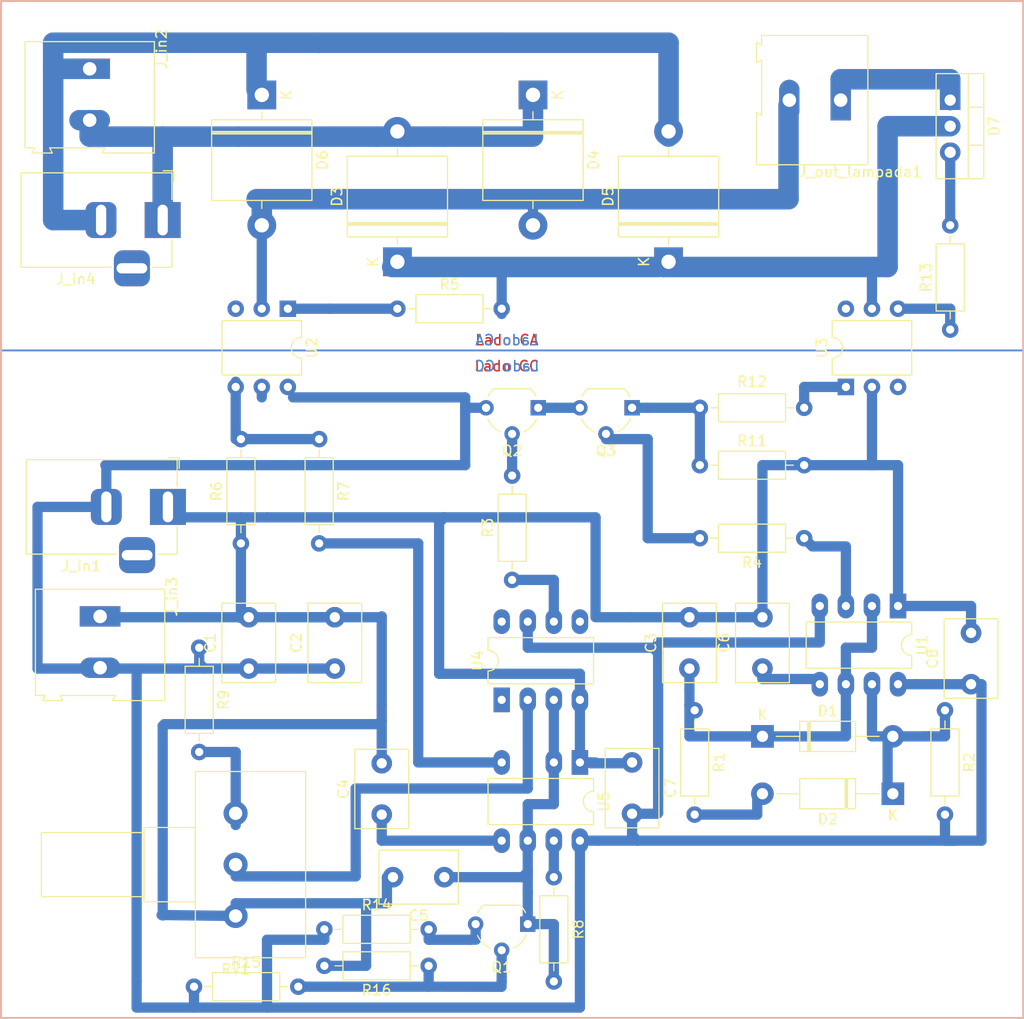
<source format=kicad_pcb>
(kicad_pcb (version 20171130) (host pcbnew 5.1.5-52549c5~84~ubuntu18.04.1)

  (general
    (thickness 1.6)
    (drawings 10)
    (tracks 218)
    (zones 0)
    (modules 44)
    (nets 38)
  )

  (page A4 portrait)
  (layers
    (0 F.Cu signal)
    (31 B.Cu signal)
    (32 B.Adhes user)
    (33 F.Adhes user)
    (34 B.Paste user)
    (35 F.Paste user)
    (36 B.SilkS user)
    (37 F.SilkS user)
    (38 B.Mask user)
    (39 F.Mask user)
    (40 Dwgs.User user)
    (41 Cmts.User user)
    (42 Eco1.User user)
    (43 Eco2.User user)
    (44 Edge.Cuts user)
    (45 Margin user)
    (46 B.CrtYd user)
    (47 F.CrtYd user)
    (48 B.Fab user)
    (49 F.Fab user hide)
  )

  (setup
    (last_trace_width 1)
    (trace_clearance 0.2)
    (zone_clearance 0.508)
    (zone_45_only no)
    (trace_min 0.2)
    (via_size 1.5)
    (via_drill 0.4)
    (via_min_size 0.4)
    (via_min_drill 0.3)
    (uvia_size 0.3)
    (uvia_drill 0.1)
    (uvias_allowed no)
    (uvia_min_size 0.2)
    (uvia_min_drill 0.1)
    (edge_width 0.1)
    (segment_width 0.2)
    (pcb_text_width 0.3)
    (pcb_text_size 1.5 1.5)
    (mod_edge_width 0.15)
    (mod_text_size 1 1)
    (mod_text_width 0.15)
    (pad_size 3.5 3.5)
    (pad_drill 1)
    (pad_to_mask_clearance 0)
    (solder_mask_min_width 0.25)
    (aux_axis_origin 0 0)
    (visible_elements FFFFEF7F)
    (pcbplotparams
      (layerselection 0x010fc_ffffffff)
      (usegerberextensions false)
      (usegerberattributes false)
      (usegerberadvancedattributes false)
      (creategerberjobfile false)
      (excludeedgelayer true)
      (linewidth 0.100000)
      (plotframeref false)
      (viasonmask false)
      (mode 1)
      (useauxorigin false)
      (hpglpennumber 1)
      (hpglpenspeed 20)
      (hpglpendiameter 15.000000)
      (psnegative false)
      (psa4output false)
      (plotreference true)
      (plotvalue true)
      (plotinvisibletext false)
      (padsonsilk false)
      (subtractmaskfromsilk false)
      (outputformat 1)
      (mirror false)
      (drillshape 1)
      (scaleselection 1)
      (outputdirectory ""))
  )

  (net 0 "")
  (net 1 GND)
  (net 2 +12V)
  (net 3 "Net-(D1-Pad1)")
  (net 4 "Net-(C3-Pad1)")
  (net 5 "Net-(D2-Pad1)")
  (net 6 "Net-(C4-Pad1)")
  (net 7 "Net-(R5-Pad1)")
  (net 8 "Net-(C6-Pad1)")
  (net 9 /+AC_Retificado)
  (net 10 "Net-(D3-Pad1)")
  (net 11 /-AC_Retificado)
  (net 12 AC)
  (net 13 "Net-(Q1-Pad2)")
  (net 14 "Net-(Q2-Pad1)")
  (net 15 "Net-(Q2-Pad2)")
  (net 16 /F_out_AND)
  (net 17 "Net-(Q3-Pad2)")
  (net 18 /F_ataque)
  (net 19 "Net-(R6-Pad2)")
  (net 20 "Net-(R7-Pad2)")
  (net 21 /F_out_PWM)
  (net 22 "Net-(R12-Pad1)")
  (net 23 "Net-(R13-Pad1)")
  (net 24 "Net-(D7-Pad3)")
  (net 25 "Net-(D7-Pad1)")
  (net 26 /F_out_Serra)
  (net 27 "Net-(R8-Pad1)")
  (net 28 "Net-(R9-Pad2)")
  (net 29 "Net-(RV1-Pad2)")
  (net 30 "Net-(U2-Pad6)")
  (net 31 "Net-(U2-Pad3)")
  (net 32 "Net-(U3-Pad6)")
  (net 33 "Net-(U3-Pad3)")
  (net 34 "Net-(Q1-Pad3)")
  (net 35 "Net-(U4-Pad8)")
  (net 36 "Net-(U4-Pad5)")
  (net 37 "Net-(U4-Pad1)")

  (net_class Default "This is the default net class."
    (clearance 0.2)
    (trace_width 1)
    (via_dia 1.5)
    (via_drill 0.4)
    (uvia_dia 0.3)
    (uvia_drill 0.1)
    (add_net +12V)
    (add_net /+AC_Retificado)
    (add_net /-AC_Retificado)
    (add_net /F_ataque)
    (add_net /F_out_AND)
    (add_net /F_out_PWM)
    (add_net /F_out_Serra)
    (add_net AC)
    (add_net GND)
    (add_net "Net-(C3-Pad1)")
    (add_net "Net-(C4-Pad1)")
    (add_net "Net-(C6-Pad1)")
    (add_net "Net-(D1-Pad1)")
    (add_net "Net-(D2-Pad1)")
    (add_net "Net-(D3-Pad1)")
    (add_net "Net-(D7-Pad1)")
    (add_net "Net-(D7-Pad3)")
    (add_net "Net-(Q1-Pad2)")
    (add_net "Net-(Q1-Pad3)")
    (add_net "Net-(Q2-Pad1)")
    (add_net "Net-(Q2-Pad2)")
    (add_net "Net-(Q3-Pad2)")
    (add_net "Net-(R12-Pad1)")
    (add_net "Net-(R13-Pad1)")
    (add_net "Net-(R5-Pad1)")
    (add_net "Net-(R6-Pad2)")
    (add_net "Net-(R7-Pad2)")
    (add_net "Net-(R8-Pad1)")
    (add_net "Net-(R9-Pad2)")
    (add_net "Net-(RV1-Pad2)")
    (add_net "Net-(U2-Pad3)")
    (add_net "Net-(U2-Pad6)")
    (add_net "Net-(U3-Pad3)")
    (add_net "Net-(U3-Pad6)")
    (add_net "Net-(U4-Pad1)")
    (add_net "Net-(U4-Pad5)")
    (add_net "Net-(U4-Pad8)")
  )

  (module Capacitor_THT:C_Disc_D7.5mm_W5.0mm_P5.00mm (layer F.Cu) (tedit 5AE50EF0) (tstamp 5DBB3228)
    (at 93.98 169.672 180)
    (descr "C, Disc series, Radial, pin pitch=5.00mm, , diameter*width=7.5*5.0mm^2, Capacitor, http://www.vishay.com/docs/28535/vy2series.pdf")
    (tags "C Disc series Radial pin pitch 5.00mm  diameter 7.5mm width 5.0mm Capacitor")
    (path /5DA905D3)
    (fp_text reference C5 (at 2.5 -3.75) (layer F.SilkS)
      (effects (font (size 1 1) (thickness 0.15)))
    )
    (fp_text value 100n (at 2.5 3.75) (layer F.Fab)
      (effects (font (size 1 1) (thickness 0.15)))
    )
    (fp_text user %R (at 2.5 0) (layer F.Fab)
      (effects (font (size 1 1) (thickness 0.15)))
    )
    (fp_line (start 6.5 -2.75) (end -1.5 -2.75) (layer F.CrtYd) (width 0.05))
    (fp_line (start 6.5 2.75) (end 6.5 -2.75) (layer F.CrtYd) (width 0.05))
    (fp_line (start -1.5 2.75) (end 6.5 2.75) (layer F.CrtYd) (width 0.05))
    (fp_line (start -1.5 -2.75) (end -1.5 2.75) (layer F.CrtYd) (width 0.05))
    (fp_line (start 6.37 -2.62) (end 6.37 2.62) (layer F.SilkS) (width 0.12))
    (fp_line (start -1.37 -2.62) (end -1.37 2.62) (layer F.SilkS) (width 0.12))
    (fp_line (start -1.37 2.62) (end 6.37 2.62) (layer F.SilkS) (width 0.12))
    (fp_line (start -1.37 -2.62) (end 6.37 -2.62) (layer F.SilkS) (width 0.12))
    (fp_line (start 6.25 -2.5) (end -1.25 -2.5) (layer F.Fab) (width 0.1))
    (fp_line (start 6.25 2.5) (end 6.25 -2.5) (layer F.Fab) (width 0.1))
    (fp_line (start -1.25 2.5) (end 6.25 2.5) (layer F.Fab) (width 0.1))
    (fp_line (start -1.25 -2.5) (end -1.25 2.5) (layer F.Fab) (width 0.1))
    (pad 2 thru_hole circle (at 5 0 180) (size 2 2) (drill 1) (layers *.Cu *.Mask)
      (net 1 GND))
    (pad 1 thru_hole circle (at 0 0 180) (size 2 2) (drill 1) (layers *.Cu *.Mask)
      (net 26 /F_out_Serra))
    (model ${KISYS3DMOD}/Capacitor_THT.3dshapes/C_Disc_D7.5mm_W5.0mm_P5.00mm.wrl
      (at (xyz 0 0 0))
      (scale (xyz 1 1 1))
      (rotate (xyz 0 0 0))
    )
  )

  (module Package_DIP:DIP-8_W7.62mm_LongPads (layer F.Cu) (tedit 5DB9FF32) (tstamp 5D991809)
    (at 107.188 158.496 270)
    (descr "8-lead though-hole mounted DIP package, row spacing 7.62 mm (300 mils), LongPads")
    (tags "THT DIP DIL PDIP 2.54mm 7.62mm 300mil LongPads")
    (path /5D10D5C0)
    (fp_text reference U5 (at 3.81 -2.33 270) (layer F.SilkS)
      (effects (font (size 1 1) (thickness 0.15)))
    )
    (fp_text value NE555 (at 3.81 9.95 270) (layer F.Fab)
      (effects (font (size 1 1) (thickness 0.15)))
    )
    (fp_text user %R (at 3.81 3.81 270) (layer F.Fab)
      (effects (font (size 1 1) (thickness 0.15)))
    )
    (fp_line (start 9.1 -1.55) (end -1.45 -1.55) (layer F.CrtYd) (width 0.05))
    (fp_line (start 9.1 9.15) (end 9.1 -1.55) (layer F.CrtYd) (width 0.05))
    (fp_line (start -1.45 9.15) (end 9.1 9.15) (layer F.CrtYd) (width 0.05))
    (fp_line (start -1.45 -1.55) (end -1.45 9.15) (layer F.CrtYd) (width 0.05))
    (fp_line (start 6.06 -1.33) (end 4.81 -1.33) (layer F.SilkS) (width 0.12))
    (fp_line (start 6.06 8.95) (end 6.06 -1.33) (layer F.SilkS) (width 0.12))
    (fp_line (start 1.56 8.95) (end 6.06 8.95) (layer F.SilkS) (width 0.12))
    (fp_line (start 1.56 -1.33) (end 1.56 8.95) (layer F.SilkS) (width 0.12))
    (fp_line (start 2.81 -1.33) (end 1.56 -1.33) (layer F.SilkS) (width 0.12))
    (fp_line (start 0.635 -0.27) (end 1.635 -1.27) (layer F.Fab) (width 0.1))
    (fp_line (start 0.635 8.89) (end 0.635 -0.27) (layer F.Fab) (width 0.1))
    (fp_line (start 6.985 8.89) (end 0.635 8.89) (layer F.Fab) (width 0.1))
    (fp_line (start 6.985 -1.27) (end 6.985 8.89) (layer F.Fab) (width 0.1))
    (fp_line (start 1.635 -1.27) (end 6.985 -1.27) (layer F.Fab) (width 0.1))
    (fp_arc (start 3.81 -1.33) (end 2.81 -1.33) (angle -180) (layer F.SilkS) (width 0.12))
    (pad 8 thru_hole oval (at 7.62 0 270) (size 2.4 1.6) (drill 0.8) (layers *.Cu *.Mask)
      (net 2 +12V))
    (pad 4 thru_hole oval (at 0 7.62 270) (size 2.4 1.6) (drill 0.8) (layers *.Cu *.Mask)
      (net 20 "Net-(R7-Pad2)"))
    (pad 7 thru_hole oval (at 7.62 2.54 270) (size 2.4 1.6) (drill 0.8) (layers *.Cu *.Mask)
      (net 27 "Net-(R8-Pad1)"))
    (pad 6 thru_hole oval (at 7.62 5.08 270) (size 2.4 1.6) (drill 0.8) (layers *.Cu *.Mask)
      (net 26 /F_out_Serra))
    (pad 2 thru_hole oval (at 0 2.54 270) (size 2.4 1.6) (drill 0.8) (layers *.Cu *.Mask)
      (net 26 /F_out_Serra))
    (pad 5 thru_hole oval (at 7.62 7.62 270) (size 2.4 1.6) (drill 0.8) (layers *.Cu *.Mask)
      (net 6 "Net-(C4-Pad1)"))
    (pad 1 thru_hole rect (at 0 0 270) (size 2.4 1.6) (drill 0.8) (layers *.Cu *.Mask)
      (net 1 GND))
    (model ${KISYS3DMOD}/Package_DIP.3dshapes/DIP-8_W7.62mm.wrl
      (at (xyz 0 0 0))
      (scale (xyz 1 1 1))
      (rotate (xyz 0 0 0))
    )
  )

  (module Package_DIP:DIP-8_W7.62mm_LongPads (layer F.Cu) (tedit 5A02E8C5) (tstamp 5DBB211D)
    (at 99.568 152.4 90)
    (descr "8-lead though-hole mounted DIP package, row spacing 7.62 mm (300 mils), LongPads")
    (tags "THT DIP DIL PDIP 2.54mm 7.62mm 300mil LongPads")
    (path /5DC40DA7)
    (fp_text reference U4 (at 3.81 -2.33 90) (layer F.SilkS)
      (effects (font (size 1 1) (thickness 0.15)))
    )
    (fp_text value TL081 (at 3.81 9.95 90) (layer F.Fab)
      (effects (font (size 1 1) (thickness 0.15)))
    )
    (fp_text user %R (at 3.81 3.81 90) (layer F.Fab)
      (effects (font (size 1 1) (thickness 0.15)))
    )
    (fp_line (start 9.1 -1.55) (end -1.45 -1.55) (layer F.CrtYd) (width 0.05))
    (fp_line (start 9.1 9.15) (end 9.1 -1.55) (layer F.CrtYd) (width 0.05))
    (fp_line (start -1.45 9.15) (end 9.1 9.15) (layer F.CrtYd) (width 0.05))
    (fp_line (start -1.45 -1.55) (end -1.45 9.15) (layer F.CrtYd) (width 0.05))
    (fp_line (start 6.06 -1.33) (end 4.81 -1.33) (layer F.SilkS) (width 0.12))
    (fp_line (start 6.06 8.95) (end 6.06 -1.33) (layer F.SilkS) (width 0.12))
    (fp_line (start 1.56 8.95) (end 6.06 8.95) (layer F.SilkS) (width 0.12))
    (fp_line (start 1.56 -1.33) (end 1.56 8.95) (layer F.SilkS) (width 0.12))
    (fp_line (start 2.81 -1.33) (end 1.56 -1.33) (layer F.SilkS) (width 0.12))
    (fp_line (start 0.635 -0.27) (end 1.635 -1.27) (layer F.Fab) (width 0.1))
    (fp_line (start 0.635 8.89) (end 0.635 -0.27) (layer F.Fab) (width 0.1))
    (fp_line (start 6.985 8.89) (end 0.635 8.89) (layer F.Fab) (width 0.1))
    (fp_line (start 6.985 -1.27) (end 6.985 8.89) (layer F.Fab) (width 0.1))
    (fp_line (start 1.635 -1.27) (end 6.985 -1.27) (layer F.Fab) (width 0.1))
    (fp_arc (start 3.81 -1.33) (end 2.81 -1.33) (angle -180) (layer F.SilkS) (width 0.12))
    (pad 8 thru_hole oval (at 7.62 0 90) (size 2.4 1.6) (drill 0.8) (layers *.Cu *.Mask)
      (net 35 "Net-(U4-Pad8)"))
    (pad 4 thru_hole oval (at 0 7.62 90) (size 2.4 1.6) (drill 0.8) (layers *.Cu *.Mask)
      (net 1 GND))
    (pad 7 thru_hole oval (at 7.62 2.54 90) (size 2.4 1.6) (drill 0.8) (layers *.Cu *.Mask)
      (net 2 +12V))
    (pad 3 thru_hole oval (at 0 5.08 90) (size 2.4 1.6) (drill 0.8) (layers *.Cu *.Mask)
      (net 26 /F_out_Serra))
    (pad 6 thru_hole oval (at 7.62 5.08 90) (size 2.4 1.6) (drill 0.8) (layers *.Cu *.Mask)
      (net 21 /F_out_PWM))
    (pad 2 thru_hole oval (at 0 2.54 90) (size 2.4 1.6) (drill 0.8) (layers *.Cu *.Mask)
      (net 29 "Net-(RV1-Pad2)"))
    (pad 5 thru_hole oval (at 7.62 7.62 90) (size 2.4 1.6) (drill 0.8) (layers *.Cu *.Mask)
      (net 36 "Net-(U4-Pad5)"))
    (pad 1 thru_hole rect (at 0 0 90) (size 2.4 1.6) (drill 0.8) (layers *.Cu *.Mask)
      (net 37 "Net-(U4-Pad1)"))
    (model ${KISYS3DMOD}/Package_DIP.3dshapes/DIP-8_W7.62mm.wrl
      (at (xyz 0 0 0))
      (scale (xyz 1 1 1))
      (rotate (xyz 0 0 0))
    )
  )

  (module Package_TO_SOT_THT:TO-92_Wide (layer F.Cu) (tedit 5A2795B7) (tstamp 5DBA9AE4)
    (at 102.108 174.244 180)
    (descr "TO-92 leads molded, wide, drill 0.75mm (see NXP sot054_po.pdf)")
    (tags "to-92 sc-43 sc-43a sot54 PA33 transistor")
    (path /5DC0BF53)
    (fp_text reference Q1 (at 2.55 -4.19) (layer F.SilkS)
      (effects (font (size 1 1) (thickness 0.15)))
    )
    (fp_text value BC556 (at 2.54 2.79) (layer F.Fab)
      (effects (font (size 1 1) (thickness 0.15)))
    )
    (fp_arc (start 2.54 0) (end 4.34 1.85) (angle -20) (layer F.SilkS) (width 0.12))
    (fp_arc (start 2.54 0) (end 2.54 -2.48) (angle -135) (layer F.Fab) (width 0.1))
    (fp_arc (start 2.54 0) (end 2.54 -2.48) (angle 135) (layer F.Fab) (width 0.1))
    (fp_arc (start 2.54 0) (end 3.65 -2.35) (angle 39.71668247) (layer F.SilkS) (width 0.12))
    (fp_arc (start 2.54 0) (end 1.4 -2.35) (angle -39.12170074) (layer F.SilkS) (width 0.12))
    (fp_arc (start 2.54 0) (end 0.74 1.85) (angle 20) (layer F.SilkS) (width 0.12))
    (fp_line (start 6.09 2.01) (end -1.01 2.01) (layer F.CrtYd) (width 0.05))
    (fp_line (start 6.09 2.01) (end 6.09 -3.55) (layer F.CrtYd) (width 0.05))
    (fp_line (start -1.01 -3.55) (end -1.01 2.01) (layer F.CrtYd) (width 0.05))
    (fp_line (start -1.01 -3.55) (end 6.09 -3.55) (layer F.CrtYd) (width 0.05))
    (fp_line (start 0.8 1.75) (end 4.3 1.75) (layer F.Fab) (width 0.1))
    (fp_line (start 0.74 1.85) (end 4.34 1.85) (layer F.SilkS) (width 0.12))
    (fp_text user %R (at 2.54 0) (layer F.Fab)
      (effects (font (size 1 1) (thickness 0.15)))
    )
    (pad 1 thru_hole rect (at 0 0 270) (size 1.5 1.5) (drill 0.8) (layers *.Cu *.Mask)
      (net 26 /F_out_Serra))
    (pad 3 thru_hole circle (at 5.08 0 270) (size 1.5 1.5) (drill 0.8) (layers *.Cu *.Mask)
      (net 34 "Net-(Q1-Pad3)"))
    (pad 2 thru_hole circle (at 2.54 -2.54 270) (size 1.5 1.5) (drill 0.8) (layers *.Cu *.Mask)
      (net 13 "Net-(Q1-Pad2)"))
    (model ${KISYS3DMOD}/Package_TO_SOT_THT.3dshapes/TO-92_Wide.wrl
      (at (xyz 0 0 0))
      (scale (xyz 1 1 1))
      (rotate (xyz 0 0 0))
    )
  )

  (module Package_DIP:DIP-6_W7.62mm (layer F.Cu) (tedit 5A02E8C5) (tstamp 5DBA09D5)
    (at 133.096 121.92 90)
    (descr "6-lead though-hole mounted DIP package, row spacing 7.62 mm (300 mils)")
    (tags "THT DIP DIL PDIP 2.54mm 7.62mm 300mil")
    (path /5DBBBB0F)
    (fp_text reference U3 (at 3.81 -2.33 90) (layer F.SilkS)
      (effects (font (size 1 1) (thickness 0.15)))
    )
    (fp_text value 4N25 (at 3.81 7.41 90) (layer F.Fab)
      (effects (font (size 1 1) (thickness 0.15)))
    )
    (fp_text user %R (at 3.81 2.54 90) (layer F.Fab)
      (effects (font (size 1 1) (thickness 0.15)))
    )
    (fp_line (start 8.7 -1.55) (end -1.1 -1.55) (layer F.CrtYd) (width 0.05))
    (fp_line (start 8.7 6.6) (end 8.7 -1.55) (layer F.CrtYd) (width 0.05))
    (fp_line (start -1.1 6.6) (end 8.7 6.6) (layer F.CrtYd) (width 0.05))
    (fp_line (start -1.1 -1.55) (end -1.1 6.6) (layer F.CrtYd) (width 0.05))
    (fp_line (start 6.46 -1.33) (end 4.81 -1.33) (layer F.SilkS) (width 0.12))
    (fp_line (start 6.46 6.41) (end 6.46 -1.33) (layer F.SilkS) (width 0.12))
    (fp_line (start 1.16 6.41) (end 6.46 6.41) (layer F.SilkS) (width 0.12))
    (fp_line (start 1.16 -1.33) (end 1.16 6.41) (layer F.SilkS) (width 0.12))
    (fp_line (start 2.81 -1.33) (end 1.16 -1.33) (layer F.SilkS) (width 0.12))
    (fp_line (start 0.635 -0.27) (end 1.635 -1.27) (layer F.Fab) (width 0.1))
    (fp_line (start 0.635 6.35) (end 0.635 -0.27) (layer F.Fab) (width 0.1))
    (fp_line (start 6.985 6.35) (end 0.635 6.35) (layer F.Fab) (width 0.1))
    (fp_line (start 6.985 -1.27) (end 6.985 6.35) (layer F.Fab) (width 0.1))
    (fp_line (start 1.635 -1.27) (end 6.985 -1.27) (layer F.Fab) (width 0.1))
    (fp_arc (start 3.81 -1.33) (end 2.81 -1.33) (angle -180) (layer F.SilkS) (width 0.12))
    (pad 6 thru_hole oval (at 7.62 0 90) (size 1.6 1.6) (drill 0.8) (layers *.Cu *.Mask)
      (net 32 "Net-(U3-Pad6)"))
    (pad 3 thru_hole oval (at 0 5.08 90) (size 1.6 1.6) (drill 0.8) (layers *.Cu *.Mask)
      (net 33 "Net-(U3-Pad3)"))
    (pad 5 thru_hole oval (at 7.62 2.54 90) (size 1.6 1.6) (drill 0.8) (layers *.Cu *.Mask)
      (net 9 /+AC_Retificado))
    (pad 2 thru_hole oval (at 0 2.54 90) (size 1.6 1.6) (drill 0.8) (layers *.Cu *.Mask)
      (net 1 GND))
    (pad 4 thru_hole oval (at 7.62 5.08 90) (size 1.6 1.6) (drill 0.8) (layers *.Cu *.Mask)
      (net 23 "Net-(R13-Pad1)"))
    (pad 1 thru_hole rect (at 0 0 90) (size 1.6 1.6) (drill 0.8) (layers *.Cu *.Mask)
      (net 22 "Net-(R12-Pad1)"))
    (model ${KISYS3DMOD}/Package_DIP.3dshapes/DIP-6_W7.62mm.wrl
      (at (xyz 0 0 0))
      (scale (xyz 1 1 1))
      (rotate (xyz 0 0 0))
    )
  )

  (module Package_DIP:DIP-6_W7.62mm (layer F.Cu) (tedit 5A02E8C5) (tstamp 5DBA09BB)
    (at 78.74 114.3 270)
    (descr "6-lead though-hole mounted DIP package, row spacing 7.62 mm (300 mils)")
    (tags "THT DIP DIL PDIP 2.54mm 7.62mm 300mil")
    (path /5DBAB650)
    (fp_text reference U2 (at 3.81 -2.33 90) (layer F.SilkS)
      (effects (font (size 1 1) (thickness 0.15)))
    )
    (fp_text value 4N25 (at 3.81 7.41 90) (layer F.Fab)
      (effects (font (size 1 1) (thickness 0.15)))
    )
    (fp_text user %R (at 3.81 2.54 90) (layer F.Fab)
      (effects (font (size 1 1) (thickness 0.15)))
    )
    (fp_line (start 8.7 -1.55) (end -1.1 -1.55) (layer F.CrtYd) (width 0.05))
    (fp_line (start 8.7 6.6) (end 8.7 -1.55) (layer F.CrtYd) (width 0.05))
    (fp_line (start -1.1 6.6) (end 8.7 6.6) (layer F.CrtYd) (width 0.05))
    (fp_line (start -1.1 -1.55) (end -1.1 6.6) (layer F.CrtYd) (width 0.05))
    (fp_line (start 6.46 -1.33) (end 4.81 -1.33) (layer F.SilkS) (width 0.12))
    (fp_line (start 6.46 6.41) (end 6.46 -1.33) (layer F.SilkS) (width 0.12))
    (fp_line (start 1.16 6.41) (end 6.46 6.41) (layer F.SilkS) (width 0.12))
    (fp_line (start 1.16 -1.33) (end 1.16 6.41) (layer F.SilkS) (width 0.12))
    (fp_line (start 2.81 -1.33) (end 1.16 -1.33) (layer F.SilkS) (width 0.12))
    (fp_line (start 0.635 -0.27) (end 1.635 -1.27) (layer F.Fab) (width 0.1))
    (fp_line (start 0.635 6.35) (end 0.635 -0.27) (layer F.Fab) (width 0.1))
    (fp_line (start 6.985 6.35) (end 0.635 6.35) (layer F.Fab) (width 0.1))
    (fp_line (start 6.985 -1.27) (end 6.985 6.35) (layer F.Fab) (width 0.1))
    (fp_line (start 1.635 -1.27) (end 6.985 -1.27) (layer F.Fab) (width 0.1))
    (fp_arc (start 3.81 -1.33) (end 2.81 -1.33) (angle -180) (layer F.SilkS) (width 0.12))
    (pad 6 thru_hole oval (at 7.62 0 270) (size 1.6 1.6) (drill 0.8) (layers *.Cu *.Mask)
      (net 30 "Net-(U2-Pad6)"))
    (pad 3 thru_hole oval (at 0 5.08 270) (size 1.6 1.6) (drill 0.8) (layers *.Cu *.Mask)
      (net 31 "Net-(U2-Pad3)"))
    (pad 5 thru_hole oval (at 7.62 2.54 270) (size 1.6 1.6) (drill 0.8) (layers *.Cu *.Mask)
      (net 2 +12V))
    (pad 2 thru_hole oval (at 0 2.54 270) (size 1.6 1.6) (drill 0.8) (layers *.Cu *.Mask)
      (net 11 /-AC_Retificado))
    (pad 4 thru_hole oval (at 7.62 5.08 270) (size 1.6 1.6) (drill 0.8) (layers *.Cu *.Mask)
      (net 19 "Net-(R6-Pad2)"))
    (pad 1 thru_hole rect (at 0 0 270) (size 1.6 1.6) (drill 0.8) (layers *.Cu *.Mask)
      (net 7 "Net-(R5-Pad1)"))
    (model ${KISYS3DMOD}/Package_DIP.3dshapes/DIP-6_W7.62mm.wrl
      (at (xyz 0 0 0))
      (scale (xyz 1 1 1))
      (rotate (xyz 0 0 0))
    )
  )

  (module Potentiometer_THT:Potentiometer_Alps_RK163_Single_Horizontal (layer F.Cu) (tedit 5A3D4993) (tstamp 5DBA096B)
    (at 73.65 163.45 180)
    (descr "Potentiometer, horizontal, Alps RK163 Single, http://www.alps.com/prod/info/E/HTML/Potentiometer/RotaryPotentiometers/RK16/RK16_list.html")
    (tags "Potentiometer horizontal Alps RK163 Single")
    (path /5DBA4C7C)
    (fp_text reference RV1 (at 0 -15.2) (layer F.SilkS)
      (effects (font (size 1 1) (thickness 0.15)))
    )
    (fp_text value POT_10k (at 0 5.2) (layer F.Fab)
      (effects (font (size 1 1) (thickness 0.15)))
    )
    (fp_text user %R (at -1.45 -5) (layer F.Fab)
      (effects (font (size 1 1) (thickness 0.15)))
    )
    (fp_line (start 19.05 -14.2) (end -6.95 -14.2) (layer F.CrtYd) (width 0.05))
    (fp_line (start 19.05 4.2) (end 19.05 -14.2) (layer F.CrtYd) (width 0.05))
    (fp_line (start -6.95 4.2) (end 19.05 4.2) (layer F.CrtYd) (width 0.05))
    (fp_line (start -6.95 -14.2) (end -6.95 4.2) (layer F.CrtYd) (width 0.05))
    (fp_line (start 18.92 -8.12) (end 18.92 -1.879) (layer F.SilkS) (width 0.12))
    (fp_line (start 8.92 -8.12) (end 8.92 -1.879) (layer F.SilkS) (width 0.12))
    (fp_line (start 8.92 -1.879) (end 18.92 -1.879) (layer F.SilkS) (width 0.12))
    (fp_line (start 8.92 -8.12) (end 18.92 -8.12) (layer F.SilkS) (width 0.12))
    (fp_line (start 8.92 -8.62) (end 8.92 -1.38) (layer F.SilkS) (width 0.12))
    (fp_line (start 3.92 -8.62) (end 3.92 -1.38) (layer F.SilkS) (width 0.12))
    (fp_line (start 3.92 -1.38) (end 8.92 -1.38) (layer F.SilkS) (width 0.12))
    (fp_line (start 3.92 -8.62) (end 8.92 -8.62) (layer F.SilkS) (width 0.12))
    (fp_line (start 3.92 -14.07) (end 3.92 4.07) (layer F.SilkS) (width 0.12))
    (fp_line (start -6.82 -14.07) (end -6.82 4.07) (layer F.SilkS) (width 0.12))
    (fp_line (start -6.82 4.07) (end 3.92 4.07) (layer F.SilkS) (width 0.12))
    (fp_line (start -6.82 -14.07) (end 3.92 -14.07) (layer F.SilkS) (width 0.12))
    (fp_line (start 18.8 -8) (end 8.8 -8) (layer F.Fab) (width 0.1))
    (fp_line (start 18.8 -2) (end 18.8 -8) (layer F.Fab) (width 0.1))
    (fp_line (start 8.8 -2) (end 18.8 -2) (layer F.Fab) (width 0.1))
    (fp_line (start 8.8 -8) (end 8.8 -2) (layer F.Fab) (width 0.1))
    (fp_line (start 8.8 -8.5) (end 3.8 -8.5) (layer F.Fab) (width 0.1))
    (fp_line (start 8.8 -1.5) (end 8.8 -8.5) (layer F.Fab) (width 0.1))
    (fp_line (start 3.8 -1.5) (end 8.8 -1.5) (layer F.Fab) (width 0.1))
    (fp_line (start 3.8 -8.5) (end 3.8 -1.5) (layer F.Fab) (width 0.1))
    (fp_line (start 3.8 -13.95) (end -6.7 -13.95) (layer F.Fab) (width 0.1))
    (fp_line (start 3.8 3.95) (end 3.8 -13.95) (layer F.Fab) (width 0.1))
    (fp_line (start -6.7 3.95) (end 3.8 3.95) (layer F.Fab) (width 0.1))
    (fp_line (start -6.7 -13.95) (end -6.7 3.95) (layer F.Fab) (width 0.1))
    (pad 1 thru_hole circle (at 0 0 180) (size 2.34 2.34) (drill 1.3) (layers *.Cu *.Mask)
      (net 28 "Net-(R9-Pad2)"))
    (pad 2 thru_hole circle (at 0 -5 180) (size 2.34 2.34) (drill 1.3) (layers *.Cu *.Mask)
      (net 29 "Net-(RV1-Pad2)"))
    (pad 3 thru_hole circle (at 0 -10 180) (size 2.34 2.34) (drill 1.3) (layers *.Cu *.Mask)
      (net 1 GND))
    (model ${KISYS3DMOD}/Potentiometer_THT.3dshapes/Potentiometer_Alps_RK163_Single_Horizontal.wrl
      (at (xyz 0 0 0))
      (scale (xyz 1 1 1))
      (rotate (xyz 0 0 0))
    )
    (model /home/fgl27/Downloads/kicad_layouts_etc/Potentiometers.3dshapes/Potentiometer_Alps_RK163_Single_Vertical.wrl
      (at (xyz 0 0 0))
      (scale (xyz 1 1 1))
      (rotate (xyz 0 0 0))
    )
  )

  (module Resistor_THT:R_Axial_DIN0207_L6.3mm_D2.5mm_P10.16mm_Horizontal (layer F.Cu) (tedit 5AE5139B) (tstamp 5DBA0947)
    (at 92.456 178.308 180)
    (descr "Resistor, Axial_DIN0207 series, Axial, Horizontal, pin pitch=10.16mm, 0.25W = 1/4W, length*diameter=6.3*2.5mm^2, http://cdn-reichelt.de/documents/datenblatt/B400/1_4W%23YAG.pdf")
    (tags "Resistor Axial_DIN0207 series Axial Horizontal pin pitch 10.16mm 0.25W = 1/4W length 6.3mm diameter 2.5mm")
    (path /5DB11055)
    (fp_text reference R16 (at 5.08 -2.37) (layer F.SilkS)
      (effects (font (size 1 1) (thickness 0.15)))
    )
    (fp_text value 100k (at 5.08 2.37) (layer F.Fab)
      (effects (font (size 1 1) (thickness 0.15)))
    )
    (fp_text user %R (at 5.08 0) (layer F.Fab)
      (effects (font (size 1 1) (thickness 0.15)))
    )
    (fp_line (start 11.21 -1.5) (end -1.05 -1.5) (layer F.CrtYd) (width 0.05))
    (fp_line (start 11.21 1.5) (end 11.21 -1.5) (layer F.CrtYd) (width 0.05))
    (fp_line (start -1.05 1.5) (end 11.21 1.5) (layer F.CrtYd) (width 0.05))
    (fp_line (start -1.05 -1.5) (end -1.05 1.5) (layer F.CrtYd) (width 0.05))
    (fp_line (start 9.12 0) (end 8.35 0) (layer F.SilkS) (width 0.12))
    (fp_line (start 1.04 0) (end 1.81 0) (layer F.SilkS) (width 0.12))
    (fp_line (start 8.35 -1.37) (end 1.81 -1.37) (layer F.SilkS) (width 0.12))
    (fp_line (start 8.35 1.37) (end 8.35 -1.37) (layer F.SilkS) (width 0.12))
    (fp_line (start 1.81 1.37) (end 8.35 1.37) (layer F.SilkS) (width 0.12))
    (fp_line (start 1.81 -1.37) (end 1.81 1.37) (layer F.SilkS) (width 0.12))
    (fp_line (start 10.16 0) (end 8.23 0) (layer F.Fab) (width 0.1))
    (fp_line (start 0 0) (end 1.93 0) (layer F.Fab) (width 0.1))
    (fp_line (start 8.23 -1.25) (end 1.93 -1.25) (layer F.Fab) (width 0.1))
    (fp_line (start 8.23 1.25) (end 8.23 -1.25) (layer F.Fab) (width 0.1))
    (fp_line (start 1.93 1.25) (end 8.23 1.25) (layer F.Fab) (width 0.1))
    (fp_line (start 1.93 -1.25) (end 1.93 1.25) (layer F.Fab) (width 0.1))
    (pad 2 thru_hole oval (at 10.16 0 180) (size 1.6 1.6) (drill 0.8) (layers *.Cu *.Mask)
      (net 1 GND))
    (pad 1 thru_hole circle (at 0 0 180) (size 1.6 1.6) (drill 0.8) (layers *.Cu *.Mask)
      (net 13 "Net-(Q1-Pad2)"))
    (model ${KISYS3DMOD}/Resistor_THT.3dshapes/R_Axial_DIN0207_L6.3mm_D2.5mm_P10.16mm_Horizontal.wrl
      (at (xyz 0 0 0))
      (scale (xyz 1 1 1))
      (rotate (xyz 0 0 0))
    )
  )

  (module Resistor_THT:R_Axial_DIN0207_L6.3mm_D2.5mm_P10.16mm_Horizontal (layer F.Cu) (tedit 5AE5139B) (tstamp 5DBA0930)
    (at 69.596 180.34)
    (descr "Resistor, Axial_DIN0207 series, Axial, Horizontal, pin pitch=10.16mm, 0.25W = 1/4W, length*diameter=6.3*2.5mm^2, http://cdn-reichelt.de/documents/datenblatt/B400/1_4W%23YAG.pdf")
    (tags "Resistor Axial_DIN0207 series Axial Horizontal pin pitch 10.16mm 0.25W = 1/4W length 6.3mm diameter 2.5mm")
    (path /5DAE892E)
    (fp_text reference R15 (at 5.08 -2.37) (layer F.SilkS)
      (effects (font (size 1 1) (thickness 0.15)))
    )
    (fp_text value 10k (at 5.08 2.37) (layer F.Fab)
      (effects (font (size 1 1) (thickness 0.15)))
    )
    (fp_text user %R (at 5.08 0) (layer F.Fab)
      (effects (font (size 1 1) (thickness 0.15)))
    )
    (fp_line (start 11.21 -1.5) (end -1.05 -1.5) (layer F.CrtYd) (width 0.05))
    (fp_line (start 11.21 1.5) (end 11.21 -1.5) (layer F.CrtYd) (width 0.05))
    (fp_line (start -1.05 1.5) (end 11.21 1.5) (layer F.CrtYd) (width 0.05))
    (fp_line (start -1.05 -1.5) (end -1.05 1.5) (layer F.CrtYd) (width 0.05))
    (fp_line (start 9.12 0) (end 8.35 0) (layer F.SilkS) (width 0.12))
    (fp_line (start 1.04 0) (end 1.81 0) (layer F.SilkS) (width 0.12))
    (fp_line (start 8.35 -1.37) (end 1.81 -1.37) (layer F.SilkS) (width 0.12))
    (fp_line (start 8.35 1.37) (end 8.35 -1.37) (layer F.SilkS) (width 0.12))
    (fp_line (start 1.81 1.37) (end 8.35 1.37) (layer F.SilkS) (width 0.12))
    (fp_line (start 1.81 -1.37) (end 1.81 1.37) (layer F.SilkS) (width 0.12))
    (fp_line (start 10.16 0) (end 8.23 0) (layer F.Fab) (width 0.1))
    (fp_line (start 0 0) (end 1.93 0) (layer F.Fab) (width 0.1))
    (fp_line (start 8.23 -1.25) (end 1.93 -1.25) (layer F.Fab) (width 0.1))
    (fp_line (start 8.23 1.25) (end 8.23 -1.25) (layer F.Fab) (width 0.1))
    (fp_line (start 1.93 1.25) (end 8.23 1.25) (layer F.Fab) (width 0.1))
    (fp_line (start 1.93 -1.25) (end 1.93 1.25) (layer F.Fab) (width 0.1))
    (pad 2 thru_hole oval (at 10.16 0) (size 1.6 1.6) (drill 0.8) (layers *.Cu *.Mask)
      (net 13 "Net-(Q1-Pad2)"))
    (pad 1 thru_hole circle (at 0 0) (size 1.6 1.6) (drill 0.8) (layers *.Cu *.Mask)
      (net 2 +12V))
    (model ${KISYS3DMOD}/Resistor_THT.3dshapes/R_Axial_DIN0207_L6.3mm_D2.5mm_P10.16mm_Horizontal.wrl
      (at (xyz 0 0 0))
      (scale (xyz 1 1 1))
      (rotate (xyz 0 0 0))
    )
  )

  (module Resistor_THT:R_Axial_DIN0207_L6.3mm_D2.5mm_P10.16mm_Horizontal (layer F.Cu) (tedit 5AE5139B) (tstamp 5DBA0919)
    (at 82.296 174.752)
    (descr "Resistor, Axial_DIN0207 series, Axial, Horizontal, pin pitch=10.16mm, 0.25W = 1/4W, length*diameter=6.3*2.5mm^2, http://cdn-reichelt.de/documents/datenblatt/B400/1_4W%23YAG.pdf")
    (tags "Resistor Axial_DIN0207 series Axial Horizontal pin pitch 10.16mm 0.25W = 1/4W length 6.3mm diameter 2.5mm")
    (path /5DACF906)
    (fp_text reference R14 (at 5.08 -2.37) (layer F.SilkS)
      (effects (font (size 1 1) (thickness 0.15)))
    )
    (fp_text value 10k (at 5.08 2.37) (layer F.Fab)
      (effects (font (size 1 1) (thickness 0.15)))
    )
    (fp_text user %R (at 5.08 0) (layer F.Fab)
      (effects (font (size 1 1) (thickness 0.15)))
    )
    (fp_line (start 11.21 -1.5) (end -1.05 -1.5) (layer F.CrtYd) (width 0.05))
    (fp_line (start 11.21 1.5) (end 11.21 -1.5) (layer F.CrtYd) (width 0.05))
    (fp_line (start -1.05 1.5) (end 11.21 1.5) (layer F.CrtYd) (width 0.05))
    (fp_line (start -1.05 -1.5) (end -1.05 1.5) (layer F.CrtYd) (width 0.05))
    (fp_line (start 9.12 0) (end 8.35 0) (layer F.SilkS) (width 0.12))
    (fp_line (start 1.04 0) (end 1.81 0) (layer F.SilkS) (width 0.12))
    (fp_line (start 8.35 -1.37) (end 1.81 -1.37) (layer F.SilkS) (width 0.12))
    (fp_line (start 8.35 1.37) (end 8.35 -1.37) (layer F.SilkS) (width 0.12))
    (fp_line (start 1.81 1.37) (end 8.35 1.37) (layer F.SilkS) (width 0.12))
    (fp_line (start 1.81 -1.37) (end 1.81 1.37) (layer F.SilkS) (width 0.12))
    (fp_line (start 10.16 0) (end 8.23 0) (layer F.Fab) (width 0.1))
    (fp_line (start 0 0) (end 1.93 0) (layer F.Fab) (width 0.1))
    (fp_line (start 8.23 -1.25) (end 1.93 -1.25) (layer F.Fab) (width 0.1))
    (fp_line (start 8.23 1.25) (end 8.23 -1.25) (layer F.Fab) (width 0.1))
    (fp_line (start 1.93 1.25) (end 8.23 1.25) (layer F.Fab) (width 0.1))
    (fp_line (start 1.93 -1.25) (end 1.93 1.25) (layer F.Fab) (width 0.1))
    (pad 2 thru_hole oval (at 10.16 0) (size 1.6 1.6) (drill 0.8) (layers *.Cu *.Mask)
      (net 34 "Net-(Q1-Pad3)"))
    (pad 1 thru_hole circle (at 0 0) (size 1.6 1.6) (drill 0.8) (layers *.Cu *.Mask)
      (net 2 +12V))
    (model ${KISYS3DMOD}/Resistor_THT.3dshapes/R_Axial_DIN0207_L6.3mm_D2.5mm_P10.16mm_Horizontal.wrl
      (at (xyz 0 0 0))
      (scale (xyz 1 1 1))
      (rotate (xyz 0 0 0))
    )
  )

  (module Resistor_THT:R_Axial_DIN0207_L6.3mm_D2.5mm_P10.16mm_Horizontal (layer F.Cu) (tedit 5AE5139B) (tstamp 5DBA087E)
    (at 70.104 147.32 270)
    (descr "Resistor, Axial_DIN0207 series, Axial, Horizontal, pin pitch=10.16mm, 0.25W = 1/4W, length*diameter=6.3*2.5mm^2, http://cdn-reichelt.de/documents/datenblatt/B400/1_4W%23YAG.pdf")
    (tags "Resistor Axial_DIN0207 series Axial Horizontal pin pitch 10.16mm 0.25W = 1/4W length 6.3mm diameter 2.5mm")
    (path /5DBA4C8A)
    (fp_text reference R9 (at 5.08 -2.37 90) (layer F.SilkS)
      (effects (font (size 1 1) (thickness 0.15)))
    )
    (fp_text value 10k (at 5.08 2.37 90) (layer F.Fab)
      (effects (font (size 1 1) (thickness 0.15)))
    )
    (fp_text user %R (at 5.08 0 90) (layer F.Fab)
      (effects (font (size 1 1) (thickness 0.15)))
    )
    (fp_line (start 11.21 -1.5) (end -1.05 -1.5) (layer F.CrtYd) (width 0.05))
    (fp_line (start 11.21 1.5) (end 11.21 -1.5) (layer F.CrtYd) (width 0.05))
    (fp_line (start -1.05 1.5) (end 11.21 1.5) (layer F.CrtYd) (width 0.05))
    (fp_line (start -1.05 -1.5) (end -1.05 1.5) (layer F.CrtYd) (width 0.05))
    (fp_line (start 9.12 0) (end 8.35 0) (layer F.SilkS) (width 0.12))
    (fp_line (start 1.04 0) (end 1.81 0) (layer F.SilkS) (width 0.12))
    (fp_line (start 8.35 -1.37) (end 1.81 -1.37) (layer F.SilkS) (width 0.12))
    (fp_line (start 8.35 1.37) (end 8.35 -1.37) (layer F.SilkS) (width 0.12))
    (fp_line (start 1.81 1.37) (end 8.35 1.37) (layer F.SilkS) (width 0.12))
    (fp_line (start 1.81 -1.37) (end 1.81 1.37) (layer F.SilkS) (width 0.12))
    (fp_line (start 10.16 0) (end 8.23 0) (layer F.Fab) (width 0.1))
    (fp_line (start 0 0) (end 1.93 0) (layer F.Fab) (width 0.1))
    (fp_line (start 8.23 -1.25) (end 1.93 -1.25) (layer F.Fab) (width 0.1))
    (fp_line (start 8.23 1.25) (end 8.23 -1.25) (layer F.Fab) (width 0.1))
    (fp_line (start 1.93 1.25) (end 8.23 1.25) (layer F.Fab) (width 0.1))
    (fp_line (start 1.93 -1.25) (end 1.93 1.25) (layer F.Fab) (width 0.1))
    (pad 2 thru_hole oval (at 10.16 0 270) (size 1.6 1.6) (drill 0.8) (layers *.Cu *.Mask)
      (net 28 "Net-(R9-Pad2)"))
    (pad 1 thru_hole circle (at 0 0 270) (size 1.6 1.6) (drill 0.8) (layers *.Cu *.Mask)
      (net 2 +12V))
    (model ${KISYS3DMOD}/Resistor_THT.3dshapes/R_Axial_DIN0207_L6.3mm_D2.5mm_P10.16mm_Horizontal.wrl
      (at (xyz 0 0 0))
      (scale (xyz 1 1 1))
      (rotate (xyz 0 0 0))
    )
  )

  (module Resistor_THT:R_Axial_DIN0207_L6.3mm_D2.5mm_P10.16mm_Horizontal (layer F.Cu) (tedit 5AE5139B) (tstamp 5DBA0867)
    (at 104.648 169.672 270)
    (descr "Resistor, Axial_DIN0207 series, Axial, Horizontal, pin pitch=10.16mm, 0.25W = 1/4W, length*diameter=6.3*2.5mm^2, http://cdn-reichelt.de/documents/datenblatt/B400/1_4W%23YAG.pdf")
    (tags "Resistor Axial_DIN0207 series Axial Horizontal pin pitch 10.16mm 0.25W = 1/4W length 6.3mm diameter 2.5mm")
    (path /5DAC54BE)
    (fp_text reference R8 (at 5.08 -2.37 90) (layer F.SilkS)
      (effects (font (size 1 1) (thickness 0.15)))
    )
    (fp_text value 470 (at 5.08 2.37 90) (layer F.Fab)
      (effects (font (size 1 1) (thickness 0.15)))
    )
    (fp_text user %R (at 5.08 0 90) (layer F.Fab)
      (effects (font (size 1 1) (thickness 0.15)))
    )
    (fp_line (start 11.21 -1.5) (end -1.05 -1.5) (layer F.CrtYd) (width 0.05))
    (fp_line (start 11.21 1.5) (end 11.21 -1.5) (layer F.CrtYd) (width 0.05))
    (fp_line (start -1.05 1.5) (end 11.21 1.5) (layer F.CrtYd) (width 0.05))
    (fp_line (start -1.05 -1.5) (end -1.05 1.5) (layer F.CrtYd) (width 0.05))
    (fp_line (start 9.12 0) (end 8.35 0) (layer F.SilkS) (width 0.12))
    (fp_line (start 1.04 0) (end 1.81 0) (layer F.SilkS) (width 0.12))
    (fp_line (start 8.35 -1.37) (end 1.81 -1.37) (layer F.SilkS) (width 0.12))
    (fp_line (start 8.35 1.37) (end 8.35 -1.37) (layer F.SilkS) (width 0.12))
    (fp_line (start 1.81 1.37) (end 8.35 1.37) (layer F.SilkS) (width 0.12))
    (fp_line (start 1.81 -1.37) (end 1.81 1.37) (layer F.SilkS) (width 0.12))
    (fp_line (start 10.16 0) (end 8.23 0) (layer F.Fab) (width 0.1))
    (fp_line (start 0 0) (end 1.93 0) (layer F.Fab) (width 0.1))
    (fp_line (start 8.23 -1.25) (end 1.93 -1.25) (layer F.Fab) (width 0.1))
    (fp_line (start 8.23 1.25) (end 8.23 -1.25) (layer F.Fab) (width 0.1))
    (fp_line (start 1.93 1.25) (end 8.23 1.25) (layer F.Fab) (width 0.1))
    (fp_line (start 1.93 -1.25) (end 1.93 1.25) (layer F.Fab) (width 0.1))
    (pad 2 thru_hole oval (at 10.16 0 270) (size 1.6 1.6) (drill 0.8) (layers *.Cu *.Mask)
      (net 26 /F_out_Serra))
    (pad 1 thru_hole circle (at 0 0 270) (size 1.6 1.6) (drill 0.8) (layers *.Cu *.Mask)
      (net 27 "Net-(R8-Pad1)"))
    (model ${KISYS3DMOD}/Resistor_THT.3dshapes/R_Axial_DIN0207_L6.3mm_D2.5mm_P10.16mm_Horizontal.wrl
      (at (xyz 0 0 0))
      (scale (xyz 1 1 1))
      (rotate (xyz 0 0 0))
    )
  )

  (module Capacitor_THT:C_Disc_D7.5mm_W5.0mm_P5.00mm (layer F.Cu) (tedit 5AE50EF0) (tstamp 5D9F4858)
    (at 145.288 150.876 90)
    (descr "C, Disc series, Radial, pin pitch=5.00mm, , diameter*width=7.5*5.0mm^2, Capacitor, http://www.vishay.com/docs/28535/vy2series.pdf")
    (tags "C Disc series Radial pin pitch 5.00mm  diameter 7.5mm width 5.0mm Capacitor")
    (path /5DA2F290)
    (fp_text reference C8 (at 2.5 -3.75 90) (layer F.SilkS)
      (effects (font (size 1 1) (thickness 0.15)))
    )
    (fp_text value 100n (at 2.5 3.75 90) (layer F.Fab)
      (effects (font (size 1 1) (thickness 0.15)))
    )
    (fp_text user %R (at 2.5 0 90) (layer F.Fab)
      (effects (font (size 1 1) (thickness 0.15)))
    )
    (fp_line (start 6.5 -2.75) (end -1.5 -2.75) (layer F.CrtYd) (width 0.05))
    (fp_line (start 6.5 2.75) (end 6.5 -2.75) (layer F.CrtYd) (width 0.05))
    (fp_line (start -1.5 2.75) (end 6.5 2.75) (layer F.CrtYd) (width 0.05))
    (fp_line (start -1.5 -2.75) (end -1.5 2.75) (layer F.CrtYd) (width 0.05))
    (fp_line (start 6.37 -2.62) (end 6.37 2.62) (layer F.SilkS) (width 0.12))
    (fp_line (start -1.37 -2.62) (end -1.37 2.62) (layer F.SilkS) (width 0.12))
    (fp_line (start -1.37 2.62) (end 6.37 2.62) (layer F.SilkS) (width 0.12))
    (fp_line (start -1.37 -2.62) (end 6.37 -2.62) (layer F.SilkS) (width 0.12))
    (fp_line (start 6.25 -2.5) (end -1.25 -2.5) (layer F.Fab) (width 0.1))
    (fp_line (start 6.25 2.5) (end 6.25 -2.5) (layer F.Fab) (width 0.1))
    (fp_line (start -1.25 2.5) (end 6.25 2.5) (layer F.Fab) (width 0.1))
    (fp_line (start -1.25 -2.5) (end -1.25 2.5) (layer F.Fab) (width 0.1))
    (pad 2 thru_hole circle (at 5 0 90) (size 2 2) (drill 1) (layers *.Cu *.Mask)
      (net 1 GND))
    (pad 1 thru_hole circle (at 0 0 90) (size 2 2) (drill 1) (layers *.Cu *.Mask)
      (net 2 +12V))
    (model ${KISYS3DMOD}/Capacitor_THT.3dshapes/C_Disc_D7.5mm_W5.0mm_P5.00mm.wrl
      (at (xyz 0 0 0))
      (scale (xyz 1 1 1))
      (rotate (xyz 0 0 0))
    )
  )

  (module Capacitor_THT:C_Disc_D7.5mm_W5.0mm_P5.00mm (layer F.Cu) (tedit 5AE50EF0) (tstamp 5D9F4845)
    (at 112.268 158.496 270)
    (descr "C, Disc series, Radial, pin pitch=5.00mm, , diameter*width=7.5*5.0mm^2, Capacitor, http://www.vishay.com/docs/28535/vy2series.pdf")
    (tags "C Disc series Radial pin pitch 5.00mm  diameter 7.5mm width 5.0mm Capacitor")
    (path /5D9FA15A)
    (fp_text reference C7 (at 2.5 -3.75 90) (layer F.SilkS)
      (effects (font (size 1 1) (thickness 0.15)))
    )
    (fp_text value 100n (at 2.5 3.75 90) (layer F.Fab)
      (effects (font (size 1 1) (thickness 0.15)))
    )
    (fp_text user %R (at 2.5 0 90) (layer F.Fab)
      (effects (font (size 1 1) (thickness 0.15)))
    )
    (fp_line (start 6.5 -2.75) (end -1.5 -2.75) (layer F.CrtYd) (width 0.05))
    (fp_line (start 6.5 2.75) (end 6.5 -2.75) (layer F.CrtYd) (width 0.05))
    (fp_line (start -1.5 2.75) (end 6.5 2.75) (layer F.CrtYd) (width 0.05))
    (fp_line (start -1.5 -2.75) (end -1.5 2.75) (layer F.CrtYd) (width 0.05))
    (fp_line (start 6.37 -2.62) (end 6.37 2.62) (layer F.SilkS) (width 0.12))
    (fp_line (start -1.37 -2.62) (end -1.37 2.62) (layer F.SilkS) (width 0.12))
    (fp_line (start -1.37 2.62) (end 6.37 2.62) (layer F.SilkS) (width 0.12))
    (fp_line (start -1.37 -2.62) (end 6.37 -2.62) (layer F.SilkS) (width 0.12))
    (fp_line (start 6.25 -2.5) (end -1.25 -2.5) (layer F.Fab) (width 0.1))
    (fp_line (start 6.25 2.5) (end 6.25 -2.5) (layer F.Fab) (width 0.1))
    (fp_line (start -1.25 2.5) (end 6.25 2.5) (layer F.Fab) (width 0.1))
    (fp_line (start -1.25 -2.5) (end -1.25 2.5) (layer F.Fab) (width 0.1))
    (pad 2 thru_hole circle (at 5 0 270) (size 2 2) (drill 1) (layers *.Cu *.Mask)
      (net 2 +12V))
    (pad 1 thru_hole circle (at 0 0 270) (size 2 2) (drill 1) (layers *.Cu *.Mask)
      (net 1 GND))
    (model ${KISYS3DMOD}/Capacitor_THT.3dshapes/C_Disc_D7.5mm_W5.0mm_P5.00mm.wrl
      (at (xyz 0 0 0))
      (scale (xyz 1 1 1))
      (rotate (xyz 0 0 0))
    )
  )

  (module Diode_THT:D_DO-41_SOD81_P12.70mm_Horizontal (layer F.Cu) (tedit 5D98D70B) (tstamp 5D99A06E)
    (at 124.968 155.956)
    (descr "Diode, DO-41_SOD81 series, Axial, Horizontal, pin pitch=12.7mm, , length*diameter=5.2*2.7mm^2, , http://www.diodes.com/_files/packages/DO-41%20(Plastic).pdf")
    (tags "Diode DO-41_SOD81 series Axial Horizontal pin pitch 12.7mm  length 5.2mm diameter 2.7mm")
    (path /5D1DC96C)
    (fp_text reference D1 (at 6.35 -2.47) (layer F.SilkS)
      (effects (font (size 1 1) (thickness 0.15)))
    )
    (fp_text value DIODE (at 6.35 2.47) (layer F.Fab)
      (effects (font (size 1 1) (thickness 0.15)))
    )
    (fp_text user K (at 0 -2.1) (layer F.SilkS)
      (effects (font (size 1 1) (thickness 0.15)))
    )
    (fp_text user K (at 0 -2.1) (layer F.Fab)
      (effects (font (size 1 1) (thickness 0.15)))
    )
    (fp_text user %R (at 6.74 0) (layer F.Fab)
      (effects (font (size 1 1) (thickness 0.15)))
    )
    (fp_line (start 14.05 -1.6) (end -1.35 -1.6) (layer F.CrtYd) (width 0.05))
    (fp_line (start 14.05 1.6) (end 14.05 -1.6) (layer F.CrtYd) (width 0.05))
    (fp_line (start -1.35 1.6) (end 14.05 1.6) (layer F.CrtYd) (width 0.05))
    (fp_line (start -1.35 -1.6) (end -1.35 1.6) (layer F.CrtYd) (width 0.05))
    (fp_line (start 4.41 -1.47) (end 4.41 1.47) (layer F.SilkS) (width 0.12))
    (fp_line (start 4.65 -1.47) (end 4.65 1.47) (layer F.SilkS) (width 0.12))
    (fp_line (start 4.53 -1.47) (end 4.53 1.47) (layer F.SilkS) (width 0.12))
    (fp_line (start 11.36 0) (end 9.07 0) (layer F.SilkS) (width 0.12))
    (fp_line (start 1.34 0) (end 3.63 0) (layer F.SilkS) (width 0.12))
    (fp_line (start 9.07 -1.47) (end 3.63 -1.47) (layer F.SilkS) (width 0.12))
    (fp_line (start 9.07 1.47) (end 9.07 -1.47) (layer F.SilkS) (width 0.12))
    (fp_line (start 3.63 1.47) (end 9.07 1.47) (layer F.SilkS) (width 0.12))
    (fp_line (start 3.63 -1.47) (end 3.63 1.47) (layer F.SilkS) (width 0.12))
    (fp_line (start 4.43 -1.35) (end 4.43 1.35) (layer F.Fab) (width 0.1))
    (fp_line (start 4.63 -1.35) (end 4.63 1.35) (layer F.Fab) (width 0.1))
    (fp_line (start 4.53 -1.35) (end 4.53 1.35) (layer F.Fab) (width 0.1))
    (fp_line (start 12.7 0) (end 8.95 0) (layer F.Fab) (width 0.1))
    (fp_line (start 0 0) (end 3.75 0) (layer F.Fab) (width 0.1))
    (fp_line (start 8.95 -1.35) (end 3.75 -1.35) (layer F.Fab) (width 0.1))
    (fp_line (start 8.95 1.35) (end 8.95 -1.35) (layer F.Fab) (width 0.1))
    (fp_line (start 3.75 1.35) (end 8.95 1.35) (layer F.Fab) (width 0.1))
    (fp_line (start 3.75 -1.35) (end 3.75 1.35) (layer F.Fab) (width 0.1))
    (pad 1 thru_hole oval (at 12.7 0) (size 2.2 2.2) (drill 1.1) (layers *.Cu *.Mask)
      (net 3 "Net-(D1-Pad1)"))
    (pad 2 thru_hole rect (at 0 0) (size 2.2 2.2) (drill 1.1) (layers *.Cu *.Mask)
      (net 4 "Net-(C3-Pad1)"))
    (model ${KISYS3DMOD}/Diode_THT.3dshapes/D_DO-41_SOD81_P12.70mm_Horizontal.wrl
      (at (xyz 0 0 0))
      (scale (xyz 1 1 1))
      (rotate (xyz 0 0 0))
    )
  )

  (module Diode_THT:D_DO-41_SOD81_P12.70mm_Horizontal (layer F.Cu) (tedit 5D98D6E6) (tstamp 5D998B4F)
    (at 137.668 161.544 180)
    (descr "Diode, DO-41_SOD81 series, Axial, Horizontal, pin pitch=12.7mm, , length*diameter=5.2*2.7mm^2, , http://www.diodes.com/_files/packages/DO-41%20(Plastic).pdf")
    (tags "Diode DO-41_SOD81 series Axial Horizontal pin pitch 12.7mm  length 5.2mm diameter 2.7mm")
    (path /5DB1D477)
    (fp_text reference D2 (at 6.35 -2.47 180) (layer F.SilkS)
      (effects (font (size 1 1) (thickness 0.15)))
    )
    (fp_text value DIODE (at 6.35 2.47 180) (layer F.Fab)
      (effects (font (size 1 1) (thickness 0.15)))
    )
    (fp_text user K (at 0 -2.1 180) (layer F.SilkS)
      (effects (font (size 1 1) (thickness 0.15)))
    )
    (fp_text user K (at 0 -2.1 180) (layer F.Fab)
      (effects (font (size 1 1) (thickness 0.15)))
    )
    (fp_text user %R (at 6.74 0 180) (layer F.Fab)
      (effects (font (size 1 1) (thickness 0.15)))
    )
    (fp_line (start 14.05 -1.6) (end -1.35 -1.6) (layer F.CrtYd) (width 0.05))
    (fp_line (start 14.05 1.6) (end 14.05 -1.6) (layer F.CrtYd) (width 0.05))
    (fp_line (start -1.35 1.6) (end 14.05 1.6) (layer F.CrtYd) (width 0.05))
    (fp_line (start -1.35 -1.6) (end -1.35 1.6) (layer F.CrtYd) (width 0.05))
    (fp_line (start 4.41 -1.47) (end 4.41 1.47) (layer F.SilkS) (width 0.12))
    (fp_line (start 4.65 -1.47) (end 4.65 1.47) (layer F.SilkS) (width 0.12))
    (fp_line (start 4.53 -1.47) (end 4.53 1.47) (layer F.SilkS) (width 0.12))
    (fp_line (start 11.36 0) (end 9.07 0) (layer F.SilkS) (width 0.12))
    (fp_line (start 1.34 0) (end 3.63 0) (layer F.SilkS) (width 0.12))
    (fp_line (start 9.07 -1.47) (end 3.63 -1.47) (layer F.SilkS) (width 0.12))
    (fp_line (start 9.07 1.47) (end 9.07 -1.47) (layer F.SilkS) (width 0.12))
    (fp_line (start 3.63 1.47) (end 9.07 1.47) (layer F.SilkS) (width 0.12))
    (fp_line (start 3.63 -1.47) (end 3.63 1.47) (layer F.SilkS) (width 0.12))
    (fp_line (start 4.43 -1.35) (end 4.43 1.35) (layer F.Fab) (width 0.1))
    (fp_line (start 4.63 -1.35) (end 4.63 1.35) (layer F.Fab) (width 0.1))
    (fp_line (start 4.53 -1.35) (end 4.53 1.35) (layer F.Fab) (width 0.1))
    (fp_line (start 12.7 0) (end 8.95 0) (layer F.Fab) (width 0.1))
    (fp_line (start 0 0) (end 3.75 0) (layer F.Fab) (width 0.1))
    (fp_line (start 8.95 -1.35) (end 3.75 -1.35) (layer F.Fab) (width 0.1))
    (fp_line (start 8.95 1.35) (end 8.95 -1.35) (layer F.Fab) (width 0.1))
    (fp_line (start 3.75 1.35) (end 8.95 1.35) (layer F.Fab) (width 0.1))
    (fp_line (start 3.75 -1.35) (end 3.75 1.35) (layer F.Fab) (width 0.1))
    (pad 1 thru_hole oval (at 12.7 0 180) (size 2.2 2.2) (drill 1.1) (layers *.Cu *.Mask)
      (net 5 "Net-(D2-Pad1)"))
    (pad 2 thru_hole rect (at 0 0 180) (size 2.2 2.2) (drill 1.1) (layers *.Cu *.Mask)
      (net 3 "Net-(D1-Pad1)"))
    (model ${KISYS3DMOD}/Diode_THT.3dshapes/D_DO-41_SOD81_P12.70mm_Horizontal.wrl
      (at (xyz 0 0 0))
      (scale (xyz 1 1 1))
      (rotate (xyz 0 0 0))
    )
  )

  (module Package_TO_SOT_THT:TO-220-3_Vertical (layer F.Cu) (tedit 5AC8BA0D) (tstamp 5D9975E8)
    (at 143.256 93.98 270)
    (descr "TO-220-3, Vertical, RM 2.54mm, see https://www.vishay.com/docs/66542/to-220-1.pdf")
    (tags "TO-220-3 Vertical RM 2.54mm")
    (path /5D99C4FD)
    (fp_text reference D7 (at 2.54 -4.27 90) (layer F.SilkS)
      (effects (font (size 1 1) (thickness 0.15)))
    )
    (fp_text value BT151 (at 2.54 2.5 90) (layer F.Fab)
      (effects (font (size 1 1) (thickness 0.15)))
    )
    (fp_text user %R (at 2.54 -4.27 90) (layer F.Fab)
      (effects (font (size 1 1) (thickness 0.15)))
    )
    (fp_line (start 7.79 -3.4) (end -2.71 -3.4) (layer F.CrtYd) (width 0.05))
    (fp_line (start 7.79 1.51) (end 7.79 -3.4) (layer F.CrtYd) (width 0.05))
    (fp_line (start -2.71 1.51) (end 7.79 1.51) (layer F.CrtYd) (width 0.05))
    (fp_line (start -2.71 -3.4) (end -2.71 1.51) (layer F.CrtYd) (width 0.05))
    (fp_line (start 4.391 -3.27) (end 4.391 -1.76) (layer F.SilkS) (width 0.12))
    (fp_line (start 0.69 -3.27) (end 0.69 -1.76) (layer F.SilkS) (width 0.12))
    (fp_line (start -2.58 -1.76) (end 7.66 -1.76) (layer F.SilkS) (width 0.12))
    (fp_line (start 7.66 -3.27) (end 7.66 1.371) (layer F.SilkS) (width 0.12))
    (fp_line (start -2.58 -3.27) (end -2.58 1.371) (layer F.SilkS) (width 0.12))
    (fp_line (start -2.58 1.371) (end 7.66 1.371) (layer F.SilkS) (width 0.12))
    (fp_line (start -2.58 -3.27) (end 7.66 -3.27) (layer F.SilkS) (width 0.12))
    (fp_line (start 4.39 -3.15) (end 4.39 -1.88) (layer F.Fab) (width 0.1))
    (fp_line (start 0.69 -3.15) (end 0.69 -1.88) (layer F.Fab) (width 0.1))
    (fp_line (start -2.46 -1.88) (end 7.54 -1.88) (layer F.Fab) (width 0.1))
    (fp_line (start 7.54 -3.15) (end -2.46 -3.15) (layer F.Fab) (width 0.1))
    (fp_line (start 7.54 1.25) (end 7.54 -3.15) (layer F.Fab) (width 0.1))
    (fp_line (start -2.46 1.25) (end 7.54 1.25) (layer F.Fab) (width 0.1))
    (fp_line (start -2.46 -3.15) (end -2.46 1.25) (layer F.Fab) (width 0.1))
    (pad 3 thru_hole oval (at 5.08 0 270) (size 1.905 2) (drill 1.1) (layers *.Cu *.Mask)
      (net 24 "Net-(D7-Pad3)"))
    (pad 2 thru_hole oval (at 2.54 0 270) (size 1.905 2) (drill 1.1) (layers *.Cu *.Mask)
      (net 9 /+AC_Retificado))
    (pad 1 thru_hole rect (at 0 0 270) (size 1.905 2) (drill 1.1) (layers *.Cu *.Mask)
      (net 25 "Net-(D7-Pad1)"))
    (model ${KISYS3DMOD}/Package_TO_SOT_THT.3dshapes/TO-220-3_Vertical.wrl
      (at (xyz 0 0 0))
      (scale (xyz 1 1 1))
      (rotate (xyz 0 0 0))
    )
  )

  (module Diode_THT:D_5KP_P12.70mm_Horizontal (layer F.Cu) (tedit 5D98D1B5) (tstamp 5D9946A0)
    (at 76.2 93.472 270)
    (descr "Diode, 5KP series, Axial, Horizontal, pin pitch=12.7mm, , length*diameter=7.62*9.53mm^2, , http://www.diodes.com/_files/packages/8686949.gif")
    (tags "Diode 5KP series Axial Horizontal pin pitch 12.7mm  length 7.62mm diameter 9.53mm")
    (path /5D9CDD2B)
    (fp_text reference D6 (at 6.35 -5.885 90) (layer F.SilkS)
      (effects (font (size 1 1) (thickness 0.15)))
    )
    (fp_text value DIODE (at 6.35 5.885 90) (layer F.Fab)
      (effects (font (size 1 1) (thickness 0.15)))
    )
    (fp_text user K (at 0 -2.4 90) (layer F.SilkS)
      (effects (font (size 1 1) (thickness 0.15)))
    )
    (fp_text user K (at 0 -2.4 90) (layer F.Fab)
      (effects (font (size 1 1) (thickness 0.15)))
    )
    (fp_text user %R (at 6.9215 0 90) (layer F.Fab)
      (effects (font (size 1 1) (thickness 0.15)))
    )
    (fp_line (start 14.35 -5.02) (end -1.65 -5.02) (layer F.CrtYd) (width 0.05))
    (fp_line (start 14.35 5.02) (end 14.35 -5.02) (layer F.CrtYd) (width 0.05))
    (fp_line (start -1.65 5.02) (end 14.35 5.02) (layer F.CrtYd) (width 0.05))
    (fp_line (start -1.65 -5.02) (end -1.65 5.02) (layer F.CrtYd) (width 0.05))
    (fp_line (start 3.563 -4.885) (end 3.563 4.885) (layer F.SilkS) (width 0.12))
    (fp_line (start 3.803 -4.885) (end 3.803 4.885) (layer F.SilkS) (width 0.12))
    (fp_line (start 3.683 -4.885) (end 3.683 4.885) (layer F.SilkS) (width 0.12))
    (fp_line (start 11.06 0) (end 10.28 0) (layer F.SilkS) (width 0.12))
    (fp_line (start 1.64 0) (end 2.42 0) (layer F.SilkS) (width 0.12))
    (fp_line (start 10.28 -4.885) (end 2.42 -4.885) (layer F.SilkS) (width 0.12))
    (fp_line (start 10.28 4.885) (end 10.28 -4.885) (layer F.SilkS) (width 0.12))
    (fp_line (start 2.42 4.885) (end 10.28 4.885) (layer F.SilkS) (width 0.12))
    (fp_line (start 2.42 -4.885) (end 2.42 4.885) (layer F.SilkS) (width 0.12))
    (fp_line (start 3.583 -4.765) (end 3.583 4.765) (layer F.Fab) (width 0.1))
    (fp_line (start 3.783 -4.765) (end 3.783 4.765) (layer F.Fab) (width 0.1))
    (fp_line (start 3.683 -4.765) (end 3.683 4.765) (layer F.Fab) (width 0.1))
    (fp_line (start 12.7 0) (end 10.16 0) (layer F.Fab) (width 0.1))
    (fp_line (start 0 0) (end 2.54 0) (layer F.Fab) (width 0.1))
    (fp_line (start 10.16 -4.765) (end 2.54 -4.765) (layer F.Fab) (width 0.1))
    (fp_line (start 10.16 4.765) (end 10.16 -4.765) (layer F.Fab) (width 0.1))
    (fp_line (start 2.54 4.765) (end 10.16 4.765) (layer F.Fab) (width 0.1))
    (fp_line (start 2.54 -4.765) (end 2.54 4.765) (layer F.Fab) (width 0.1))
    (pad 1 thru_hole oval (at 12.7 0 270) (size 2.8 2.8) (drill 1.4) (layers *.Cu *.Mask)
      (net 11 /-AC_Retificado))
    (pad 2 thru_hole rect (at 0 0 270) (size 2.8 2.8) (drill 1.4) (layers *.Cu *.Mask)
      (net 12 AC))
    (model ${KISYS3DMOD}/Diode_THT.3dshapes/D_5KP_P12.70mm_Horizontal.wrl
      (at (xyz 0 0 0))
      (scale (xyz 1 1 1))
      (rotate (xyz 0 0 0))
    )
  )

  (module Diode_THT:D_5KP_P12.70mm_Horizontal (layer F.Cu) (tedit 5D98D184) (tstamp 5D992F07)
    (at 89.408 109.728 90)
    (descr "Diode, 5KP series, Axial, Horizontal, pin pitch=12.7mm, , length*diameter=7.62*9.53mm^2, , http://www.diodes.com/_files/packages/8686949.gif")
    (tags "Diode 5KP series Axial Horizontal pin pitch 12.7mm  length 7.62mm diameter 9.53mm")
    (path /5D9D297E)
    (fp_text reference D3 (at 6.35 -5.885 90) (layer F.SilkS)
      (effects (font (size 1 1) (thickness 0.15)))
    )
    (fp_text value DIODE (at 6.35 5.885 90) (layer F.Fab)
      (effects (font (size 1 1) (thickness 0.15)))
    )
    (fp_text user K (at 0 -2.4 90) (layer F.SilkS)
      (effects (font (size 1 1) (thickness 0.15)))
    )
    (fp_text user K (at 0 -2.4 90) (layer F.Fab)
      (effects (font (size 1 1) (thickness 0.15)))
    )
    (fp_text user %R (at 6.9215 0 90) (layer F.Fab)
      (effects (font (size 1 1) (thickness 0.15)))
    )
    (fp_line (start 14.35 -5.02) (end -1.65 -5.02) (layer F.CrtYd) (width 0.05))
    (fp_line (start 14.35 5.02) (end 14.35 -5.02) (layer F.CrtYd) (width 0.05))
    (fp_line (start -1.65 5.02) (end 14.35 5.02) (layer F.CrtYd) (width 0.05))
    (fp_line (start -1.65 -5.02) (end -1.65 5.02) (layer F.CrtYd) (width 0.05))
    (fp_line (start 3.563 -4.885) (end 3.563 4.885) (layer F.SilkS) (width 0.12))
    (fp_line (start 3.803 -4.885) (end 3.803 4.885) (layer F.SilkS) (width 0.12))
    (fp_line (start 3.683 -4.885) (end 3.683 4.885) (layer F.SilkS) (width 0.12))
    (fp_line (start 11.06 0) (end 10.28 0) (layer F.SilkS) (width 0.12))
    (fp_line (start 1.64 0) (end 2.42 0) (layer F.SilkS) (width 0.12))
    (fp_line (start 10.28 -4.885) (end 2.42 -4.885) (layer F.SilkS) (width 0.12))
    (fp_line (start 10.28 4.885) (end 10.28 -4.885) (layer F.SilkS) (width 0.12))
    (fp_line (start 2.42 4.885) (end 10.28 4.885) (layer F.SilkS) (width 0.12))
    (fp_line (start 2.42 -4.885) (end 2.42 4.885) (layer F.SilkS) (width 0.12))
    (fp_line (start 3.583 -4.765) (end 3.583 4.765) (layer F.Fab) (width 0.1))
    (fp_line (start 3.783 -4.765) (end 3.783 4.765) (layer F.Fab) (width 0.1))
    (fp_line (start 3.683 -4.765) (end 3.683 4.765) (layer F.Fab) (width 0.1))
    (fp_line (start 12.7 0) (end 10.16 0) (layer F.Fab) (width 0.1))
    (fp_line (start 0 0) (end 2.54 0) (layer F.Fab) (width 0.1))
    (fp_line (start 10.16 -4.765) (end 2.54 -4.765) (layer F.Fab) (width 0.1))
    (fp_line (start 10.16 4.765) (end 10.16 -4.765) (layer F.Fab) (width 0.1))
    (fp_line (start 2.54 4.765) (end 10.16 4.765) (layer F.Fab) (width 0.1))
    (fp_line (start 2.54 -4.765) (end 2.54 4.765) (layer F.Fab) (width 0.1))
    (pad 1 thru_hole oval (at 12.7 0 90) (size 2.8 2.8) (drill 1.4) (layers *.Cu *.Mask)
      (net 10 "Net-(D3-Pad1)"))
    (pad 2 thru_hole rect (at 0 0 90) (size 2.8 2.8) (drill 1.4) (layers *.Cu *.Mask)
      (net 9 /+AC_Retificado))
    (model ${KISYS3DMOD}/Diode_THT.3dshapes/D_5KP_P12.70mm_Horizontal.wrl
      (at (xyz 0 0 0))
      (scale (xyz 1 1 1))
      (rotate (xyz 0 0 0))
    )
  )

  (module Diode_THT:D_5KP_P12.70mm_Horizontal (layer F.Cu) (tedit 5D98D161) (tstamp 5D990FD7)
    (at 102.616 93.472 270)
    (descr "Diode, 5KP series, Axial, Horizontal, pin pitch=12.7mm, , length*diameter=7.62*9.53mm^2, , http://www.diodes.com/_files/packages/8686949.gif")
    (tags "Diode 5KP series Axial Horizontal pin pitch 12.7mm  length 7.62mm diameter 9.53mm")
    (path /5D9D2988)
    (fp_text reference D4 (at 6.35 -5.885 90) (layer F.SilkS)
      (effects (font (size 1 1) (thickness 0.15)))
    )
    (fp_text value DIODE (at 6.35 5.885 90) (layer F.Fab)
      (effects (font (size 1 1) (thickness 0.15)))
    )
    (fp_text user K (at 0 -2.4 90) (layer F.SilkS)
      (effects (font (size 1 1) (thickness 0.15)))
    )
    (fp_text user K (at 0 -2.4 90) (layer F.Fab)
      (effects (font (size 1 1) (thickness 0.15)))
    )
    (fp_text user %R (at 6.9215 0 90) (layer F.Fab)
      (effects (font (size 1 1) (thickness 0.15)))
    )
    (fp_line (start 14.35 -5.02) (end -1.65 -5.02) (layer F.CrtYd) (width 0.05))
    (fp_line (start 14.35 5.02) (end 14.35 -5.02) (layer F.CrtYd) (width 0.05))
    (fp_line (start -1.65 5.02) (end 14.35 5.02) (layer F.CrtYd) (width 0.05))
    (fp_line (start -1.65 -5.02) (end -1.65 5.02) (layer F.CrtYd) (width 0.05))
    (fp_line (start 3.563 -4.885) (end 3.563 4.885) (layer F.SilkS) (width 0.12))
    (fp_line (start 3.803 -4.885) (end 3.803 4.885) (layer F.SilkS) (width 0.12))
    (fp_line (start 3.683 -4.885) (end 3.683 4.885) (layer F.SilkS) (width 0.12))
    (fp_line (start 11.06 0) (end 10.28 0) (layer F.SilkS) (width 0.12))
    (fp_line (start 1.64 0) (end 2.42 0) (layer F.SilkS) (width 0.12))
    (fp_line (start 10.28 -4.885) (end 2.42 -4.885) (layer F.SilkS) (width 0.12))
    (fp_line (start 10.28 4.885) (end 10.28 -4.885) (layer F.SilkS) (width 0.12))
    (fp_line (start 2.42 4.885) (end 10.28 4.885) (layer F.SilkS) (width 0.12))
    (fp_line (start 2.42 -4.885) (end 2.42 4.885) (layer F.SilkS) (width 0.12))
    (fp_line (start 3.583 -4.765) (end 3.583 4.765) (layer F.Fab) (width 0.1))
    (fp_line (start 3.783 -4.765) (end 3.783 4.765) (layer F.Fab) (width 0.1))
    (fp_line (start 3.683 -4.765) (end 3.683 4.765) (layer F.Fab) (width 0.1))
    (fp_line (start 12.7 0) (end 10.16 0) (layer F.Fab) (width 0.1))
    (fp_line (start 0 0) (end 2.54 0) (layer F.Fab) (width 0.1))
    (fp_line (start 10.16 -4.765) (end 2.54 -4.765) (layer F.Fab) (width 0.1))
    (fp_line (start 10.16 4.765) (end 10.16 -4.765) (layer F.Fab) (width 0.1))
    (fp_line (start 2.54 4.765) (end 10.16 4.765) (layer F.Fab) (width 0.1))
    (fp_line (start 2.54 -4.765) (end 2.54 4.765) (layer F.Fab) (width 0.1))
    (pad 1 thru_hole oval (at 12.7 0 270) (size 2.8 2.8) (drill 1.4) (layers *.Cu *.Mask)
      (net 11 /-AC_Retificado))
    (pad 2 thru_hole rect (at 0 0 270) (size 2.8 2.8) (drill 1.4) (layers *.Cu *.Mask)
      (net 10 "Net-(D3-Pad1)"))
    (model ${KISYS3DMOD}/Diode_THT.3dshapes/D_5KP_P12.70mm_Horizontal.wrl
      (at (xyz 0 0 0))
      (scale (xyz 1 1 1))
      (rotate (xyz 0 0 0))
    )
  )

  (module Diode_THT:D_5KP_P12.70mm_Horizontal (layer F.Cu) (tedit 5D98D129) (tstamp 5D98FA20)
    (at 115.824 109.728 90)
    (descr "Diode, 5KP series, Axial, Horizontal, pin pitch=12.7mm, , length*diameter=7.62*9.53mm^2, , http://www.diodes.com/_files/packages/8686949.gif")
    (tags "Diode 5KP series Axial Horizontal pin pitch 12.7mm  length 7.62mm diameter 9.53mm")
    (path /5D9A4651)
    (fp_text reference D5 (at 6.35 -5.885 90) (layer F.SilkS)
      (effects (font (size 1 1) (thickness 0.15)))
    )
    (fp_text value DIODE (at 6.35 5.885 90) (layer F.Fab)
      (effects (font (size 1 1) (thickness 0.15)))
    )
    (fp_text user K (at 0 -2.4 90) (layer F.SilkS)
      (effects (font (size 1 1) (thickness 0.15)))
    )
    (fp_text user K (at 0 -2.4 90) (layer F.Fab)
      (effects (font (size 1 1) (thickness 0.15)))
    )
    (fp_text user %R (at 6.9215 0 90) (layer F.Fab)
      (effects (font (size 1 1) (thickness 0.15)))
    )
    (fp_line (start 14.35 -5.02) (end -1.65 -5.02) (layer F.CrtYd) (width 0.05))
    (fp_line (start 14.35 5.02) (end 14.35 -5.02) (layer F.CrtYd) (width 0.05))
    (fp_line (start -1.65 5.02) (end 14.35 5.02) (layer F.CrtYd) (width 0.05))
    (fp_line (start -1.65 -5.02) (end -1.65 5.02) (layer F.CrtYd) (width 0.05))
    (fp_line (start 3.563 -4.885) (end 3.563 4.885) (layer F.SilkS) (width 0.12))
    (fp_line (start 3.803 -4.885) (end 3.803 4.885) (layer F.SilkS) (width 0.12))
    (fp_line (start 3.683 -4.885) (end 3.683 4.885) (layer F.SilkS) (width 0.12))
    (fp_line (start 11.06 0) (end 10.28 0) (layer F.SilkS) (width 0.12))
    (fp_line (start 1.64 0) (end 2.42 0) (layer F.SilkS) (width 0.12))
    (fp_line (start 10.28 -4.885) (end 2.42 -4.885) (layer F.SilkS) (width 0.12))
    (fp_line (start 10.28 4.885) (end 10.28 -4.885) (layer F.SilkS) (width 0.12))
    (fp_line (start 2.42 4.885) (end 10.28 4.885) (layer F.SilkS) (width 0.12))
    (fp_line (start 2.42 -4.885) (end 2.42 4.885) (layer F.SilkS) (width 0.12))
    (fp_line (start 3.583 -4.765) (end 3.583 4.765) (layer F.Fab) (width 0.1))
    (fp_line (start 3.783 -4.765) (end 3.783 4.765) (layer F.Fab) (width 0.1))
    (fp_line (start 3.683 -4.765) (end 3.683 4.765) (layer F.Fab) (width 0.1))
    (fp_line (start 12.7 0) (end 10.16 0) (layer F.Fab) (width 0.1))
    (fp_line (start 0 0) (end 2.54 0) (layer F.Fab) (width 0.1))
    (fp_line (start 10.16 -4.765) (end 2.54 -4.765) (layer F.Fab) (width 0.1))
    (fp_line (start 10.16 4.765) (end 10.16 -4.765) (layer F.Fab) (width 0.1))
    (fp_line (start 2.54 4.765) (end 10.16 4.765) (layer F.Fab) (width 0.1))
    (fp_line (start 2.54 -4.765) (end 2.54 4.765) (layer F.Fab) (width 0.1))
    (pad 1 thru_hole oval (at 12.7 0 90) (size 2.8 2.8) (drill 1.4) (layers *.Cu *.Mask)
      (net 12 AC))
    (pad 2 thru_hole rect (at 0 0 90) (size 2.8 2.8) (drill 1.4) (layers *.Cu *.Mask)
      (net 9 /+AC_Retificado))
    (model ${KISYS3DMOD}/Diode_THT.3dshapes/D_5KP_P12.70mm_Horizontal.wrl
      (at (xyz 0 0 0))
      (scale (xyz 1 1 1))
      (rotate (xyz 0 0 0))
    )
  )

  (module Connector_BarrelJack:BarrelJack_Horizontal (layer F.Cu) (tedit 5D98C09C) (tstamp 5D991A9B)
    (at 66.548 105.664)
    (descr "DC Barrel Jack")
    (tags "Power Jack")
    (path /5DC78844)
    (fp_text reference J_in4 (at -8.45 5.75) (layer F.SilkS)
      (effects (font (size 1 1) (thickness 0.15)))
    )
    (fp_text value Screw_Terminal_01x02 (at -6.2 -5.5) (layer F.Fab)
      (effects (font (size 1 1) (thickness 0.15)))
    )
    (fp_line (start 0 -4.5) (end -13.7 -4.5) (layer F.Fab) (width 0.1))
    (fp_line (start 0.8 4.5) (end 0.8 -3.75) (layer F.Fab) (width 0.1))
    (fp_line (start -13.7 4.5) (end 0.8 4.5) (layer F.Fab) (width 0.1))
    (fp_line (start -13.7 -4.5) (end -13.7 4.5) (layer F.Fab) (width 0.1))
    (fp_line (start -10.2 -4.5) (end -10.2 4.5) (layer F.Fab) (width 0.1))
    (fp_line (start 0.9 -4.6) (end 0.9 -2) (layer F.SilkS) (width 0.12))
    (fp_line (start -13.8 -4.6) (end 0.9 -4.6) (layer F.SilkS) (width 0.12))
    (fp_line (start 0.9 4.6) (end -1 4.6) (layer F.SilkS) (width 0.12))
    (fp_line (start 0.9 1.9) (end 0.9 4.6) (layer F.SilkS) (width 0.12))
    (fp_line (start -13.8 4.6) (end -13.8 -4.6) (layer F.SilkS) (width 0.12))
    (fp_line (start -5 4.6) (end -13.8 4.6) (layer F.SilkS) (width 0.12))
    (fp_line (start -14 4.75) (end -14 -4.75) (layer F.CrtYd) (width 0.05))
    (fp_line (start -5 4.75) (end -14 4.75) (layer F.CrtYd) (width 0.05))
    (fp_line (start -5 6.75) (end -5 4.75) (layer F.CrtYd) (width 0.05))
    (fp_line (start -1 6.75) (end -5 6.75) (layer F.CrtYd) (width 0.05))
    (fp_line (start -1 4.75) (end -1 6.75) (layer F.CrtYd) (width 0.05))
    (fp_line (start 1 4.75) (end -1 4.75) (layer F.CrtYd) (width 0.05))
    (fp_line (start 1 2) (end 1 4.75) (layer F.CrtYd) (width 0.05))
    (fp_line (start 2 2) (end 1 2) (layer F.CrtYd) (width 0.05))
    (fp_line (start 2 -2) (end 2 2) (layer F.CrtYd) (width 0.05))
    (fp_line (start 1 -2) (end 2 -2) (layer F.CrtYd) (width 0.05))
    (fp_line (start 1 -4.5) (end 1 -2) (layer F.CrtYd) (width 0.05))
    (fp_line (start 1 -4.75) (end -14 -4.75) (layer F.CrtYd) (width 0.05))
    (fp_line (start 1 -4.5) (end 1 -4.75) (layer F.CrtYd) (width 0.05))
    (fp_line (start 0.05 -4.8) (end 1.1 -4.8) (layer F.SilkS) (width 0.12))
    (fp_line (start 1.1 -3.75) (end 1.1 -4.8) (layer F.SilkS) (width 0.12))
    (fp_line (start -0.003213 -4.505425) (end 0.8 -3.75) (layer F.Fab) (width 0.1))
    (fp_text user %R (at -3 -2.95) (layer F.Fab)
      (effects (font (size 1 1) (thickness 0.15)))
    )
    (pad 3 thru_hole roundrect (at -3 4.7) (size 3.5 3.5) (drill oval 3 1) (layers *.Cu *.Mask) (roundrect_rratio 0.25))
    (pad 1 thru_hole roundrect (at -6 0) (size 3 3.5) (drill oval 1 3) (layers *.Cu *.Mask) (roundrect_rratio 0.25)
      (net 12 AC))
    (pad 2 thru_hole rect (at 0 0) (size 3.5 3.5) (drill oval 1 3) (layers *.Cu *.Mask)
      (net 10 "Net-(D3-Pad1)"))
    (model ${KISYS3DMOD}/Connector_BarrelJack.3dshapes/BarrelJack_Horizontal.wrl
      (at (xyz 0 0 0))
      (scale (xyz 1 1 1))
      (rotate (xyz 0 0 0))
    )
    (model ${KISYS3DMOD}/Connector_BarrelJack.3dshapes/BarrelJack_CUI_PJ-063BH_Horizontal.step
      (at (xyz 0 0 0))
      (scale (xyz 1 1 1))
      (rotate (xyz 0 0 90))
    )
  )

  (module Package_TO_SOT_THT:TO-92_Wide (layer F.Cu) (tedit 5A2795B7) (tstamp 5D9922C3)
    (at 112.268 123.952 180)
    (descr "TO-92 leads molded, wide, drill 0.75mm (see NXP sot054_po.pdf)")
    (tags "to-92 sc-43 sc-43a sot54 PA33 transistor")
    (path /5DB69F99)
    (fp_text reference Q3 (at 2.55 -4.19) (layer F.SilkS)
      (effects (font (size 1 1) (thickness 0.15)))
    )
    (fp_text value PN2222A (at 2.54 2.79) (layer F.Fab)
      (effects (font (size 1 1) (thickness 0.15)))
    )
    (fp_arc (start 2.54 0) (end 4.34 1.85) (angle -20) (layer F.SilkS) (width 0.12))
    (fp_arc (start 2.54 0) (end 2.54 -2.48) (angle -135) (layer F.Fab) (width 0.1))
    (fp_arc (start 2.54 0) (end 2.54 -2.48) (angle 135) (layer F.Fab) (width 0.1))
    (fp_arc (start 2.54 0) (end 3.65 -2.35) (angle 39.71668247) (layer F.SilkS) (width 0.12))
    (fp_arc (start 2.54 0) (end 1.4 -2.35) (angle -39.12170074) (layer F.SilkS) (width 0.12))
    (fp_arc (start 2.54 0) (end 0.74 1.85) (angle 20) (layer F.SilkS) (width 0.12))
    (fp_line (start 6.09 2.01) (end -1.01 2.01) (layer F.CrtYd) (width 0.05))
    (fp_line (start 6.09 2.01) (end 6.09 -3.55) (layer F.CrtYd) (width 0.05))
    (fp_line (start -1.01 -3.55) (end -1.01 2.01) (layer F.CrtYd) (width 0.05))
    (fp_line (start -1.01 -3.55) (end 6.09 -3.55) (layer F.CrtYd) (width 0.05))
    (fp_line (start 0.8 1.75) (end 4.3 1.75) (layer F.Fab) (width 0.1))
    (fp_line (start 0.74 1.85) (end 4.34 1.85) (layer F.SilkS) (width 0.12))
    (fp_text user %R (at 2.54 0) (layer F.Fab)
      (effects (font (size 1 1) (thickness 0.15)))
    )
    (pad 1 thru_hole rect (at 0 0 270) (size 1.5 1.5) (drill 0.8) (layers *.Cu *.Mask)
      (net 16 /F_out_AND))
    (pad 3 thru_hole circle (at 5.08 0 270) (size 1.5 1.5) (drill 0.8) (layers *.Cu *.Mask)
      (net 14 "Net-(Q2-Pad1)"))
    (pad 2 thru_hole circle (at 2.54 -2.54 270) (size 1.5 1.5) (drill 0.8) (layers *.Cu *.Mask)
      (net 17 "Net-(Q3-Pad2)"))
    (model ${KISYS3DMOD}/Package_TO_SOT_THT.3dshapes/TO-92_Wide.wrl
      (at (xyz 0 0 0))
      (scale (xyz 1 1 1))
      (rotate (xyz 0 0 0))
    )
  )

  (module Package_TO_SOT_THT:TO-92_Wide (layer F.Cu) (tedit 5A2795B7) (tstamp 5D99228A)
    (at 103.124 123.952 180)
    (descr "TO-92 leads molded, wide, drill 0.75mm (see NXP sot054_po.pdf)")
    (tags "to-92 sc-43 sc-43a sot54 PA33 transistor")
    (path /5DB43547)
    (fp_text reference Q2 (at 2.55 -4.19) (layer F.SilkS)
      (effects (font (size 1 1) (thickness 0.15)))
    )
    (fp_text value PN2222A (at 2.54 2.79) (layer F.Fab)
      (effects (font (size 1 1) (thickness 0.15)))
    )
    (fp_arc (start 2.54 0) (end 4.34 1.85) (angle -20) (layer F.SilkS) (width 0.12))
    (fp_arc (start 2.54 0) (end 2.54 -2.48) (angle -135) (layer F.Fab) (width 0.1))
    (fp_arc (start 2.54 0) (end 2.54 -2.48) (angle 135) (layer F.Fab) (width 0.1))
    (fp_arc (start 2.54 0) (end 3.65 -2.35) (angle 39.71668247) (layer F.SilkS) (width 0.12))
    (fp_arc (start 2.54 0) (end 1.4 -2.35) (angle -39.12170074) (layer F.SilkS) (width 0.12))
    (fp_arc (start 2.54 0) (end 0.74 1.85) (angle 20) (layer F.SilkS) (width 0.12))
    (fp_line (start 6.09 2.01) (end -1.01 2.01) (layer F.CrtYd) (width 0.05))
    (fp_line (start 6.09 2.01) (end 6.09 -3.55) (layer F.CrtYd) (width 0.05))
    (fp_line (start -1.01 -3.55) (end -1.01 2.01) (layer F.CrtYd) (width 0.05))
    (fp_line (start -1.01 -3.55) (end 6.09 -3.55) (layer F.CrtYd) (width 0.05))
    (fp_line (start 0.8 1.75) (end 4.3 1.75) (layer F.Fab) (width 0.1))
    (fp_line (start 0.74 1.85) (end 4.34 1.85) (layer F.SilkS) (width 0.12))
    (fp_text user %R (at 2.54 0) (layer F.Fab)
      (effects (font (size 1 1) (thickness 0.15)))
    )
    (pad 1 thru_hole rect (at 0 0 270) (size 1.5 1.5) (drill 0.8) (layers *.Cu *.Mask)
      (net 14 "Net-(Q2-Pad1)"))
    (pad 3 thru_hole circle (at 5.08 0 270) (size 1.5 1.5) (drill 0.8) (layers *.Cu *.Mask)
      (net 2 +12V))
    (pad 2 thru_hole circle (at 2.54 -2.54 270) (size 1.5 1.5) (drill 0.8) (layers *.Cu *.Mask)
      (net 15 "Net-(Q2-Pad2)"))
    (model ${KISYS3DMOD}/Package_TO_SOT_THT.3dshapes/TO-92_Wide.wrl
      (at (xyz 0 0 0))
      (scale (xyz 1 1 1))
      (rotate (xyz 0 0 0))
    )
  )

  (module TerminalBlock:TerminalBlock_Altech_AK300-2_P5.00mm (layer F.Cu) (tedit 5D97822A) (tstamp 5D9916BF)
    (at 59.436 90.932 270)
    (descr "Altech AK300 terminal block, pitch 5.0mm, 45 degree angled, see http://www.mouser.com/ds/2/16/PCBMETRC-24178.pdf")
    (tags "Altech AK300 terminal block pitch 5.0mm")
    (path /5D99A751)
    (fp_text reference J_in2 (at -1.92 -6.99 270) (layer F.SilkS)
      (effects (font (size 1 1) (thickness 0.15)))
    )
    (fp_text value Screw_Terminal_01x02 (at 2.78 7.75 270) (layer F.Fab)
      (effects (font (size 1 1) (thickness 0.15)))
    )
    (fp_arc (start -1.13 -4.65) (end -1.42 -4.13) (angle 104.2) (layer F.Fab) (width 0.1))
    (fp_arc (start -0.01 -3.71) (end -1.62 -5) (angle 100) (layer F.Fab) (width 0.1))
    (fp_arc (start 0.06 -6.07) (end 1.53 -4.12) (angle 75.5) (layer F.Fab) (width 0.1))
    (fp_arc (start 1.03 -4.59) (end 1.53 -5.05) (angle 90.5) (layer F.Fab) (width 0.1))
    (fp_arc (start 3.87 -4.65) (end 3.58 -4.13) (angle 104.2) (layer F.Fab) (width 0.1))
    (fp_arc (start 4.99 -3.71) (end 3.39 -5) (angle 100) (layer F.Fab) (width 0.1))
    (fp_arc (start 5.07 -6.07) (end 6.53 -4.12) (angle 75.5) (layer F.Fab) (width 0.1))
    (fp_arc (start 6.03 -4.59) (end 6.54 -5.05) (angle 90.5) (layer F.Fab) (width 0.1))
    (fp_line (start 8.36 6.47) (end -2.83 6.47) (layer F.CrtYd) (width 0.05))
    (fp_line (start 8.36 6.47) (end 8.36 -6.47) (layer F.CrtYd) (width 0.05))
    (fp_line (start -2.83 -6.47) (end -2.83 6.47) (layer F.CrtYd) (width 0.05))
    (fp_line (start -2.83 -6.47) (end 8.36 -6.47) (layer F.CrtYd) (width 0.05))
    (fp_line (start 3.36 -0.25) (end 6.67 -0.25) (layer F.Fab) (width 0.1))
    (fp_line (start 2.98 -0.25) (end 3.36 -0.25) (layer F.Fab) (width 0.1))
    (fp_line (start 7.05 -0.25) (end 6.67 -0.25) (layer F.Fab) (width 0.1))
    (fp_line (start 6.67 -0.64) (end 3.36 -0.64) (layer F.Fab) (width 0.1))
    (fp_line (start 7.61 -0.64) (end 6.67 -0.64) (layer F.Fab) (width 0.1))
    (fp_line (start 1.66 -0.64) (end 3.36 -0.64) (layer F.Fab) (width 0.1))
    (fp_line (start -1.64 -0.64) (end 1.66 -0.64) (layer F.Fab) (width 0.1))
    (fp_line (start -2.58 -0.64) (end -1.64 -0.64) (layer F.Fab) (width 0.1))
    (fp_line (start 1.66 -0.25) (end -1.64 -0.25) (layer F.Fab) (width 0.1))
    (fp_line (start 2.04 -0.25) (end 1.66 -0.25) (layer F.Fab) (width 0.1))
    (fp_line (start -2.02 -0.25) (end -1.64 -0.25) (layer F.Fab) (width 0.1))
    (fp_line (start -1.49 -4.32) (end 1.56 -4.95) (layer F.Fab) (width 0.1))
    (fp_line (start -1.62 -4.45) (end 1.44 -5.08) (layer F.Fab) (width 0.1))
    (fp_line (start 3.52 -4.32) (end 6.56 -4.95) (layer F.Fab) (width 0.1))
    (fp_line (start 3.39 -4.45) (end 6.44 -5.08) (layer F.Fab) (width 0.1))
    (fp_line (start 2.04 -5.97) (end -2.02 -5.97) (layer F.Fab) (width 0.1))
    (fp_line (start -2.02 -3.43) (end -2.02 -5.97) (layer F.Fab) (width 0.1))
    (fp_line (start 2.04 -3.43) (end -2.02 -3.43) (layer F.Fab) (width 0.1))
    (fp_line (start 2.04 -3.43) (end 2.04 -5.97) (layer F.Fab) (width 0.1))
    (fp_line (start 7.05 -3.43) (end 2.98 -3.43) (layer F.Fab) (width 0.1))
    (fp_line (start 7.05 -5.97) (end 7.05 -3.43) (layer F.Fab) (width 0.1))
    (fp_line (start 2.98 -5.97) (end 7.05 -5.97) (layer F.Fab) (width 0.1))
    (fp_line (start 2.98 -3.43) (end 2.98 -5.97) (layer F.Fab) (width 0.1))
    (fp_line (start 7.61 -3.17) (end 7.61 -1.65) (layer F.Fab) (width 0.1))
    (fp_line (start -2.58 -3.17) (end -2.58 -6.22) (layer F.Fab) (width 0.1))
    (fp_line (start -2.58 -3.17) (end 7.61 -3.17) (layer F.Fab) (width 0.1))
    (fp_line (start 7.61 -0.64) (end 7.61 4.06) (layer F.Fab) (width 0.1))
    (fp_line (start 7.61 -1.65) (end 7.61 -0.64) (layer F.Fab) (width 0.1))
    (fp_line (start -2.58 -0.64) (end -2.58 -3.17) (layer F.Fab) (width 0.1))
    (fp_line (start -2.58 6.22) (end -2.58 -0.64) (layer F.Fab) (width 0.1))
    (fp_line (start 6.67 0.51) (end 6.28 0.51) (layer F.Fab) (width 0.1))
    (fp_line (start 3.36 0.51) (end 3.74 0.51) (layer F.Fab) (width 0.1))
    (fp_line (start 1.66 0.51) (end 1.28 0.51) (layer F.Fab) (width 0.1))
    (fp_line (start -1.64 0.51) (end -1.26 0.51) (layer F.Fab) (width 0.1))
    (fp_line (start -1.64 3.68) (end -1.64 0.51) (layer F.Fab) (width 0.1))
    (fp_line (start 1.66 3.68) (end -1.64 3.68) (layer F.Fab) (width 0.1))
    (fp_line (start 1.66 3.68) (end 1.66 0.51) (layer F.Fab) (width 0.1))
    (fp_line (start 3.36 3.68) (end 3.36 0.51) (layer F.Fab) (width 0.1))
    (fp_line (start 6.67 3.68) (end 3.36 3.68) (layer F.Fab) (width 0.1))
    (fp_line (start 6.67 3.68) (end 6.67 0.51) (layer F.Fab) (width 0.1))
    (fp_line (start -2.02 4.32) (end -2.02 6.22) (layer F.Fab) (width 0.1))
    (fp_line (start 2.04 4.32) (end 2.04 -0.25) (layer F.Fab) (width 0.1))
    (fp_line (start 2.04 4.32) (end -2.02 4.32) (layer F.Fab) (width 0.1))
    (fp_line (start 7.05 4.32) (end 7.05 6.22) (layer F.Fab) (width 0.1))
    (fp_line (start 2.98 4.32) (end 2.98 -0.25) (layer F.Fab) (width 0.1))
    (fp_line (start 2.98 4.32) (end 7.05 4.32) (layer F.Fab) (width 0.1))
    (fp_line (start -2.02 6.22) (end 2.04 6.22) (layer F.Fab) (width 0.1))
    (fp_line (start -2.58 6.22) (end -2.02 6.22) (layer F.Fab) (width 0.1))
    (fp_line (start -2.02 -0.25) (end -2.02 4.32) (layer F.Fab) (width 0.1))
    (fp_line (start 2.04 6.22) (end 2.98 6.22) (layer F.Fab) (width 0.1))
    (fp_line (start 2.04 6.22) (end 2.04 4.32) (layer F.Fab) (width 0.1))
    (fp_line (start 7.05 6.22) (end 7.61 6.22) (layer F.Fab) (width 0.1))
    (fp_line (start 2.98 6.22) (end 7.05 6.22) (layer F.Fab) (width 0.1))
    (fp_line (start 7.05 -0.25) (end 7.05 4.32) (layer F.Fab) (width 0.1))
    (fp_line (start 2.98 6.22) (end 2.98 4.32) (layer F.Fab) (width 0.1))
    (fp_line (start 8.11 3.81) (end 8.11 5.46) (layer F.Fab) (width 0.1))
    (fp_line (start 7.61 4.06) (end 7.61 5.21) (layer F.Fab) (width 0.1))
    (fp_line (start 8.11 3.81) (end 7.61 4.06) (layer F.Fab) (width 0.1))
    (fp_line (start 7.61 5.21) (end 7.61 6.22) (layer F.Fab) (width 0.1))
    (fp_line (start 8.11 5.46) (end 7.61 5.21) (layer F.Fab) (width 0.1))
    (fp_line (start 8.11 -1.4) (end 7.61 -1.65) (layer F.Fab) (width 0.1))
    (fp_line (start 8.11 -6.22) (end 8.11 -1.4) (layer F.Fab) (width 0.1))
    (fp_line (start 7.61 -6.22) (end 8.11 -6.22) (layer F.Fab) (width 0.1))
    (fp_line (start 7.61 -6.22) (end -2.58 -6.22) (layer F.Fab) (width 0.1))
    (fp_line (start 7.61 -6.22) (end 7.61 -3.17) (layer F.Fab) (width 0.1))
    (fp_line (start 3.74 2.54) (end 3.74 -0.25) (layer F.Fab) (width 0.1))
    (fp_line (start 3.74 -0.25) (end 6.28 -0.25) (layer F.Fab) (width 0.1))
    (fp_line (start 6.28 2.54) (end 6.28 -0.25) (layer F.Fab) (width 0.1))
    (fp_line (start 3.74 2.54) (end 6.28 2.54) (layer F.Fab) (width 0.1))
    (fp_line (start -1.26 2.54) (end -1.26 -0.25) (layer F.Fab) (width 0.1))
    (fp_line (start -1.26 -0.25) (end 1.28 -0.25) (layer F.Fab) (width 0.1))
    (fp_line (start 1.28 2.54) (end 1.28 -0.25) (layer F.Fab) (width 0.1))
    (fp_line (start -1.26 2.54) (end 1.28 2.54) (layer F.Fab) (width 0.1))
    (fp_line (start 8.2 -6.3) (end -2.65 -6.3) (layer F.SilkS) (width 0.12))
    (fp_line (start 8.2 -1.2) (end 8.2 -6.3) (layer F.SilkS) (width 0.12))
    (fp_line (start 7.7 -1.5) (end 8.2 -1.2) (layer F.SilkS) (width 0.12))
    (fp_line (start 7.7 3.9) (end 7.7 -1.5) (layer F.SilkS) (width 0.12))
    (fp_line (start 8.2 3.65) (end 7.7 3.9) (layer F.SilkS) (width 0.12))
    (fp_line (start 8.2 3.7) (end 8.2 3.65) (layer F.SilkS) (width 0.12))
    (fp_line (start 8.2 5.6) (end 8.2 3.7) (layer F.SilkS) (width 0.12))
    (fp_line (start 7.7 5.35) (end 8.2 5.6) (layer F.SilkS) (width 0.12))
    (fp_line (start 7.7 6.3) (end 7.7 5.35) (layer F.SilkS) (width 0.12))
    (fp_line (start -2.65 6.3) (end 7.7 6.3) (layer F.SilkS) (width 0.12))
    (fp_line (start -2.65 -6.3) (end -2.65 6.3) (layer F.SilkS) (width 0.12))
    (fp_text user %R (at 2.5 -2 270) (layer F.Fab)
      (effects (font (size 1 1) (thickness 0.15)))
    )
    (pad 1 thru_hole oval (at 5 0 270) (size 1.98 3.96) (drill 1.32) (layers *.Cu *.Mask)
      (net 10 "Net-(D3-Pad1)"))
    (pad 2 thru_hole rect (at 0 0 270) (size 1.98 3.96) (drill 1.32) (layers *.Cu *.Mask)
      (net 12 AC))
    (model /home/fgl27/Downloads/kicad_layouts_etc/TerminalBlock_Altech.3dshapes/Altech_AK300_1x02_P5.00mm_45-Degree.wrl
      (at (xyz 0 0 0))
      (scale (xyz 1 1 0.9))
      (rotate (xyz 0 0 0))
    )
  )

  (module TerminalBlock:TerminalBlock_Altech_AK300-2_P5.00mm (layer F.Cu) (tedit 5D966BD5) (tstamp 5D9918BA)
    (at 132.588 93.98 180)
    (descr "Altech AK300 terminal block, pitch 5.0mm, 45 degree angled, see http://www.mouser.com/ds/2/16/PCBMETRC-24178.pdf")
    (tags "Altech AK300 terminal block pitch 5.0mm")
    (path /5DBAACA7)
    (fp_text reference J_out_lampada1 (at -1.92 -6.99 180) (layer F.SilkS)
      (effects (font (size 1 1) (thickness 0.15)))
    )
    (fp_text value Screw_Terminal_01x02 (at 2.78 7.75 180) (layer F.Fab)
      (effects (font (size 1 1) (thickness 0.15)))
    )
    (fp_arc (start -1.13 -4.65) (end -1.42 -4.13) (angle 104.2) (layer F.Fab) (width 0.1))
    (fp_arc (start -0.01 -3.71) (end -1.62 -5) (angle 100) (layer F.Fab) (width 0.1))
    (fp_arc (start 0.06 -6.07) (end 1.53 -4.12) (angle 75.5) (layer F.Fab) (width 0.1))
    (fp_arc (start 1.03 -4.59) (end 1.53 -5.05) (angle 90.5) (layer F.Fab) (width 0.1))
    (fp_arc (start 3.87 -4.65) (end 3.58 -4.13) (angle 104.2) (layer F.Fab) (width 0.1))
    (fp_arc (start 4.99 -3.71) (end 3.39 -5) (angle 100) (layer F.Fab) (width 0.1))
    (fp_arc (start 5.07 -6.07) (end 6.53 -4.12) (angle 75.5) (layer F.Fab) (width 0.1))
    (fp_arc (start 6.03 -4.59) (end 6.54 -5.05) (angle 90.5) (layer F.Fab) (width 0.1))
    (fp_line (start 8.36 6.47) (end -2.83 6.47) (layer F.CrtYd) (width 0.05))
    (fp_line (start 8.36 6.47) (end 8.36 -6.47) (layer F.CrtYd) (width 0.05))
    (fp_line (start -2.83 -6.47) (end -2.83 6.47) (layer F.CrtYd) (width 0.05))
    (fp_line (start -2.83 -6.47) (end 8.36 -6.47) (layer F.CrtYd) (width 0.05))
    (fp_line (start 3.36 -0.25) (end 6.67 -0.25) (layer F.Fab) (width 0.1))
    (fp_line (start 2.98 -0.25) (end 3.36 -0.25) (layer F.Fab) (width 0.1))
    (fp_line (start 7.05 -0.25) (end 6.67 -0.25) (layer F.Fab) (width 0.1))
    (fp_line (start 6.67 -0.64) (end 3.36 -0.64) (layer F.Fab) (width 0.1))
    (fp_line (start 7.61 -0.64) (end 6.67 -0.64) (layer F.Fab) (width 0.1))
    (fp_line (start 1.66 -0.64) (end 3.36 -0.64) (layer F.Fab) (width 0.1))
    (fp_line (start -1.64 -0.64) (end 1.66 -0.64) (layer F.Fab) (width 0.1))
    (fp_line (start -2.58 -0.64) (end -1.64 -0.64) (layer F.Fab) (width 0.1))
    (fp_line (start 1.66 -0.25) (end -1.64 -0.25) (layer F.Fab) (width 0.1))
    (fp_line (start 2.04 -0.25) (end 1.66 -0.25) (layer F.Fab) (width 0.1))
    (fp_line (start -2.02 -0.25) (end -1.64 -0.25) (layer F.Fab) (width 0.1))
    (fp_line (start -1.49 -4.32) (end 1.56 -4.95) (layer F.Fab) (width 0.1))
    (fp_line (start -1.62 -4.45) (end 1.44 -5.08) (layer F.Fab) (width 0.1))
    (fp_line (start 3.52 -4.32) (end 6.56 -4.95) (layer F.Fab) (width 0.1))
    (fp_line (start 3.39 -4.45) (end 6.44 -5.08) (layer F.Fab) (width 0.1))
    (fp_line (start 2.04 -5.97) (end -2.02 -5.97) (layer F.Fab) (width 0.1))
    (fp_line (start -2.02 -3.43) (end -2.02 -5.97) (layer F.Fab) (width 0.1))
    (fp_line (start 2.04 -3.43) (end -2.02 -3.43) (layer F.Fab) (width 0.1))
    (fp_line (start 2.04 -3.43) (end 2.04 -5.97) (layer F.Fab) (width 0.1))
    (fp_line (start 7.05 -3.43) (end 2.98 -3.43) (layer F.Fab) (width 0.1))
    (fp_line (start 7.05 -5.97) (end 7.05 -3.43) (layer F.Fab) (width 0.1))
    (fp_line (start 2.98 -5.97) (end 7.05 -5.97) (layer F.Fab) (width 0.1))
    (fp_line (start 2.98 -3.43) (end 2.98 -5.97) (layer F.Fab) (width 0.1))
    (fp_line (start 7.61 -3.17) (end 7.61 -1.65) (layer F.Fab) (width 0.1))
    (fp_line (start -2.58 -3.17) (end -2.58 -6.22) (layer F.Fab) (width 0.1))
    (fp_line (start -2.58 -3.17) (end 7.61 -3.17) (layer F.Fab) (width 0.1))
    (fp_line (start 7.61 -0.64) (end 7.61 4.06) (layer F.Fab) (width 0.1))
    (fp_line (start 7.61 -1.65) (end 7.61 -0.64) (layer F.Fab) (width 0.1))
    (fp_line (start -2.58 -0.64) (end -2.58 -3.17) (layer F.Fab) (width 0.1))
    (fp_line (start -2.58 6.22) (end -2.58 -0.64) (layer F.Fab) (width 0.1))
    (fp_line (start 6.67 0.51) (end 6.28 0.51) (layer F.Fab) (width 0.1))
    (fp_line (start 3.36 0.51) (end 3.74 0.51) (layer F.Fab) (width 0.1))
    (fp_line (start 1.66 0.51) (end 1.28 0.51) (layer F.Fab) (width 0.1))
    (fp_line (start -1.64 0.51) (end -1.26 0.51) (layer F.Fab) (width 0.1))
    (fp_line (start -1.64 3.68) (end -1.64 0.51) (layer F.Fab) (width 0.1))
    (fp_line (start 1.66 3.68) (end -1.64 3.68) (layer F.Fab) (width 0.1))
    (fp_line (start 1.66 3.68) (end 1.66 0.51) (layer F.Fab) (width 0.1))
    (fp_line (start 3.36 3.68) (end 3.36 0.51) (layer F.Fab) (width 0.1))
    (fp_line (start 6.67 3.68) (end 3.36 3.68) (layer F.Fab) (width 0.1))
    (fp_line (start 6.67 3.68) (end 6.67 0.51) (layer F.Fab) (width 0.1))
    (fp_line (start -2.02 4.32) (end -2.02 6.22) (layer F.Fab) (width 0.1))
    (fp_line (start 2.04 4.32) (end 2.04 -0.25) (layer F.Fab) (width 0.1))
    (fp_line (start 2.04 4.32) (end -2.02 4.32) (layer F.Fab) (width 0.1))
    (fp_line (start 7.05 4.32) (end 7.05 6.22) (layer F.Fab) (width 0.1))
    (fp_line (start 2.98 4.32) (end 2.98 -0.25) (layer F.Fab) (width 0.1))
    (fp_line (start 2.98 4.32) (end 7.05 4.32) (layer F.Fab) (width 0.1))
    (fp_line (start -2.02 6.22) (end 2.04 6.22) (layer F.Fab) (width 0.1))
    (fp_line (start -2.58 6.22) (end -2.02 6.22) (layer F.Fab) (width 0.1))
    (fp_line (start -2.02 -0.25) (end -2.02 4.32) (layer F.Fab) (width 0.1))
    (fp_line (start 2.04 6.22) (end 2.98 6.22) (layer F.Fab) (width 0.1))
    (fp_line (start 2.04 6.22) (end 2.04 4.32) (layer F.Fab) (width 0.1))
    (fp_line (start 7.05 6.22) (end 7.61 6.22) (layer F.Fab) (width 0.1))
    (fp_line (start 2.98 6.22) (end 7.05 6.22) (layer F.Fab) (width 0.1))
    (fp_line (start 7.05 -0.25) (end 7.05 4.32) (layer F.Fab) (width 0.1))
    (fp_line (start 2.98 6.22) (end 2.98 4.32) (layer F.Fab) (width 0.1))
    (fp_line (start 8.11 3.81) (end 8.11 5.46) (layer F.Fab) (width 0.1))
    (fp_line (start 7.61 4.06) (end 7.61 5.21) (layer F.Fab) (width 0.1))
    (fp_line (start 8.11 3.81) (end 7.61 4.06) (layer F.Fab) (width 0.1))
    (fp_line (start 7.61 5.21) (end 7.61 6.22) (layer F.Fab) (width 0.1))
    (fp_line (start 8.11 5.46) (end 7.61 5.21) (layer F.Fab) (width 0.1))
    (fp_line (start 8.11 -1.4) (end 7.61 -1.65) (layer F.Fab) (width 0.1))
    (fp_line (start 8.11 -6.22) (end 8.11 -1.4) (layer F.Fab) (width 0.1))
    (fp_line (start 7.61 -6.22) (end 8.11 -6.22) (layer F.Fab) (width 0.1))
    (fp_line (start 7.61 -6.22) (end -2.58 -6.22) (layer F.Fab) (width 0.1))
    (fp_line (start 7.61 -6.22) (end 7.61 -3.17) (layer F.Fab) (width 0.1))
    (fp_line (start 3.74 2.54) (end 3.74 -0.25) (layer F.Fab) (width 0.1))
    (fp_line (start 3.74 -0.25) (end 6.28 -0.25) (layer F.Fab) (width 0.1))
    (fp_line (start 6.28 2.54) (end 6.28 -0.25) (layer F.Fab) (width 0.1))
    (fp_line (start 3.74 2.54) (end 6.28 2.54) (layer F.Fab) (width 0.1))
    (fp_line (start -1.26 2.54) (end -1.26 -0.25) (layer F.Fab) (width 0.1))
    (fp_line (start -1.26 -0.25) (end 1.28 -0.25) (layer F.Fab) (width 0.1))
    (fp_line (start 1.28 2.54) (end 1.28 -0.25) (layer F.Fab) (width 0.1))
    (fp_line (start -1.26 2.54) (end 1.28 2.54) (layer F.Fab) (width 0.1))
    (fp_line (start 8.2 -6.3) (end -2.65 -6.3) (layer F.SilkS) (width 0.12))
    (fp_line (start 8.2 -1.2) (end 8.2 -6.3) (layer F.SilkS) (width 0.12))
    (fp_line (start 7.7 -1.5) (end 8.2 -1.2) (layer F.SilkS) (width 0.12))
    (fp_line (start 7.7 3.9) (end 7.7 -1.5) (layer F.SilkS) (width 0.12))
    (fp_line (start 8.2 3.65) (end 7.7 3.9) (layer F.SilkS) (width 0.12))
    (fp_line (start 8.2 3.7) (end 8.2 3.65) (layer F.SilkS) (width 0.12))
    (fp_line (start 8.2 5.6) (end 8.2 3.7) (layer F.SilkS) (width 0.12))
    (fp_line (start 7.7 5.35) (end 8.2 5.6) (layer F.SilkS) (width 0.12))
    (fp_line (start 7.7 6.3) (end 7.7 5.35) (layer F.SilkS) (width 0.12))
    (fp_line (start -2.65 6.3) (end 7.7 6.3) (layer F.SilkS) (width 0.12))
    (fp_line (start -2.65 -6.3) (end -2.65 6.3) (layer F.SilkS) (width 0.12))
    (fp_text user %R (at 2.5 -2 180) (layer F.Fab)
      (effects (font (size 1 1) (thickness 0.15)))
    )
    (pad 2 thru_hole oval (at 5 0 180) (size 1.98 3.96) (drill 1.32) (layers *.Cu *.Mask)
      (net 11 /-AC_Retificado))
    (pad 1 thru_hole rect (at 0 0 180) (size 1.98 3.96) (drill 1.32) (layers *.Cu *.Mask)
      (net 25 "Net-(D7-Pad1)"))
    (model /home/fgl27/Downloads/kicad_layouts_etc/TerminalBlock_Altech.3dshapes/Altech_AK300_1x02_P5.00mm_45-Degree.wrl
      (at (xyz 0 0 0))
      (scale (xyz 1 1 0.9))
      (rotate (xyz 0 0 0))
    )
  )

  (module Resistor_THT:R_Axial_DIN0207_L6.3mm_D2.5mm_P10.16mm_Horizontal (layer F.Cu) (tedit 5AE5139B) (tstamp 5D99162D)
    (at 100.584 140.716 90)
    (descr "Resistor, Axial_DIN0207 series, Axial, Horizontal, pin pitch=10.16mm, 0.25W = 1/4W, length*diameter=6.3*2.5mm^2, http://cdn-reichelt.de/documents/datenblatt/B400/1_4W%23YAG.pdf")
    (tags "Resistor Axial_DIN0207 series Axial Horizontal pin pitch 10.16mm 0.25W = 1/4W length 6.3mm diameter 2.5mm")
    (path /5DB4354D)
    (fp_text reference R3 (at 5.08 -2.37 90) (layer F.SilkS)
      (effects (font (size 1 1) (thickness 0.15)))
    )
    (fp_text value 22k (at 5.08 2.37 90) (layer F.Fab)
      (effects (font (size 1 1) (thickness 0.15)))
    )
    (fp_text user %R (at 5.08 0 90) (layer F.Fab)
      (effects (font (size 1 1) (thickness 0.15)))
    )
    (fp_line (start 11.21 -1.5) (end -1.05 -1.5) (layer F.CrtYd) (width 0.05))
    (fp_line (start 11.21 1.5) (end 11.21 -1.5) (layer F.CrtYd) (width 0.05))
    (fp_line (start -1.05 1.5) (end 11.21 1.5) (layer F.CrtYd) (width 0.05))
    (fp_line (start -1.05 -1.5) (end -1.05 1.5) (layer F.CrtYd) (width 0.05))
    (fp_line (start 9.12 0) (end 8.35 0) (layer F.SilkS) (width 0.12))
    (fp_line (start 1.04 0) (end 1.81 0) (layer F.SilkS) (width 0.12))
    (fp_line (start 8.35 -1.37) (end 1.81 -1.37) (layer F.SilkS) (width 0.12))
    (fp_line (start 8.35 1.37) (end 8.35 -1.37) (layer F.SilkS) (width 0.12))
    (fp_line (start 1.81 1.37) (end 8.35 1.37) (layer F.SilkS) (width 0.12))
    (fp_line (start 1.81 -1.37) (end 1.81 1.37) (layer F.SilkS) (width 0.12))
    (fp_line (start 10.16 0) (end 8.23 0) (layer F.Fab) (width 0.1))
    (fp_line (start 0 0) (end 1.93 0) (layer F.Fab) (width 0.1))
    (fp_line (start 8.23 -1.25) (end 1.93 -1.25) (layer F.Fab) (width 0.1))
    (fp_line (start 8.23 1.25) (end 8.23 -1.25) (layer F.Fab) (width 0.1))
    (fp_line (start 1.93 1.25) (end 8.23 1.25) (layer F.Fab) (width 0.1))
    (fp_line (start 1.93 -1.25) (end 1.93 1.25) (layer F.Fab) (width 0.1))
    (pad 2 thru_hole oval (at 10.16 0 90) (size 1.6 1.6) (drill 0.8) (layers *.Cu *.Mask)
      (net 15 "Net-(Q2-Pad2)"))
    (pad 1 thru_hole circle (at 0 0 90) (size 1.6 1.6) (drill 0.8) (layers *.Cu *.Mask)
      (net 21 /F_out_PWM))
    (model ${KISYS3DMOD}/Resistor_THT.3dshapes/R_Axial_DIN0207_L6.3mm_D2.5mm_P10.16mm_Horizontal.wrl
      (at (xyz 0 0 0))
      (scale (xyz 1 1 1))
      (rotate (xyz 0 0 0))
    )
  )

  (module TerminalBlock:TerminalBlock_Altech_AK300-2_P5.00mm (layer F.Cu) (tedit 59FF0306) (tstamp 5D992118)
    (at 60.452 144.272 270)
    (descr "Altech AK300 terminal block, pitch 5.0mm, 45 degree angled, see http://www.mouser.com/ds/2/16/PCBMETRC-24178.pdf")
    (tags "Altech AK300 terminal block pitch 5.0mm")
    (path /5DC5BC13)
    (fp_text reference J_in3 (at -1.92 -6.99 90) (layer F.SilkS)
      (effects (font (size 1 1) (thickness 0.15)))
    )
    (fp_text value Screw_Terminal_01x02 (at 2.78 7.75 90) (layer F.Fab)
      (effects (font (size 1 1) (thickness 0.15)))
    )
    (fp_arc (start -1.13 -4.65) (end -1.42 -4.13) (angle 104.2) (layer F.Fab) (width 0.1))
    (fp_arc (start -0.01 -3.71) (end -1.62 -5) (angle 100) (layer F.Fab) (width 0.1))
    (fp_arc (start 0.06 -6.07) (end 1.53 -4.12) (angle 75.5) (layer F.Fab) (width 0.1))
    (fp_arc (start 1.03 -4.59) (end 1.53 -5.05) (angle 90.5) (layer F.Fab) (width 0.1))
    (fp_arc (start 3.87 -4.65) (end 3.58 -4.13) (angle 104.2) (layer F.Fab) (width 0.1))
    (fp_arc (start 4.99 -3.71) (end 3.39 -5) (angle 100) (layer F.Fab) (width 0.1))
    (fp_arc (start 5.07 -6.07) (end 6.53 -4.12) (angle 75.5) (layer F.Fab) (width 0.1))
    (fp_arc (start 6.03 -4.59) (end 6.54 -5.05) (angle 90.5) (layer F.Fab) (width 0.1))
    (fp_line (start 8.36 6.47) (end -2.83 6.47) (layer F.CrtYd) (width 0.05))
    (fp_line (start 8.36 6.47) (end 8.36 -6.47) (layer F.CrtYd) (width 0.05))
    (fp_line (start -2.83 -6.47) (end -2.83 6.47) (layer F.CrtYd) (width 0.05))
    (fp_line (start -2.83 -6.47) (end 8.36 -6.47) (layer F.CrtYd) (width 0.05))
    (fp_line (start 3.36 -0.25) (end 6.67 -0.25) (layer F.Fab) (width 0.1))
    (fp_line (start 2.98 -0.25) (end 3.36 -0.25) (layer F.Fab) (width 0.1))
    (fp_line (start 7.05 -0.25) (end 6.67 -0.25) (layer F.Fab) (width 0.1))
    (fp_line (start 6.67 -0.64) (end 3.36 -0.64) (layer F.Fab) (width 0.1))
    (fp_line (start 7.61 -0.64) (end 6.67 -0.64) (layer F.Fab) (width 0.1))
    (fp_line (start 1.66 -0.64) (end 3.36 -0.64) (layer F.Fab) (width 0.1))
    (fp_line (start -1.64 -0.64) (end 1.66 -0.64) (layer F.Fab) (width 0.1))
    (fp_line (start -2.58 -0.64) (end -1.64 -0.64) (layer F.Fab) (width 0.1))
    (fp_line (start 1.66 -0.25) (end -1.64 -0.25) (layer F.Fab) (width 0.1))
    (fp_line (start 2.04 -0.25) (end 1.66 -0.25) (layer F.Fab) (width 0.1))
    (fp_line (start -2.02 -0.25) (end -1.64 -0.25) (layer F.Fab) (width 0.1))
    (fp_line (start -1.49 -4.32) (end 1.56 -4.95) (layer F.Fab) (width 0.1))
    (fp_line (start -1.62 -4.45) (end 1.44 -5.08) (layer F.Fab) (width 0.1))
    (fp_line (start 3.52 -4.32) (end 6.56 -4.95) (layer F.Fab) (width 0.1))
    (fp_line (start 3.39 -4.45) (end 6.44 -5.08) (layer F.Fab) (width 0.1))
    (fp_line (start 2.04 -5.97) (end -2.02 -5.97) (layer F.Fab) (width 0.1))
    (fp_line (start -2.02 -3.43) (end -2.02 -5.97) (layer F.Fab) (width 0.1))
    (fp_line (start 2.04 -3.43) (end -2.02 -3.43) (layer F.Fab) (width 0.1))
    (fp_line (start 2.04 -3.43) (end 2.04 -5.97) (layer F.Fab) (width 0.1))
    (fp_line (start 7.05 -3.43) (end 2.98 -3.43) (layer F.Fab) (width 0.1))
    (fp_line (start 7.05 -5.97) (end 7.05 -3.43) (layer F.Fab) (width 0.1))
    (fp_line (start 2.98 -5.97) (end 7.05 -5.97) (layer F.Fab) (width 0.1))
    (fp_line (start 2.98 -3.43) (end 2.98 -5.97) (layer F.Fab) (width 0.1))
    (fp_line (start 7.61 -3.17) (end 7.61 -1.65) (layer F.Fab) (width 0.1))
    (fp_line (start -2.58 -3.17) (end -2.58 -6.22) (layer F.Fab) (width 0.1))
    (fp_line (start -2.58 -3.17) (end 7.61 -3.17) (layer F.Fab) (width 0.1))
    (fp_line (start 7.61 -0.64) (end 7.61 4.06) (layer F.Fab) (width 0.1))
    (fp_line (start 7.61 -1.65) (end 7.61 -0.64) (layer F.Fab) (width 0.1))
    (fp_line (start -2.58 -0.64) (end -2.58 -3.17) (layer F.Fab) (width 0.1))
    (fp_line (start -2.58 6.22) (end -2.58 -0.64) (layer F.Fab) (width 0.1))
    (fp_line (start 6.67 0.51) (end 6.28 0.51) (layer F.Fab) (width 0.1))
    (fp_line (start 3.36 0.51) (end 3.74 0.51) (layer F.Fab) (width 0.1))
    (fp_line (start 1.66 0.51) (end 1.28 0.51) (layer F.Fab) (width 0.1))
    (fp_line (start -1.64 0.51) (end -1.26 0.51) (layer F.Fab) (width 0.1))
    (fp_line (start -1.64 3.68) (end -1.64 0.51) (layer F.Fab) (width 0.1))
    (fp_line (start 1.66 3.68) (end -1.64 3.68) (layer F.Fab) (width 0.1))
    (fp_line (start 1.66 3.68) (end 1.66 0.51) (layer F.Fab) (width 0.1))
    (fp_line (start 3.36 3.68) (end 3.36 0.51) (layer F.Fab) (width 0.1))
    (fp_line (start 6.67 3.68) (end 3.36 3.68) (layer F.Fab) (width 0.1))
    (fp_line (start 6.67 3.68) (end 6.67 0.51) (layer F.Fab) (width 0.1))
    (fp_line (start -2.02 4.32) (end -2.02 6.22) (layer F.Fab) (width 0.1))
    (fp_line (start 2.04 4.32) (end 2.04 -0.25) (layer F.Fab) (width 0.1))
    (fp_line (start 2.04 4.32) (end -2.02 4.32) (layer F.Fab) (width 0.1))
    (fp_line (start 7.05 4.32) (end 7.05 6.22) (layer F.Fab) (width 0.1))
    (fp_line (start 2.98 4.32) (end 2.98 -0.25) (layer F.Fab) (width 0.1))
    (fp_line (start 2.98 4.32) (end 7.05 4.32) (layer F.Fab) (width 0.1))
    (fp_line (start -2.02 6.22) (end 2.04 6.22) (layer F.Fab) (width 0.1))
    (fp_line (start -2.58 6.22) (end -2.02 6.22) (layer F.Fab) (width 0.1))
    (fp_line (start -2.02 -0.25) (end -2.02 4.32) (layer F.Fab) (width 0.1))
    (fp_line (start 2.04 6.22) (end 2.98 6.22) (layer F.Fab) (width 0.1))
    (fp_line (start 2.04 6.22) (end 2.04 4.32) (layer F.Fab) (width 0.1))
    (fp_line (start 7.05 6.22) (end 7.61 6.22) (layer F.Fab) (width 0.1))
    (fp_line (start 2.98 6.22) (end 7.05 6.22) (layer F.Fab) (width 0.1))
    (fp_line (start 7.05 -0.25) (end 7.05 4.32) (layer F.Fab) (width 0.1))
    (fp_line (start 2.98 6.22) (end 2.98 4.32) (layer F.Fab) (width 0.1))
    (fp_line (start 8.11 3.81) (end 8.11 5.46) (layer F.Fab) (width 0.1))
    (fp_line (start 7.61 4.06) (end 7.61 5.21) (layer F.Fab) (width 0.1))
    (fp_line (start 8.11 3.81) (end 7.61 4.06) (layer F.Fab) (width 0.1))
    (fp_line (start 7.61 5.21) (end 7.61 6.22) (layer F.Fab) (width 0.1))
    (fp_line (start 8.11 5.46) (end 7.61 5.21) (layer F.Fab) (width 0.1))
    (fp_line (start 8.11 -1.4) (end 7.61 -1.65) (layer F.Fab) (width 0.1))
    (fp_line (start 8.11 -6.22) (end 8.11 -1.4) (layer F.Fab) (width 0.1))
    (fp_line (start 7.61 -6.22) (end 8.11 -6.22) (layer F.Fab) (width 0.1))
    (fp_line (start 7.61 -6.22) (end -2.58 -6.22) (layer F.Fab) (width 0.1))
    (fp_line (start 7.61 -6.22) (end 7.61 -3.17) (layer F.Fab) (width 0.1))
    (fp_line (start 3.74 2.54) (end 3.74 -0.25) (layer F.Fab) (width 0.1))
    (fp_line (start 3.74 -0.25) (end 6.28 -0.25) (layer F.Fab) (width 0.1))
    (fp_line (start 6.28 2.54) (end 6.28 -0.25) (layer F.Fab) (width 0.1))
    (fp_line (start 3.74 2.54) (end 6.28 2.54) (layer F.Fab) (width 0.1))
    (fp_line (start -1.26 2.54) (end -1.26 -0.25) (layer F.Fab) (width 0.1))
    (fp_line (start -1.26 -0.25) (end 1.28 -0.25) (layer F.Fab) (width 0.1))
    (fp_line (start 1.28 2.54) (end 1.28 -0.25) (layer F.Fab) (width 0.1))
    (fp_line (start -1.26 2.54) (end 1.28 2.54) (layer F.Fab) (width 0.1))
    (fp_line (start 8.2 -6.3) (end -2.65 -6.3) (layer F.SilkS) (width 0.12))
    (fp_line (start 8.2 -1.2) (end 8.2 -6.3) (layer F.SilkS) (width 0.12))
    (fp_line (start 7.7 -1.5) (end 8.2 -1.2) (layer F.SilkS) (width 0.12))
    (fp_line (start 7.7 3.9) (end 7.7 -1.5) (layer F.SilkS) (width 0.12))
    (fp_line (start 8.2 3.65) (end 7.7 3.9) (layer F.SilkS) (width 0.12))
    (fp_line (start 8.2 3.7) (end 8.2 3.65) (layer F.SilkS) (width 0.12))
    (fp_line (start 8.2 5.6) (end 8.2 3.7) (layer F.SilkS) (width 0.12))
    (fp_line (start 7.7 5.35) (end 8.2 5.6) (layer F.SilkS) (width 0.12))
    (fp_line (start 7.7 6.3) (end 7.7 5.35) (layer F.SilkS) (width 0.12))
    (fp_line (start -2.65 6.3) (end 7.7 6.3) (layer F.SilkS) (width 0.12))
    (fp_line (start -2.65 -6.3) (end -2.65 6.3) (layer F.SilkS) (width 0.12))
    (fp_text user %R (at 2.5 -2 90) (layer F.Fab)
      (effects (font (size 1 1) (thickness 0.15)))
    )
    (pad 2 thru_hole oval (at 5 0 270) (size 1.98 3.96) (drill 1.32) (layers *.Cu *.Mask)
      (net 2 +12V))
    (pad 1 thru_hole rect (at 0 0 270) (size 1.98 3.96) (drill 1.32) (layers *.Cu *.Mask)
      (net 1 GND))
    (model /home/fgl27/Downloads/kicad_layouts_etc/TerminalBlock_Altech.3dshapes/Altech_AK300_1x02_P5.00mm_45-Degree.wrl
      (at (xyz 0 0 0))
      (scale (xyz 1 1 0.9))
      (rotate (xyz 0 0 0))
    )
  )

  (module Connector_BarrelJack:BarrelJack_Horizontal (layer F.Cu) (tedit 5A1DBF6A) (tstamp 5D9926EC)
    (at 67.056 133.604)
    (descr "DC Barrel Jack")
    (tags "Power Jack")
    (path /5C4BF483)
    (fp_text reference J_in1 (at -8.45 5.75) (layer F.SilkS)
      (effects (font (size 1 1) (thickness 0.15)))
    )
    (fp_text value Screw_Terminal_01x02 (at -6.2 -5.5) (layer F.Fab)
      (effects (font (size 1 1) (thickness 0.15)))
    )
    (fp_line (start 0 -4.5) (end -13.7 -4.5) (layer F.Fab) (width 0.1))
    (fp_line (start 0.8 4.5) (end 0.8 -3.75) (layer F.Fab) (width 0.1))
    (fp_line (start -13.7 4.5) (end 0.8 4.5) (layer F.Fab) (width 0.1))
    (fp_line (start -13.7 -4.5) (end -13.7 4.5) (layer F.Fab) (width 0.1))
    (fp_line (start -10.2 -4.5) (end -10.2 4.5) (layer F.Fab) (width 0.1))
    (fp_line (start 0.9 -4.6) (end 0.9 -2) (layer F.SilkS) (width 0.12))
    (fp_line (start -13.8 -4.6) (end 0.9 -4.6) (layer F.SilkS) (width 0.12))
    (fp_line (start 0.9 4.6) (end -1 4.6) (layer F.SilkS) (width 0.12))
    (fp_line (start 0.9 1.9) (end 0.9 4.6) (layer F.SilkS) (width 0.12))
    (fp_line (start -13.8 4.6) (end -13.8 -4.6) (layer F.SilkS) (width 0.12))
    (fp_line (start -5 4.6) (end -13.8 4.6) (layer F.SilkS) (width 0.12))
    (fp_line (start -14 4.75) (end -14 -4.75) (layer F.CrtYd) (width 0.05))
    (fp_line (start -5 4.75) (end -14 4.75) (layer F.CrtYd) (width 0.05))
    (fp_line (start -5 6.75) (end -5 4.75) (layer F.CrtYd) (width 0.05))
    (fp_line (start -1 6.75) (end -5 6.75) (layer F.CrtYd) (width 0.05))
    (fp_line (start -1 4.75) (end -1 6.75) (layer F.CrtYd) (width 0.05))
    (fp_line (start 1 4.75) (end -1 4.75) (layer F.CrtYd) (width 0.05))
    (fp_line (start 1 2) (end 1 4.75) (layer F.CrtYd) (width 0.05))
    (fp_line (start 2 2) (end 1 2) (layer F.CrtYd) (width 0.05))
    (fp_line (start 2 -2) (end 2 2) (layer F.CrtYd) (width 0.05))
    (fp_line (start 1 -2) (end 2 -2) (layer F.CrtYd) (width 0.05))
    (fp_line (start 1 -4.5) (end 1 -2) (layer F.CrtYd) (width 0.05))
    (fp_line (start 1 -4.75) (end -14 -4.75) (layer F.CrtYd) (width 0.05))
    (fp_line (start 1 -4.5) (end 1 -4.75) (layer F.CrtYd) (width 0.05))
    (fp_line (start 0.05 -4.8) (end 1.1 -4.8) (layer F.SilkS) (width 0.12))
    (fp_line (start 1.1 -3.75) (end 1.1 -4.8) (layer F.SilkS) (width 0.12))
    (fp_line (start -0.003213 -4.505425) (end 0.8 -3.75) (layer F.Fab) (width 0.1))
    (fp_text user %R (at -3 -2.95) (layer F.Fab)
      (effects (font (size 1 1) (thickness 0.15)))
    )
    (pad 3 thru_hole roundrect (at -3 4.7) (size 3.5 3.5) (drill oval 3 1) (layers *.Cu *.Mask) (roundrect_rratio 0.25))
    (pad 2 thru_hole roundrect (at -6 0) (size 3 3.5) (drill oval 1 3) (layers *.Cu *.Mask) (roundrect_rratio 0.25)
      (net 2 +12V))
    (pad 1 thru_hole rect (at 0 0) (size 3.5 3.5) (drill oval 1 3) (layers *.Cu *.Mask)
      (net 1 GND))
    (model ${KISYS3DMOD}/Connector_BarrelJack.3dshapes/BarrelJack_Horizontal.wrl
      (at (xyz 0 0 0))
      (scale (xyz 1 1 1))
      (rotate (xyz 0 0 0))
    )
    (model ${KISYS3DMOD}/Connector_BarrelJack.3dshapes/BarrelJack_CUI_PJ-063BH_Horizontal.step
      (at (xyz 0 0 0))
      (scale (xyz 1 1 1))
      (rotate (xyz 0 0 90))
    )
  )

  (module Package_DIP:DIP-8_W7.62mm_LongPads (layer F.Cu) (tedit 5A02E8C5) (tstamp 5D99207C)
    (at 138.176 143.256 270)
    (descr "8-lead though-hole mounted DIP package, row spacing 7.62 mm (300 mils), LongPads")
    (tags "THT DIP DIL PDIP 2.54mm 7.62mm 300mil LongPads")
    (path /5D1DC97A)
    (fp_text reference U1 (at 3.81 -2.33 90) (layer F.SilkS)
      (effects (font (size 1 1) (thickness 0.15)))
    )
    (fp_text value NE555 (at 3.81 9.95 90) (layer F.Fab)
      (effects (font (size 1 1) (thickness 0.15)))
    )
    (fp_text user %R (at 3.81 3.81 90) (layer F.Fab)
      (effects (font (size 1 1) (thickness 0.15)))
    )
    (fp_line (start 9.1 -1.55) (end -1.45 -1.55) (layer F.CrtYd) (width 0.05))
    (fp_line (start 9.1 9.15) (end 9.1 -1.55) (layer F.CrtYd) (width 0.05))
    (fp_line (start -1.45 9.15) (end 9.1 9.15) (layer F.CrtYd) (width 0.05))
    (fp_line (start -1.45 -1.55) (end -1.45 9.15) (layer F.CrtYd) (width 0.05))
    (fp_line (start 6.06 -1.33) (end 4.81 -1.33) (layer F.SilkS) (width 0.12))
    (fp_line (start 6.06 8.95) (end 6.06 -1.33) (layer F.SilkS) (width 0.12))
    (fp_line (start 1.56 8.95) (end 6.06 8.95) (layer F.SilkS) (width 0.12))
    (fp_line (start 1.56 -1.33) (end 1.56 8.95) (layer F.SilkS) (width 0.12))
    (fp_line (start 2.81 -1.33) (end 1.56 -1.33) (layer F.SilkS) (width 0.12))
    (fp_line (start 0.635 -0.27) (end 1.635 -1.27) (layer F.Fab) (width 0.1))
    (fp_line (start 0.635 8.89) (end 0.635 -0.27) (layer F.Fab) (width 0.1))
    (fp_line (start 6.985 8.89) (end 0.635 8.89) (layer F.Fab) (width 0.1))
    (fp_line (start 6.985 -1.27) (end 6.985 8.89) (layer F.Fab) (width 0.1))
    (fp_line (start 1.635 -1.27) (end 6.985 -1.27) (layer F.Fab) (width 0.1))
    (fp_arc (start 3.81 -1.33) (end 2.81 -1.33) (angle -180) (layer F.SilkS) (width 0.12))
    (pad 8 thru_hole oval (at 7.62 0 270) (size 2.4 1.6) (drill 0.8) (layers *.Cu *.Mask)
      (net 2 +12V))
    (pad 4 thru_hole oval (at 0 7.62 270) (size 2.4 1.6) (drill 0.8) (layers *.Cu *.Mask)
      (net 2 +12V))
    (pad 7 thru_hole oval (at 7.62 2.54 270) (size 2.4 1.6) (drill 0.8) (layers *.Cu *.Mask)
      (net 3 "Net-(D1-Pad1)"))
    (pad 3 thru_hole oval (at 0 5.08 270) (size 2.4 1.6) (drill 0.8) (layers *.Cu *.Mask)
      (net 18 /F_ataque))
    (pad 6 thru_hole oval (at 7.62 5.08 270) (size 2.4 1.6) (drill 0.8) (layers *.Cu *.Mask)
      (net 4 "Net-(C3-Pad1)"))
    (pad 2 thru_hole oval (at 0 2.54 270) (size 2.4 1.6) (drill 0.8) (layers *.Cu *.Mask)
      (net 4 "Net-(C3-Pad1)"))
    (pad 5 thru_hole oval (at 7.62 7.62 270) (size 2.4 1.6) (drill 0.8) (layers *.Cu *.Mask)
      (net 8 "Net-(C6-Pad1)"))
    (pad 1 thru_hole rect (at 0 0 270) (size 2.4 1.6) (drill 0.8) (layers *.Cu *.Mask)
      (net 1 GND))
    (model ${KISYS3DMOD}/Package_DIP.3dshapes/DIP-8_W7.62mm.wrl
      (at (xyz 0 0 0))
      (scale (xyz 1 1 1))
      (rotate (xyz 0 0 0))
    )
  )

  (module Resistor_THT:R_Axial_DIN0207_L6.3mm_D2.5mm_P10.16mm_Horizontal (layer F.Cu) (tedit 5AE5139B) (tstamp 5D991E37)
    (at 143.256 116.332 90)
    (descr "Resistor, Axial_DIN0207 series, Axial, Horizontal, pin pitch=10.16mm, 0.25W = 1/4W, length*diameter=6.3*2.5mm^2, http://cdn-reichelt.de/documents/datenblatt/B400/1_4W%23YAG.pdf")
    (tags "Resistor Axial_DIN0207 series Axial Horizontal pin pitch 10.16mm 0.25W = 1/4W length 6.3mm diameter 2.5mm")
    (path /5DBBC794)
    (fp_text reference R13 (at 5.08 -2.37 90) (layer F.SilkS)
      (effects (font (size 1 1) (thickness 0.15)))
    )
    (fp_text value 1k (at 5.08 2.37 90) (layer F.Fab)
      (effects (font (size 1 1) (thickness 0.15)))
    )
    (fp_text user %R (at 5.08 0 90) (layer F.Fab)
      (effects (font (size 1 1) (thickness 0.15)))
    )
    (fp_line (start 11.21 -1.5) (end -1.05 -1.5) (layer F.CrtYd) (width 0.05))
    (fp_line (start 11.21 1.5) (end 11.21 -1.5) (layer F.CrtYd) (width 0.05))
    (fp_line (start -1.05 1.5) (end 11.21 1.5) (layer F.CrtYd) (width 0.05))
    (fp_line (start -1.05 -1.5) (end -1.05 1.5) (layer F.CrtYd) (width 0.05))
    (fp_line (start 9.12 0) (end 8.35 0) (layer F.SilkS) (width 0.12))
    (fp_line (start 1.04 0) (end 1.81 0) (layer F.SilkS) (width 0.12))
    (fp_line (start 8.35 -1.37) (end 1.81 -1.37) (layer F.SilkS) (width 0.12))
    (fp_line (start 8.35 1.37) (end 8.35 -1.37) (layer F.SilkS) (width 0.12))
    (fp_line (start 1.81 1.37) (end 8.35 1.37) (layer F.SilkS) (width 0.12))
    (fp_line (start 1.81 -1.37) (end 1.81 1.37) (layer F.SilkS) (width 0.12))
    (fp_line (start 10.16 0) (end 8.23 0) (layer F.Fab) (width 0.1))
    (fp_line (start 0 0) (end 1.93 0) (layer F.Fab) (width 0.1))
    (fp_line (start 8.23 -1.25) (end 1.93 -1.25) (layer F.Fab) (width 0.1))
    (fp_line (start 8.23 1.25) (end 8.23 -1.25) (layer F.Fab) (width 0.1))
    (fp_line (start 1.93 1.25) (end 8.23 1.25) (layer F.Fab) (width 0.1))
    (fp_line (start 1.93 -1.25) (end 1.93 1.25) (layer F.Fab) (width 0.1))
    (pad 2 thru_hole oval (at 10.16 0 90) (size 1.6 1.6) (drill 0.8) (layers *.Cu *.Mask)
      (net 24 "Net-(D7-Pad3)"))
    (pad 1 thru_hole circle (at 0 0 90) (size 1.6 1.6) (drill 0.8) (layers *.Cu *.Mask)
      (net 23 "Net-(R13-Pad1)"))
    (model ${KISYS3DMOD}/Resistor_THT.3dshapes/R_Axial_DIN0207_L6.3mm_D2.5mm_P10.16mm_Horizontal.wrl
      (at (xyz 0 0 0))
      (scale (xyz 1 1 1))
      (rotate (xyz 0 0 0))
    )
  )

  (module Resistor_THT:R_Axial_DIN0207_L6.3mm_D2.5mm_P10.16mm_Horizontal (layer F.Cu) (tedit 5AE5139B) (tstamp 5D9921FD)
    (at 129.032 123.952 180)
    (descr "Resistor, Axial_DIN0207 series, Axial, Horizontal, pin pitch=10.16mm, 0.25W = 1/4W, length*diameter=6.3*2.5mm^2, http://cdn-reichelt.de/documents/datenblatt/B400/1_4W%23YAG.pdf")
    (tags "Resistor Axial_DIN0207 series Axial Horizontal pin pitch 10.16mm 0.25W = 1/4W length 6.3mm diameter 2.5mm")
    (path /5DB8CF00)
    (fp_text reference R12 (at 5.08 2.54) (layer F.SilkS)
      (effects (font (size 1 1) (thickness 0.15)))
    )
    (fp_text value 1k (at 5.08 2.37) (layer F.Fab)
      (effects (font (size 1 1) (thickness 0.15)))
    )
    (fp_text user %R (at 5.08 0) (layer F.Fab)
      (effects (font (size 1 1) (thickness 0.15)))
    )
    (fp_line (start 11.21 -1.5) (end -1.05 -1.5) (layer F.CrtYd) (width 0.05))
    (fp_line (start 11.21 1.5) (end 11.21 -1.5) (layer F.CrtYd) (width 0.05))
    (fp_line (start -1.05 1.5) (end 11.21 1.5) (layer F.CrtYd) (width 0.05))
    (fp_line (start -1.05 -1.5) (end -1.05 1.5) (layer F.CrtYd) (width 0.05))
    (fp_line (start 9.12 0) (end 8.35 0) (layer F.SilkS) (width 0.12))
    (fp_line (start 1.04 0) (end 1.81 0) (layer F.SilkS) (width 0.12))
    (fp_line (start 8.35 -1.37) (end 1.81 -1.37) (layer F.SilkS) (width 0.12))
    (fp_line (start 8.35 1.37) (end 8.35 -1.37) (layer F.SilkS) (width 0.12))
    (fp_line (start 1.81 1.37) (end 8.35 1.37) (layer F.SilkS) (width 0.12))
    (fp_line (start 1.81 -1.37) (end 1.81 1.37) (layer F.SilkS) (width 0.12))
    (fp_line (start 10.16 0) (end 8.23 0) (layer F.Fab) (width 0.1))
    (fp_line (start 0 0) (end 1.93 0) (layer F.Fab) (width 0.1))
    (fp_line (start 8.23 -1.25) (end 1.93 -1.25) (layer F.Fab) (width 0.1))
    (fp_line (start 8.23 1.25) (end 8.23 -1.25) (layer F.Fab) (width 0.1))
    (fp_line (start 1.93 1.25) (end 8.23 1.25) (layer F.Fab) (width 0.1))
    (fp_line (start 1.93 -1.25) (end 1.93 1.25) (layer F.Fab) (width 0.1))
    (pad 2 thru_hole oval (at 10.16 0 180) (size 1.6 1.6) (drill 0.8) (layers *.Cu *.Mask)
      (net 16 /F_out_AND))
    (pad 1 thru_hole circle (at 0 0 180) (size 1.6 1.6) (drill 0.8) (layers *.Cu *.Mask)
      (net 22 "Net-(R12-Pad1)"))
    (model ${KISYS3DMOD}/Resistor_THT.3dshapes/R_Axial_DIN0207_L6.3mm_D2.5mm_P10.16mm_Horizontal.wrl
      (at (xyz 0 0 0))
      (scale (xyz 1 1 1))
      (rotate (xyz 0 0 0))
    )
  )

  (module Resistor_THT:R_Axial_DIN0207_L6.3mm_D2.5mm_P10.16mm_Horizontal (layer F.Cu) (tedit 5AE5139B) (tstamp 5D99237A)
    (at 118.872 129.54)
    (descr "Resistor, Axial_DIN0207 series, Axial, Horizontal, pin pitch=10.16mm, 0.25W = 1/4W, length*diameter=6.3*2.5mm^2, http://cdn-reichelt.de/documents/datenblatt/B400/1_4W%23YAG.pdf")
    (tags "Resistor Axial_DIN0207 series Axial Horizontal pin pitch 10.16mm 0.25W = 1/4W length 6.3mm diameter 2.5mm")
    (path /5DB43556)
    (fp_text reference R11 (at 5.08 -2.37) (layer F.SilkS)
      (effects (font (size 1 1) (thickness 0.15)))
    )
    (fp_text value 470 (at 5.08 2.37) (layer F.Fab)
      (effects (font (size 1 1) (thickness 0.15)))
    )
    (fp_text user %R (at 5.08 0) (layer F.Fab)
      (effects (font (size 1 1) (thickness 0.15)))
    )
    (fp_line (start 11.21 -1.5) (end -1.05 -1.5) (layer F.CrtYd) (width 0.05))
    (fp_line (start 11.21 1.5) (end 11.21 -1.5) (layer F.CrtYd) (width 0.05))
    (fp_line (start -1.05 1.5) (end 11.21 1.5) (layer F.CrtYd) (width 0.05))
    (fp_line (start -1.05 -1.5) (end -1.05 1.5) (layer F.CrtYd) (width 0.05))
    (fp_line (start 9.12 0) (end 8.35 0) (layer F.SilkS) (width 0.12))
    (fp_line (start 1.04 0) (end 1.81 0) (layer F.SilkS) (width 0.12))
    (fp_line (start 8.35 -1.37) (end 1.81 -1.37) (layer F.SilkS) (width 0.12))
    (fp_line (start 8.35 1.37) (end 8.35 -1.37) (layer F.SilkS) (width 0.12))
    (fp_line (start 1.81 1.37) (end 8.35 1.37) (layer F.SilkS) (width 0.12))
    (fp_line (start 1.81 -1.37) (end 1.81 1.37) (layer F.SilkS) (width 0.12))
    (fp_line (start 10.16 0) (end 8.23 0) (layer F.Fab) (width 0.1))
    (fp_line (start 0 0) (end 1.93 0) (layer F.Fab) (width 0.1))
    (fp_line (start 8.23 -1.25) (end 1.93 -1.25) (layer F.Fab) (width 0.1))
    (fp_line (start 8.23 1.25) (end 8.23 -1.25) (layer F.Fab) (width 0.1))
    (fp_line (start 1.93 1.25) (end 8.23 1.25) (layer F.Fab) (width 0.1))
    (fp_line (start 1.93 -1.25) (end 1.93 1.25) (layer F.Fab) (width 0.1))
    (pad 2 thru_hole oval (at 10.16 0) (size 1.6 1.6) (drill 0.8) (layers *.Cu *.Mask)
      (net 1 GND))
    (pad 1 thru_hole circle (at 0 0) (size 1.6 1.6) (drill 0.8) (layers *.Cu *.Mask)
      (net 16 /F_out_AND))
    (model ${KISYS3DMOD}/Resistor_THT.3dshapes/R_Axial_DIN0207_L6.3mm_D2.5mm_P10.16mm_Horizontal.wrl
      (at (xyz 0 0 0))
      (scale (xyz 1 1 1))
      (rotate (xyz 0 0 0))
    )
  )

  (module Resistor_THT:R_Axial_DIN0207_L6.3mm_D2.5mm_P10.16mm_Horizontal (layer F.Cu) (tedit 5AE5139B) (tstamp 5D9917A4)
    (at 81.788 127 270)
    (descr "Resistor, Axial_DIN0207 series, Axial, Horizontal, pin pitch=10.16mm, 0.25W = 1/4W, length*diameter=6.3*2.5mm^2, http://cdn-reichelt.de/documents/datenblatt/B400/1_4W%23YAG.pdf")
    (tags "Resistor Axial_DIN0207 series Axial Horizontal pin pitch 10.16mm 0.25W = 1/4W length 6.3mm diameter 2.5mm")
    (path /5DA507CA)
    (fp_text reference R7 (at 5.08 -2.37 90) (layer F.SilkS)
      (effects (font (size 1 1) (thickness 0.15)))
    )
    (fp_text value 1k (at 5.08 2.37 90) (layer F.Fab)
      (effects (font (size 1 1) (thickness 0.15)))
    )
    (fp_text user %R (at 5.08 0 90) (layer F.Fab)
      (effects (font (size 1 1) (thickness 0.15)))
    )
    (fp_line (start 11.21 -1.5) (end -1.05 -1.5) (layer F.CrtYd) (width 0.05))
    (fp_line (start 11.21 1.5) (end 11.21 -1.5) (layer F.CrtYd) (width 0.05))
    (fp_line (start -1.05 1.5) (end 11.21 1.5) (layer F.CrtYd) (width 0.05))
    (fp_line (start -1.05 -1.5) (end -1.05 1.5) (layer F.CrtYd) (width 0.05))
    (fp_line (start 9.12 0) (end 8.35 0) (layer F.SilkS) (width 0.12))
    (fp_line (start 1.04 0) (end 1.81 0) (layer F.SilkS) (width 0.12))
    (fp_line (start 8.35 -1.37) (end 1.81 -1.37) (layer F.SilkS) (width 0.12))
    (fp_line (start 8.35 1.37) (end 8.35 -1.37) (layer F.SilkS) (width 0.12))
    (fp_line (start 1.81 1.37) (end 8.35 1.37) (layer F.SilkS) (width 0.12))
    (fp_line (start 1.81 -1.37) (end 1.81 1.37) (layer F.SilkS) (width 0.12))
    (fp_line (start 10.16 0) (end 8.23 0) (layer F.Fab) (width 0.1))
    (fp_line (start 0 0) (end 1.93 0) (layer F.Fab) (width 0.1))
    (fp_line (start 8.23 -1.25) (end 1.93 -1.25) (layer F.Fab) (width 0.1))
    (fp_line (start 8.23 1.25) (end 8.23 -1.25) (layer F.Fab) (width 0.1))
    (fp_line (start 1.93 1.25) (end 8.23 1.25) (layer F.Fab) (width 0.1))
    (fp_line (start 1.93 -1.25) (end 1.93 1.25) (layer F.Fab) (width 0.1))
    (pad 2 thru_hole oval (at 10.16 0 270) (size 1.6 1.6) (drill 0.8) (layers *.Cu *.Mask)
      (net 20 "Net-(R7-Pad2)"))
    (pad 1 thru_hole circle (at 0 0 270) (size 1.6 1.6) (drill 0.8) (layers *.Cu *.Mask)
      (net 19 "Net-(R6-Pad2)"))
    (model ${KISYS3DMOD}/Resistor_THT.3dshapes/R_Axial_DIN0207_L6.3mm_D2.5mm_P10.16mm_Horizontal.wrl
      (at (xyz 0 0 0))
      (scale (xyz 1 1 1))
      (rotate (xyz 0 0 0))
    )
  )

  (module Resistor_THT:R_Axial_DIN0207_L6.3mm_D2.5mm_P10.16mm_Horizontal (layer F.Cu) (tedit 5AE5139B) (tstamp 5D992632)
    (at 74.168 137.16 90)
    (descr "Resistor, Axial_DIN0207 series, Axial, Horizontal, pin pitch=10.16mm, 0.25W = 1/4W, length*diameter=6.3*2.5mm^2, http://cdn-reichelt.de/documents/datenblatt/B400/1_4W%23YAG.pdf")
    (tags "Resistor Axial_DIN0207 series Axial Horizontal pin pitch 10.16mm 0.25W = 1/4W length 6.3mm diameter 2.5mm")
    (path /5DA26F51)
    (fp_text reference R6 (at 5.08 -2.37 90) (layer F.SilkS)
      (effects (font (size 1 1) (thickness 0.15)))
    )
    (fp_text value 40k (at 5.08 2.37 90) (layer F.Fab)
      (effects (font (size 1 1) (thickness 0.15)))
    )
    (fp_text user %R (at 5.08 0 90) (layer F.Fab)
      (effects (font (size 1 1) (thickness 0.15)))
    )
    (fp_line (start 11.21 -1.5) (end -1.05 -1.5) (layer F.CrtYd) (width 0.05))
    (fp_line (start 11.21 1.5) (end 11.21 -1.5) (layer F.CrtYd) (width 0.05))
    (fp_line (start -1.05 1.5) (end 11.21 1.5) (layer F.CrtYd) (width 0.05))
    (fp_line (start -1.05 -1.5) (end -1.05 1.5) (layer F.CrtYd) (width 0.05))
    (fp_line (start 9.12 0) (end 8.35 0) (layer F.SilkS) (width 0.12))
    (fp_line (start 1.04 0) (end 1.81 0) (layer F.SilkS) (width 0.12))
    (fp_line (start 8.35 -1.37) (end 1.81 -1.37) (layer F.SilkS) (width 0.12))
    (fp_line (start 8.35 1.37) (end 8.35 -1.37) (layer F.SilkS) (width 0.12))
    (fp_line (start 1.81 1.37) (end 8.35 1.37) (layer F.SilkS) (width 0.12))
    (fp_line (start 1.81 -1.37) (end 1.81 1.37) (layer F.SilkS) (width 0.12))
    (fp_line (start 10.16 0) (end 8.23 0) (layer F.Fab) (width 0.1))
    (fp_line (start 0 0) (end 1.93 0) (layer F.Fab) (width 0.1))
    (fp_line (start 8.23 -1.25) (end 1.93 -1.25) (layer F.Fab) (width 0.1))
    (fp_line (start 8.23 1.25) (end 8.23 -1.25) (layer F.Fab) (width 0.1))
    (fp_line (start 1.93 1.25) (end 8.23 1.25) (layer F.Fab) (width 0.1))
    (fp_line (start 1.93 -1.25) (end 1.93 1.25) (layer F.Fab) (width 0.1))
    (pad 2 thru_hole oval (at 10.16 0 90) (size 1.6 1.6) (drill 0.8) (layers *.Cu *.Mask)
      (net 19 "Net-(R6-Pad2)"))
    (pad 1 thru_hole circle (at 0 0 90) (size 1.6 1.6) (drill 0.8) (layers *.Cu *.Mask)
      (net 1 GND))
    (model ${KISYS3DMOD}/Resistor_THT.3dshapes/R_Axial_DIN0207_L6.3mm_D2.5mm_P10.16mm_Horizontal.wrl
      (at (xyz 0 0 0))
      (scale (xyz 1 1 1))
      (rotate (xyz 0 0 0))
    )
  )

  (module Resistor_THT:R_Axial_DIN0207_L6.3mm_D2.5mm_P10.16mm_Horizontal (layer F.Cu) (tedit 5AE5139B) (tstamp 5D99ACA7)
    (at 89.408 114.3)
    (descr "Resistor, Axial_DIN0207 series, Axial, Horizontal, pin pitch=10.16mm, 0.25W = 1/4W, length*diameter=6.3*2.5mm^2, http://cdn-reichelt.de/documents/datenblatt/B400/1_4W%23YAG.pdf")
    (tags "Resistor Axial_DIN0207 series Axial Horizontal pin pitch 10.16mm 0.25W = 1/4W length 6.3mm diameter 2.5mm")
    (path /5DA10ECD)
    (fp_text reference R5 (at 5.08 -2.37) (layer F.SilkS)
      (effects (font (size 1 1) (thickness 0.15)))
    )
    (fp_text value 1k (at 5.08 2.37) (layer F.Fab)
      (effects (font (size 1 1) (thickness 0.15)))
    )
    (fp_text user %R (at 5.08 0) (layer F.Fab)
      (effects (font (size 1 1) (thickness 0.15)))
    )
    (fp_line (start 11.21 -1.5) (end -1.05 -1.5) (layer F.CrtYd) (width 0.05))
    (fp_line (start 11.21 1.5) (end 11.21 -1.5) (layer F.CrtYd) (width 0.05))
    (fp_line (start -1.05 1.5) (end 11.21 1.5) (layer F.CrtYd) (width 0.05))
    (fp_line (start -1.05 -1.5) (end -1.05 1.5) (layer F.CrtYd) (width 0.05))
    (fp_line (start 9.12 0) (end 8.35 0) (layer F.SilkS) (width 0.12))
    (fp_line (start 1.04 0) (end 1.81 0) (layer F.SilkS) (width 0.12))
    (fp_line (start 8.35 -1.37) (end 1.81 -1.37) (layer F.SilkS) (width 0.12))
    (fp_line (start 8.35 1.37) (end 8.35 -1.37) (layer F.SilkS) (width 0.12))
    (fp_line (start 1.81 1.37) (end 8.35 1.37) (layer F.SilkS) (width 0.12))
    (fp_line (start 1.81 -1.37) (end 1.81 1.37) (layer F.SilkS) (width 0.12))
    (fp_line (start 10.16 0) (end 8.23 0) (layer F.Fab) (width 0.1))
    (fp_line (start 0 0) (end 1.93 0) (layer F.Fab) (width 0.1))
    (fp_line (start 8.23 -1.25) (end 1.93 -1.25) (layer F.Fab) (width 0.1))
    (fp_line (start 8.23 1.25) (end 8.23 -1.25) (layer F.Fab) (width 0.1))
    (fp_line (start 1.93 1.25) (end 8.23 1.25) (layer F.Fab) (width 0.1))
    (fp_line (start 1.93 -1.25) (end 1.93 1.25) (layer F.Fab) (width 0.1))
    (pad 2 thru_hole oval (at 10.16 0) (size 1.6 1.6) (drill 0.8) (layers *.Cu *.Mask)
      (net 9 /+AC_Retificado))
    (pad 1 thru_hole circle (at 0 0) (size 1.6 1.6) (drill 0.8) (layers *.Cu *.Mask)
      (net 7 "Net-(R5-Pad1)"))
    (model ${KISYS3DMOD}/Resistor_THT.3dshapes/R_Axial_DIN0207_L6.3mm_D2.5mm_P10.16mm_Horizontal.wrl
      (at (xyz 0 0 0))
      (scale (xyz 1 1 1))
      (rotate (xyz 0 0 0))
    )
  )

  (module Resistor_THT:R_Axial_DIN0207_L6.3mm_D2.5mm_P10.16mm_Horizontal (layer F.Cu) (tedit 5AE5139B) (tstamp 5D992521)
    (at 129.032 136.652 180)
    (descr "Resistor, Axial_DIN0207 series, Axial, Horizontal, pin pitch=10.16mm, 0.25W = 1/4W, length*diameter=6.3*2.5mm^2, http://cdn-reichelt.de/documents/datenblatt/B400/1_4W%23YAG.pdf")
    (tags "Resistor Axial_DIN0207 series Axial Horizontal pin pitch 10.16mm 0.25W = 1/4W length 6.3mm diameter 2.5mm")
    (path /5DB69F9F)
    (fp_text reference R4 (at 5.08 -2.37) (layer F.SilkS)
      (effects (font (size 1 1) (thickness 0.15)))
    )
    (fp_text value 22k (at 5.08 2.37) (layer F.Fab)
      (effects (font (size 1 1) (thickness 0.15)))
    )
    (fp_text user %R (at 5.08 0) (layer F.Fab)
      (effects (font (size 1 1) (thickness 0.15)))
    )
    (fp_line (start 11.21 -1.5) (end -1.05 -1.5) (layer F.CrtYd) (width 0.05))
    (fp_line (start 11.21 1.5) (end 11.21 -1.5) (layer F.CrtYd) (width 0.05))
    (fp_line (start -1.05 1.5) (end 11.21 1.5) (layer F.CrtYd) (width 0.05))
    (fp_line (start -1.05 -1.5) (end -1.05 1.5) (layer F.CrtYd) (width 0.05))
    (fp_line (start 9.12 0) (end 8.35 0) (layer F.SilkS) (width 0.12))
    (fp_line (start 1.04 0) (end 1.81 0) (layer F.SilkS) (width 0.12))
    (fp_line (start 8.35 -1.37) (end 1.81 -1.37) (layer F.SilkS) (width 0.12))
    (fp_line (start 8.35 1.37) (end 8.35 -1.37) (layer F.SilkS) (width 0.12))
    (fp_line (start 1.81 1.37) (end 8.35 1.37) (layer F.SilkS) (width 0.12))
    (fp_line (start 1.81 -1.37) (end 1.81 1.37) (layer F.SilkS) (width 0.12))
    (fp_line (start 10.16 0) (end 8.23 0) (layer F.Fab) (width 0.1))
    (fp_line (start 0 0) (end 1.93 0) (layer F.Fab) (width 0.1))
    (fp_line (start 8.23 -1.25) (end 1.93 -1.25) (layer F.Fab) (width 0.1))
    (fp_line (start 8.23 1.25) (end 8.23 -1.25) (layer F.Fab) (width 0.1))
    (fp_line (start 1.93 1.25) (end 8.23 1.25) (layer F.Fab) (width 0.1))
    (fp_line (start 1.93 -1.25) (end 1.93 1.25) (layer F.Fab) (width 0.1))
    (pad 2 thru_hole oval (at 10.16 0 180) (size 1.6 1.6) (drill 0.8) (layers *.Cu *.Mask)
      (net 17 "Net-(Q3-Pad2)"))
    (pad 1 thru_hole circle (at 0 0 180) (size 1.6 1.6) (drill 0.8) (layers *.Cu *.Mask)
      (net 18 /F_ataque))
    (model ${KISYS3DMOD}/Resistor_THT.3dshapes/R_Axial_DIN0207_L6.3mm_D2.5mm_P10.16mm_Horizontal.wrl
      (at (xyz 0 0 0))
      (scale (xyz 1 1 1))
      (rotate (xyz 0 0 0))
    )
  )

  (module Resistor_THT:R_Axial_DIN0207_L6.3mm_D2.5mm_P10.16mm_Horizontal (layer F.Cu) (tedit 5AE5139B) (tstamp 5D991B79)
    (at 142.748 153.416 270)
    (descr "Resistor, Axial_DIN0207 series, Axial, Horizontal, pin pitch=10.16mm, 0.25W = 1/4W, length*diameter=6.3*2.5mm^2, http://cdn-reichelt.de/documents/datenblatt/B400/1_4W%23YAG.pdf")
    (tags "Resistor Axial_DIN0207 series Axial Horizontal pin pitch 10.16mm 0.25W = 1/4W length 6.3mm diameter 2.5mm")
    (path /5D1DC98C)
    (fp_text reference R2 (at 5.08 -2.37 90) (layer F.SilkS)
      (effects (font (size 1 1) (thickness 0.15)))
    )
    (fp_text value 1k (at 5.08 2.37 90) (layer F.Fab)
      (effects (font (size 1 1) (thickness 0.15)))
    )
    (fp_text user %R (at 5.08 0 90) (layer F.Fab)
      (effects (font (size 1 1) (thickness 0.15)))
    )
    (fp_line (start 11.21 -1.5) (end -1.05 -1.5) (layer F.CrtYd) (width 0.05))
    (fp_line (start 11.21 1.5) (end 11.21 -1.5) (layer F.CrtYd) (width 0.05))
    (fp_line (start -1.05 1.5) (end 11.21 1.5) (layer F.CrtYd) (width 0.05))
    (fp_line (start -1.05 -1.5) (end -1.05 1.5) (layer F.CrtYd) (width 0.05))
    (fp_line (start 9.12 0) (end 8.35 0) (layer F.SilkS) (width 0.12))
    (fp_line (start 1.04 0) (end 1.81 0) (layer F.SilkS) (width 0.12))
    (fp_line (start 8.35 -1.37) (end 1.81 -1.37) (layer F.SilkS) (width 0.12))
    (fp_line (start 8.35 1.37) (end 8.35 -1.37) (layer F.SilkS) (width 0.12))
    (fp_line (start 1.81 1.37) (end 8.35 1.37) (layer F.SilkS) (width 0.12))
    (fp_line (start 1.81 -1.37) (end 1.81 1.37) (layer F.SilkS) (width 0.12))
    (fp_line (start 10.16 0) (end 8.23 0) (layer F.Fab) (width 0.1))
    (fp_line (start 0 0) (end 1.93 0) (layer F.Fab) (width 0.1))
    (fp_line (start 8.23 -1.25) (end 1.93 -1.25) (layer F.Fab) (width 0.1))
    (fp_line (start 8.23 1.25) (end 8.23 -1.25) (layer F.Fab) (width 0.1))
    (fp_line (start 1.93 1.25) (end 8.23 1.25) (layer F.Fab) (width 0.1))
    (fp_line (start 1.93 -1.25) (end 1.93 1.25) (layer F.Fab) (width 0.1))
    (pad 2 thru_hole oval (at 10.16 0 270) (size 1.6 1.6) (drill 0.8) (layers *.Cu *.Mask)
      (net 2 +12V))
    (pad 1 thru_hole circle (at 0 0 270) (size 1.6 1.6) (drill 0.8) (layers *.Cu *.Mask)
      (net 3 "Net-(D1-Pad1)"))
    (model ${KISYS3DMOD}/Resistor_THT.3dshapes/R_Axial_DIN0207_L6.3mm_D2.5mm_P10.16mm_Horizontal.wrl
      (at (xyz 0 0 0))
      (scale (xyz 1 1 1))
      (rotate (xyz 0 0 0))
    )
  )

  (module Resistor_THT:R_Axial_DIN0207_L6.3mm_D2.5mm_P10.16mm_Horizontal (layer F.Cu) (tedit 5AE5139B) (tstamp 5D99241C)
    (at 118.364 153.416 270)
    (descr "Resistor, Axial_DIN0207 series, Axial, Horizontal, pin pitch=10.16mm, 0.25W = 1/4W, length*diameter=6.3*2.5mm^2, http://cdn-reichelt.de/documents/datenblatt/B400/1_4W%23YAG.pdf")
    (tags "Resistor Axial_DIN0207 series Axial Horizontal pin pitch 10.16mm 0.25W = 1/4W length 6.3mm diameter 2.5mm")
    (path /5DB1B43A)
    (fp_text reference R1 (at 5.08 -2.37 90) (layer F.SilkS)
      (effects (font (size 1 1) (thickness 0.15)))
    )
    (fp_text value 2.2k (at 5.08 2.37 90) (layer F.Fab)
      (effects (font (size 1 1) (thickness 0.15)))
    )
    (fp_text user %R (at 5.08 0 90) (layer F.Fab)
      (effects (font (size 1 1) (thickness 0.15)))
    )
    (fp_line (start 11.21 -1.5) (end -1.05 -1.5) (layer F.CrtYd) (width 0.05))
    (fp_line (start 11.21 1.5) (end 11.21 -1.5) (layer F.CrtYd) (width 0.05))
    (fp_line (start -1.05 1.5) (end 11.21 1.5) (layer F.CrtYd) (width 0.05))
    (fp_line (start -1.05 -1.5) (end -1.05 1.5) (layer F.CrtYd) (width 0.05))
    (fp_line (start 9.12 0) (end 8.35 0) (layer F.SilkS) (width 0.12))
    (fp_line (start 1.04 0) (end 1.81 0) (layer F.SilkS) (width 0.12))
    (fp_line (start 8.35 -1.37) (end 1.81 -1.37) (layer F.SilkS) (width 0.12))
    (fp_line (start 8.35 1.37) (end 8.35 -1.37) (layer F.SilkS) (width 0.12))
    (fp_line (start 1.81 1.37) (end 8.35 1.37) (layer F.SilkS) (width 0.12))
    (fp_line (start 1.81 -1.37) (end 1.81 1.37) (layer F.SilkS) (width 0.12))
    (fp_line (start 10.16 0) (end 8.23 0) (layer F.Fab) (width 0.1))
    (fp_line (start 0 0) (end 1.93 0) (layer F.Fab) (width 0.1))
    (fp_line (start 8.23 -1.25) (end 1.93 -1.25) (layer F.Fab) (width 0.1))
    (fp_line (start 8.23 1.25) (end 8.23 -1.25) (layer F.Fab) (width 0.1))
    (fp_line (start 1.93 1.25) (end 8.23 1.25) (layer F.Fab) (width 0.1))
    (fp_line (start 1.93 -1.25) (end 1.93 1.25) (layer F.Fab) (width 0.1))
    (pad 2 thru_hole oval (at 10.16 0 270) (size 1.6 1.6) (drill 0.8) (layers *.Cu *.Mask)
      (net 5 "Net-(D2-Pad1)"))
    (pad 1 thru_hole circle (at 0 0 270) (size 1.6 1.6) (drill 0.8) (layers *.Cu *.Mask)
      (net 4 "Net-(C3-Pad1)"))
    (model ${KISYS3DMOD}/Resistor_THT.3dshapes/R_Axial_DIN0207_L6.3mm_D2.5mm_P10.16mm_Horizontal.wrl
      (at (xyz 0 0 0))
      (scale (xyz 1 1 1))
      (rotate (xyz 0 0 0))
    )
  )

  (module Capacitor_THT:C_Disc_D7.5mm_W5.0mm_P5.00mm (layer F.Cu) (tedit 5AE50EF0) (tstamp 5D992460)
    (at 124.968 149.352 90)
    (descr "C, Disc series, Radial, pin pitch=5.00mm, , diameter*width=7.5*5.0mm^2, Capacitor, http://www.vishay.com/docs/28535/vy2series.pdf")
    (tags "C Disc series Radial pin pitch 5.00mm  diameter 7.5mm width 5.0mm Capacitor")
    (path /5DB2E7E0)
    (fp_text reference C6 (at 2.5 -3.75 90) (layer F.SilkS)
      (effects (font (size 1 1) (thickness 0.15)))
    )
    (fp_text value 10n (at 2.5 3.75 90) (layer F.Fab)
      (effects (font (size 1 1) (thickness 0.15)))
    )
    (fp_text user %R (at 2.5 0 90) (layer F.Fab)
      (effects (font (size 1 1) (thickness 0.15)))
    )
    (fp_line (start 6.5 -2.75) (end -1.5 -2.75) (layer F.CrtYd) (width 0.05))
    (fp_line (start 6.5 2.75) (end 6.5 -2.75) (layer F.CrtYd) (width 0.05))
    (fp_line (start -1.5 2.75) (end 6.5 2.75) (layer F.CrtYd) (width 0.05))
    (fp_line (start -1.5 -2.75) (end -1.5 2.75) (layer F.CrtYd) (width 0.05))
    (fp_line (start 6.37 -2.62) (end 6.37 2.62) (layer F.SilkS) (width 0.12))
    (fp_line (start -1.37 -2.62) (end -1.37 2.62) (layer F.SilkS) (width 0.12))
    (fp_line (start -1.37 2.62) (end 6.37 2.62) (layer F.SilkS) (width 0.12))
    (fp_line (start -1.37 -2.62) (end 6.37 -2.62) (layer F.SilkS) (width 0.12))
    (fp_line (start 6.25 -2.5) (end -1.25 -2.5) (layer F.Fab) (width 0.1))
    (fp_line (start 6.25 2.5) (end 6.25 -2.5) (layer F.Fab) (width 0.1))
    (fp_line (start -1.25 2.5) (end 6.25 2.5) (layer F.Fab) (width 0.1))
    (fp_line (start -1.25 -2.5) (end -1.25 2.5) (layer F.Fab) (width 0.1))
    (pad 2 thru_hole circle (at 5 0 90) (size 2 2) (drill 1) (layers *.Cu *.Mask)
      (net 1 GND))
    (pad 1 thru_hole circle (at 0 0 90) (size 2 2) (drill 1) (layers *.Cu *.Mask)
      (net 8 "Net-(C6-Pad1)"))
    (model ${KISYS3DMOD}/Capacitor_THT.3dshapes/C_Disc_D7.5mm_W5.0mm_P5.00mm.wrl
      (at (xyz 0 0 0))
      (scale (xyz 1 1 1))
      (rotate (xyz 0 0 0))
    )
  )

  (module Capacitor_THT:C_Disc_D7.5mm_W5.0mm_P5.00mm (layer F.Cu) (tedit 5AE50EF0) (tstamp 5D991C62)
    (at 87.884 163.576 90)
    (descr "C, Disc series, Radial, pin pitch=5.00mm, , diameter*width=7.5*5.0mm^2, Capacitor, http://www.vishay.com/docs/28535/vy2series.pdf")
    (tags "C Disc series Radial pin pitch 5.00mm  diameter 7.5mm width 5.0mm Capacitor")
    (path /5DA5F4B2)
    (fp_text reference C4 (at 2.5 -3.75 90) (layer F.SilkS)
      (effects (font (size 1 1) (thickness 0.15)))
    )
    (fp_text value 10n (at 2.5 3.75 90) (layer F.Fab)
      (effects (font (size 1 1) (thickness 0.15)))
    )
    (fp_text user %R (at 2.5 0 90) (layer F.Fab)
      (effects (font (size 1 1) (thickness 0.15)))
    )
    (fp_line (start 6.5 -2.75) (end -1.5 -2.75) (layer F.CrtYd) (width 0.05))
    (fp_line (start 6.5 2.75) (end 6.5 -2.75) (layer F.CrtYd) (width 0.05))
    (fp_line (start -1.5 2.75) (end 6.5 2.75) (layer F.CrtYd) (width 0.05))
    (fp_line (start -1.5 -2.75) (end -1.5 2.75) (layer F.CrtYd) (width 0.05))
    (fp_line (start 6.37 -2.62) (end 6.37 2.62) (layer F.SilkS) (width 0.12))
    (fp_line (start -1.37 -2.62) (end -1.37 2.62) (layer F.SilkS) (width 0.12))
    (fp_line (start -1.37 2.62) (end 6.37 2.62) (layer F.SilkS) (width 0.12))
    (fp_line (start -1.37 -2.62) (end 6.37 -2.62) (layer F.SilkS) (width 0.12))
    (fp_line (start 6.25 -2.5) (end -1.25 -2.5) (layer F.Fab) (width 0.1))
    (fp_line (start 6.25 2.5) (end 6.25 -2.5) (layer F.Fab) (width 0.1))
    (fp_line (start -1.25 2.5) (end 6.25 2.5) (layer F.Fab) (width 0.1))
    (fp_line (start -1.25 -2.5) (end -1.25 2.5) (layer F.Fab) (width 0.1))
    (pad 2 thru_hole circle (at 5 0 90) (size 2 2) (drill 1) (layers *.Cu *.Mask)
      (net 1 GND))
    (pad 1 thru_hole circle (at 0 0 90) (size 2 2) (drill 1) (layers *.Cu *.Mask)
      (net 6 "Net-(C4-Pad1)"))
    (model ${KISYS3DMOD}/Capacitor_THT.3dshapes/C_Disc_D7.5mm_W5.0mm_P5.00mm.wrl
      (at (xyz 0 0 0))
      (scale (xyz 1 1 1))
      (rotate (xyz 0 0 0))
    )
  )

  (module Capacitor_THT:C_Disc_D7.5mm_W5.0mm_P5.00mm (layer F.Cu) (tedit 5AE50EF0) (tstamp 5D992247)
    (at 117.856 149.352 90)
    (descr "C, Disc series, Radial, pin pitch=5.00mm, , diameter*width=7.5*5.0mm^2, Capacitor, http://www.vishay.com/docs/28535/vy2series.pdf")
    (tags "C Disc series Radial pin pitch 5.00mm  diameter 7.5mm width 5.0mm Capacitor")
    (path /5D1DC993)
    (fp_text reference C3 (at 2.5 -3.75 90) (layer F.SilkS)
      (effects (font (size 1 1) (thickness 0.15)))
    )
    (fp_text value 4.7n (at 2.5 3.75 90) (layer F.Fab)
      (effects (font (size 1 1) (thickness 0.15)))
    )
    (fp_text user %R (at 2.5 0 90) (layer F.Fab)
      (effects (font (size 1 1) (thickness 0.15)))
    )
    (fp_line (start 6.5 -2.75) (end -1.5 -2.75) (layer F.CrtYd) (width 0.05))
    (fp_line (start 6.5 2.75) (end 6.5 -2.75) (layer F.CrtYd) (width 0.05))
    (fp_line (start -1.5 2.75) (end 6.5 2.75) (layer F.CrtYd) (width 0.05))
    (fp_line (start -1.5 -2.75) (end -1.5 2.75) (layer F.CrtYd) (width 0.05))
    (fp_line (start 6.37 -2.62) (end 6.37 2.62) (layer F.SilkS) (width 0.12))
    (fp_line (start -1.37 -2.62) (end -1.37 2.62) (layer F.SilkS) (width 0.12))
    (fp_line (start -1.37 2.62) (end 6.37 2.62) (layer F.SilkS) (width 0.12))
    (fp_line (start -1.37 -2.62) (end 6.37 -2.62) (layer F.SilkS) (width 0.12))
    (fp_line (start 6.25 -2.5) (end -1.25 -2.5) (layer F.Fab) (width 0.1))
    (fp_line (start 6.25 2.5) (end 6.25 -2.5) (layer F.Fab) (width 0.1))
    (fp_line (start -1.25 2.5) (end 6.25 2.5) (layer F.Fab) (width 0.1))
    (fp_line (start -1.25 -2.5) (end -1.25 2.5) (layer F.Fab) (width 0.1))
    (pad 2 thru_hole circle (at 5 0 90) (size 2 2) (drill 1) (layers *.Cu *.Mask)
      (net 1 GND))
    (pad 1 thru_hole circle (at 0 0 90) (size 2 2) (drill 1) (layers *.Cu *.Mask)
      (net 4 "Net-(C3-Pad1)"))
    (model ${KISYS3DMOD}/Capacitor_THT.3dshapes/C_Disc_D7.5mm_W5.0mm_P5.00mm.wrl
      (at (xyz 0 0 0))
      (scale (xyz 1 1 1))
      (rotate (xyz 0 0 0))
    )
  )

  (module Capacitor_THT:C_Disc_D7.5mm_W5.0mm_P5.00mm (layer F.Cu) (tedit 5AE50EF0) (tstamp 5D991BC3)
    (at 83.312 149.352 90)
    (descr "C, Disc series, Radial, pin pitch=5.00mm, , diameter*width=7.5*5.0mm^2, Capacitor, http://www.vishay.com/docs/28535/vy2series.pdf")
    (tags "C Disc series Radial pin pitch 5.00mm  diameter 7.5mm width 5.0mm Capacitor")
    (path /5D97D175)
    (fp_text reference C2 (at 2.5 -3.75 90) (layer F.SilkS)
      (effects (font (size 1 1) (thickness 0.15)))
    )
    (fp_text value 100n (at 2.5 3.75 90) (layer F.Fab)
      (effects (font (size 1 1) (thickness 0.15)))
    )
    (fp_text user %R (at 2.5 0 90) (layer F.Fab)
      (effects (font (size 1 1) (thickness 0.15)))
    )
    (fp_line (start 6.5 -2.75) (end -1.5 -2.75) (layer F.CrtYd) (width 0.05))
    (fp_line (start 6.5 2.75) (end 6.5 -2.75) (layer F.CrtYd) (width 0.05))
    (fp_line (start -1.5 2.75) (end 6.5 2.75) (layer F.CrtYd) (width 0.05))
    (fp_line (start -1.5 -2.75) (end -1.5 2.75) (layer F.CrtYd) (width 0.05))
    (fp_line (start 6.37 -2.62) (end 6.37 2.62) (layer F.SilkS) (width 0.12))
    (fp_line (start -1.37 -2.62) (end -1.37 2.62) (layer F.SilkS) (width 0.12))
    (fp_line (start -1.37 2.62) (end 6.37 2.62) (layer F.SilkS) (width 0.12))
    (fp_line (start -1.37 -2.62) (end 6.37 -2.62) (layer F.SilkS) (width 0.12))
    (fp_line (start 6.25 -2.5) (end -1.25 -2.5) (layer F.Fab) (width 0.1))
    (fp_line (start 6.25 2.5) (end 6.25 -2.5) (layer F.Fab) (width 0.1))
    (fp_line (start -1.25 2.5) (end 6.25 2.5) (layer F.Fab) (width 0.1))
    (fp_line (start -1.25 -2.5) (end -1.25 2.5) (layer F.Fab) (width 0.1))
    (pad 2 thru_hole circle (at 5 0 90) (size 2 2) (drill 1) (layers *.Cu *.Mask)
      (net 1 GND))
    (pad 1 thru_hole circle (at 0 0 90) (size 2 2) (drill 1) (layers *.Cu *.Mask)
      (net 2 +12V))
    (model ${KISYS3DMOD}/Capacitor_THT.3dshapes/C_Disc_D7.5mm_W5.0mm_P5.00mm.wrl
      (at (xyz 0 0 0))
      (scale (xyz 1 1 1))
      (rotate (xyz 0 0 0))
    )
  )

  (module Capacitor_THT:C_Disc_D7.5mm_W5.0mm_P5.00mm (layer F.Cu) (tedit 5AE50EF0) (tstamp 5D9925F5)
    (at 74.93 149.352 90)
    (descr "C, Disc series, Radial, pin pitch=5.00mm, , diameter*width=7.5*5.0mm^2, Capacitor, http://www.vishay.com/docs/28535/vy2series.pdf")
    (tags "C Disc series Radial pin pitch 5.00mm  diameter 7.5mm width 5.0mm Capacitor")
    (path /5D97F1D2)
    (fp_text reference C1 (at 2.5 -3.75 90) (layer F.SilkS)
      (effects (font (size 1 1) (thickness 0.15)))
    )
    (fp_text value 100n (at 2.5 3.75 90) (layer F.Fab)
      (effects (font (size 1 1) (thickness 0.15)))
    )
    (fp_text user %R (at 2.5 0 90) (layer F.Fab)
      (effects (font (size 1 1) (thickness 0.15)))
    )
    (fp_line (start 6.5 -2.75) (end -1.5 -2.75) (layer F.CrtYd) (width 0.05))
    (fp_line (start 6.5 2.75) (end 6.5 -2.75) (layer F.CrtYd) (width 0.05))
    (fp_line (start -1.5 2.75) (end 6.5 2.75) (layer F.CrtYd) (width 0.05))
    (fp_line (start -1.5 -2.75) (end -1.5 2.75) (layer F.CrtYd) (width 0.05))
    (fp_line (start 6.37 -2.62) (end 6.37 2.62) (layer F.SilkS) (width 0.12))
    (fp_line (start -1.37 -2.62) (end -1.37 2.62) (layer F.SilkS) (width 0.12))
    (fp_line (start -1.37 2.62) (end 6.37 2.62) (layer F.SilkS) (width 0.12))
    (fp_line (start -1.37 -2.62) (end 6.37 -2.62) (layer F.SilkS) (width 0.12))
    (fp_line (start 6.25 -2.5) (end -1.25 -2.5) (layer F.Fab) (width 0.1))
    (fp_line (start 6.25 2.5) (end 6.25 -2.5) (layer F.Fab) (width 0.1))
    (fp_line (start -1.25 2.5) (end 6.25 2.5) (layer F.Fab) (width 0.1))
    (fp_line (start -1.25 -2.5) (end -1.25 2.5) (layer F.Fab) (width 0.1))
    (pad 2 thru_hole circle (at 5 0 90) (size 2 2) (drill 1) (layers *.Cu *.Mask)
      (net 1 GND))
    (pad 1 thru_hole circle (at 0 0 90) (size 2 2) (drill 1) (layers *.Cu *.Mask)
      (net 2 +12V))
    (model ${KISYS3DMOD}/Capacitor_THT.3dshapes/C_Disc_D7.5mm_W5.0mm_P5.00mm.wrl
      (at (xyz 0 0 0))
      (scale (xyz 1 1 1))
      (rotate (xyz 0 0 0))
    )
  )

  (gr_line (start 150.368 118.364) (end 50.8 118.364) (layer B.Cu) (width 0.15) (tstamp 5D991852))
  (gr_text "Lado CC\n" (at 100.076 119.888) (layer F.Cu) (tstamp 5D991C42)
    (effects (font (size 1 1) (thickness 0.15)))
  )
  (gr_text "Lado CA" (at 100.076 117.348) (layer F.Cu) (tstamp 5D992575)
    (effects (font (size 1 1) (thickness 0.15)))
  )
  (gr_text "Lado CC\n" (at 100.076 119.888) (layer B.Cu) (tstamp 5D991A0E)
    (effects (font (size 1 1) (thickness 0.15)) (justify mirror))
  )
  (gr_text "Lado CA" (at 100.076 117.348) (layer B.Cu) (tstamp 5D991849)
    (effects (font (size 1 1) (thickness 0.15)) (justify mirror))
  )
  (gr_line (start 150.368 118.364) (end 50.8 118.364) (layer F.Cu) (width 0.15) (tstamp 5D992674))
  (gr_line (start 150.368 84.328) (end 50.8 84.328) (layer B.SilkS) (width 0.2) (tstamp 5D992668))
  (gr_line (start 50.8 183.388) (end 50.8 84.328) (layer B.SilkS) (width 0.2) (tstamp 5D992578))
  (gr_line (start 150.368 183.388) (end 150.368 84.328) (layer B.SilkS) (width 0.2) (tstamp 5D992791))
  (gr_line (start 150.368 183.388) (end 50.8 183.388) (layer B.SilkS) (width 0.2) (tstamp 5D992272))

  (segment (start 74.168 137.668) (end 74.168 144.432) (width 1) (layer B.Cu) (net 1) (tstamp 5D9926C2))
  (segment (start 74.168 137.16) (end 74.168 134.62) (width 1) (layer B.Cu) (net 1) (tstamp 5D992563))
  (segment (start 117.856 144.352) (end 124.968 144.352) (width 1) (layer B.Cu) (net 1) (tstamp 5D99248B))
  (segment (start 124.968 144.352) (end 124.968 129.54) (width 1) (layer B.Cu) (net 1) (tstamp 5D992794))
  (segment (start 124.968 129.54) (end 129.032 129.54) (width 1) (layer B.Cu) (net 1) (tstamp 5D99222A))
  (segment (start 112.188 144.352) (end 108.712 144.352) (width 1) (layer B.Cu) (net 1))
  (segment (start 117.856 144.352) (end 112.188 144.352) (width 1) (layer B.Cu) (net 1))
  (segment (start 73.914 144.352) (end 60.96 144.352) (width 1) (layer B.Cu) (net 1))
  (segment (start 138.176 143.256) (end 145.288 143.256) (width 1) (layer B.Cu) (net 1))
  (segment (start 145.288 143.764) (end 145.288 145.876) (width 1) (layer B.Cu) (net 1))
  (segment (start 145.288 143.256) (end 145.288 143.764) (width 1) (layer B.Cu) (net 1))
  (segment (start 108.284 158.576) (end 108.204 158.496) (width 1) (layer B.Cu) (net 1))
  (segment (start 112.268 158.576) (end 108.284 158.576) (width 1) (layer B.Cu) (net 1))
  (segment (start 107.188 158.496) (end 108.204 158.496) (width 1) (layer B.Cu) (net 1))
  (segment (start 135.636 129.54) (end 135.636 121.92) (width 1) (layer B.Cu) (net 1))
  (segment (start 129.032 129.54) (end 135.636 129.54) (width 1) (layer B.Cu) (net 1))
  (segment (start 138.176 129.54) (end 138.176 143.256) (width 1) (layer B.Cu) (net 1))
  (segment (start 135.636 129.54) (end 138.176 129.54) (width 1) (layer B.Cu) (net 1))
  (segment (start 80.852 144.352) (end 83.312 144.352) (width 1) (layer B.Cu) (net 1))
  (segment (start 80.852 144.352) (end 73.914 144.352) (width 1) (layer B.Cu) (net 1))
  (segment (start 82.296 144.352) (end 80.852 144.352) (width 1) (layer B.Cu) (net 1))
  (segment (start 88.392 169.672) (end 88.9 169.672) (width 1) (layer B.Cu) (net 1))
  (segment (start 88.392 172.212) (end 88.392 169.672) (width 1) (layer B.Cu) (net 1))
  (segment (start 86.868 172.212) (end 88.392 172.212) (width 1) (layer B.Cu) (net 1))
  (segment (start 82.296 178.308) (end 86.36 178.308) (width 1) (layer B.Cu) (net 1))
  (segment (start 86.36 178.308) (end 86.36 172.212) (width 1) (layer B.Cu) (net 1))
  (segment (start 86.36 172.212) (end 86.868 172.212) (width 1) (layer B.Cu) (net 1))
  (segment (start 108.712 158.496) (end 108.204 158.496) (width 1) (layer B.Cu) (net 1))
  (segment (start 108.712 144.272) (end 108.712 134.62) (width 1) (layer B.Cu) (net 1) (tstamp 5D992044))
  (segment (start 76.708 134.62) (end 67.056 134.62) (width 1) (layer B.Cu) (net 1))
  (segment (start 108.712 134.62) (end 93.98 134.62) (width 1) (layer B.Cu) (net 1))
  (segment (start 93.98 134.62) (end 76.708 134.62) (width 1) (layer B.Cu) (net 1))
  (segment (start 107.188 158.496) (end 107.188 152.4) (width 1) (layer B.Cu) (net 1))
  (segment (start 93.472 135.128) (end 93.98 134.62) (width 1) (layer B.Cu) (net 1))
  (segment (start 93.472 149.86) (end 93.472 135.128) (width 1) (layer B.Cu) (net 1))
  (segment (start 107.188 152.4) (end 107.188 149.86) (width 1) (layer B.Cu) (net 1))
  (segment (start 107.188 149.86) (end 93.472 149.86) (width 1) (layer B.Cu) (net 1))
  (segment (start 87.884 152.908) (end 87.884 144.272) (width 1) (layer B.Cu) (net 1))
  (segment (start 87.884 154.432) (end 87.884 152.908) (width 1) (layer B.Cu) (net 1))
  (segment (start 87.884 158.576) (end 87.884 154.432) (width 1) (layer B.Cu) (net 1))
  (segment (start 87.804 144.352) (end 87.884 144.272) (width 1) (layer B.Cu) (net 1))
  (segment (start 83.312 144.352) (end 87.804 144.352) (width 1) (layer B.Cu) (net 1))
  (segment (start 73.65 173.45) (end 66.44 173.358) (width 1) (layer B.Cu) (net 1))
  (segment (start 73.66 172.212) (end 73.65 173.45) (width 1) (layer B.Cu) (net 1))
  (segment (start 86.36 172.212) (end 73.66 172.212) (width 1) (layer B.Cu) (net 1))
  (segment (start 87.54907 154.76693) (end 87.884 154.432) (width 1) (layer B.Cu) (net 1))
  (segment (start 66.72107 154.76693) (end 87.54907 154.76693) (width 1) (layer B.Cu) (net 1))
  (segment (start 66.55 173.4) (end 66.548 154.94) (width 1) (layer B.Cu) (net 1))
  (segment (start 66.548 154.94) (end 66.72107 154.76693) (width 1) (layer B.Cu) (net 1))
  (segment (start 142.748 166.116) (end 146.304 166.116) (width 1) (layer B.Cu) (net 2) (tstamp 5D991EA3))
  (segment (start 142.748 163.576) (end 142.748 166.116) (width 1) (layer B.Cu) (net 2) (tstamp 5D992230))
  (segment (start 139.976 150.876) (end 138.176 150.876) (width 1) (layer B.Cu) (net 2) (tstamp 5D992275))
  (segment (start 146.304 166.116) (end 146.304 150.876) (width 1) (layer B.Cu) (net 2) (tstamp 5D99205F))
  (segment (start 146.304 150.876) (end 139.976 150.876) (width 1) (layer B.Cu) (net 2) (tstamp 5D991846))
  (segment (start 107.188 166.116) (end 108.988 166.116) (width 1) (layer B.Cu) (net 2) (tstamp 5D99198A))
  (segment (start 130.556 143.256) (end 130.556 146.812) (width 1) (layer B.Cu) (net 2) (tstamp 5D991BA6))
  (segment (start 96.012 123.952) (end 98.044 123.952) (width 1) (layer B.Cu) (net 2) (tstamp 5D99199C))
  (segment (start 61.056 133.604) (end 61.056 129.952) (width 1) (layer B.Cu) (net 2) (tstamp 5D9927A3))
  (segment (start 96.012 122.936) (end 96.012 123.952) (width 1) (layer B.Cu) (net 2) (tstamp 5D991A71))
  (segment (start 76.2 121.92) (end 76.2 122.936) (width 1) (layer B.Cu) (net 2) (tstamp 5D99178C))
  (segment (start 79.248 122.936) (end 96.012 122.936) (width 1) (layer B.Cu) (net 2) (tstamp 5D99279A))
  (segment (start 96.012 129.54) (end 96.012 123.952) (width 1) (layer B.Cu) (net 2))
  (segment (start 60.96 129.54) (end 96.012 129.54) (width 1) (layer B.Cu) (net 2))
  (segment (start 54.356 133.604) (end 61.056 133.604) (width 1) (layer B.Cu) (net 2))
  (segment (start 54.356 149.352) (end 54.356 133.604) (width 1) (layer B.Cu) (net 2))
  (segment (start 83.312 149.352) (end 70.612 149.352) (width 1) (layer B.Cu) (net 2))
  (segment (start 70.612 149.352) (end 54.356 149.352) (width 1) (layer B.Cu) (net 2))
  (segment (start 112.268 165.608) (end 112.776 166.116) (width 1) (layer B.Cu) (net 2))
  (segment (start 112.268 163.496) (end 112.268 165.608) (width 1) (layer B.Cu) (net 2))
  (segment (start 108.988 166.116) (end 112.776 166.116) (width 1) (layer B.Cu) (net 2))
  (segment (start 112.776 166.116) (end 143.764 166.116) (width 1) (layer B.Cu) (net 2))
  (segment (start 112.268 163.496) (end 114.728 163.496) (width 1) (layer B.Cu) (net 2))
  (segment (start 114.808 163.416) (end 114.808 162.052) (width 1) (layer B.Cu) (net 2))
  (segment (start 114.728 163.496) (end 114.808 163.416) (width 1) (layer B.Cu) (net 2))
  (segment (start 130.472 146.812) (end 114.808 146.812) (width 1) (layer B.Cu) (net 2))
  (segment (start 70.104 148.844) (end 70.104 147.32) (width 1) (layer B.Cu) (net 2))
  (segment (start 70.612 149.352) (end 70.104 148.844) (width 1) (layer B.Cu) (net 2))
  (segment (start 64.008 182.372) (end 64.008 179.832) (width 1) (layer B.Cu) (net 2))
  (segment (start 107.188 166.116) (end 107.188 182.372) (width 1) (layer B.Cu) (net 2))
  (segment (start 64.008 179.832) (end 64.008 149.352) (width 1) (layer B.Cu) (net 2))
  (segment (start 69.596 180.34) (end 69.596 182.372) (width 1) (layer B.Cu) (net 2))
  (segment (start 69.596 182.372) (end 64.008 182.372) (width 1) (layer B.Cu) (net 2))
  (segment (start 74.676 182.372) (end 69.596 182.372) (width 1) (layer B.Cu) (net 2))
  (segment (start 114.808 146.812) (end 114.808 147.828) (width 1) (layer B.Cu) (net 2))
  (segment (start 114.808 147.828) (end 114.808 148.844) (width 1) (layer B.Cu) (net 2))
  (segment (start 76.708 182.372) (end 74.676 182.372) (width 1) (layer B.Cu) (net 2))
  (segment (start 107.188 182.372) (end 76.708 182.372) (width 1) (layer B.Cu) (net 2))
  (segment (start 76.708 175.768) (end 82.296 175.768) (width 1) (layer B.Cu) (net 2))
  (segment (start 76.708 182.372) (end 76.708 175.768) (width 1) (layer B.Cu) (net 2))
  (segment (start 82.296 175.768) (end 82.296 174.752) (width 1) (layer B.Cu) (net 2))
  (segment (start 114.808 148.844) (end 114.808 162.052) (width 1) (layer B.Cu) (net 2) (tstamp 5DBAA25E))
  (segment (start 102.108 144.78) (end 102.108 147.32) (width 1) (layer B.Cu) (net 2))
  (segment (start 114.3 147.32) (end 114.808 147.828) (width 1) (layer B.Cu) (net 2))
  (segment (start 102.108 147.32) (end 114.3 147.32) (width 1) (layer B.Cu) (net 2))
  (segment (start 135.636 155.956) (end 137.16 155.956) (width 1) (layer B.Cu) (net 3) (tstamp 5D991E70))
  (segment (start 135.636 150.876) (end 135.636 155.956) (width 1) (layer B.Cu) (net 3) (tstamp 5D9924A0))
  (segment (start 141.224 155.956) (end 137.16 155.956) (width 1) (layer B.Cu) (net 3) (tstamp 5D991B5E))
  (segment (start 140.716 155.956) (end 141.224 155.956) (width 1) (layer B.Cu) (net 3) (tstamp 5D9926C8))
  (segment (start 141.224 155.956) (end 142.748 155.956) (width 1) (layer B.Cu) (net 3) (tstamp 5D9926C5))
  (segment (start 142.748 155.956) (end 142.748 153.416) (width 1) (layer B.Cu) (net 3) (tstamp 5D991EA9))
  (segment (start 137.16 155.956) (end 137.16 161.544) (width 1) (layer B.Cu) (net 3))
  (segment (start 133.096 155.956) (end 124.46 155.956) (width 1) (layer B.Cu) (net 4) (tstamp 5D9917E6))
  (segment (start 133.096 150.876) (end 133.096 155.956) (width 1) (layer B.Cu) (net 4) (tstamp 5D991A68))
  (segment (start 117.856 151.384) (end 117.856 149.352) (width 1) (layer B.Cu) (net 4) (tstamp 5D991A65))
  (segment (start 124.46 155.956) (end 117.856 155.956) (width 1) (layer B.Cu) (net 4) (tstamp 5D9917EC))
  (segment (start 118.364 153.416) (end 117.856 152.908) (width 1) (layer B.Cu) (net 4) (tstamp 5D991A56))
  (segment (start 117.856 155.956) (end 117.856 152.908) (width 1) (layer B.Cu) (net 4) (tstamp 5D991A53))
  (segment (start 117.856 152.908) (end 117.856 151.384) (width 1) (layer B.Cu) (net 4) (tstamp 5D991AF2))
  (segment (start 133.096 147.32) (end 133.096 150.876) (width 1) (layer B.Cu) (net 4) (tstamp 5D991AEF))
  (segment (start 135.636 143.256) (end 135.636 147.32) (width 1) (layer B.Cu) (net 4) (tstamp 5D991B55))
  (segment (start 133.096 147.32) (end 135.636 147.32) (width 1) (layer B.Cu) (net 4) (tstamp 5D9924EE))
  (segment (start 124.46 163.576) (end 124.46 161.544) (width 1) (layer B.Cu) (net 5) (tstamp 5D99226F))
  (segment (start 118.364 163.576) (end 124.46 163.576) (width 1) (layer B.Cu) (net 5))
  (segment (start 99.568 166.116) (end 87.884 166.116) (width 1) (layer B.Cu) (net 6))
  (segment (start 87.884 166.116) (end 87.884 163.576) (width 1) (layer B.Cu) (net 6))
  (segment (start 82.804 114.3) (end 79.248 114.3) (width 1) (layer B.Cu) (net 7) (tstamp 5D9917E9))
  (segment (start 89.408 114.3) (end 82.804 114.3) (width 1) (layer B.Cu) (net 7) (tstamp 5D9924F7))
  (segment (start 130.048 150.368) (end 130.556 150.876) (width 1) (layer B.Cu) (net 8) (tstamp 5D991C4E))
  (segment (start 124.968 150.368) (end 130.048 150.368) (width 1) (layer B.Cu) (net 8) (tstamp 5D991C4B))
  (segment (start 124.968 149.352) (end 124.968 150.368) (width 1) (layer B.Cu) (net 8) (tstamp 5D992506))
  (segment (start 115.316 110.744) (end 114.808 110.236) (width 1) (layer B.Cu) (net 9) (tstamp 5D992503))
  (segment (start 89.408 109.22) (end 89.408 109.728) (width 1) (layer B.Cu) (net 9) (tstamp 5D992509))
  (segment (start 114.808 110.236) (end 88.9 110.236) (width 2) (layer B.Cu) (net 9) (tstamp 5D991E64))
  (segment (start 89.408 109.728) (end 88.9 110.236) (width 1) (layer B.Cu) (net 9) (tstamp 5D991E7F))
  (segment (start 99.568 114.808) (end 99.568 110.236) (width 1) (layer B.Cu) (net 9) (tstamp 5D992449))
  (segment (start 135.636 114.3) (end 135.636 110.236) (width 1) (layer B.Cu) (net 9))
  (segment (start 137.16 110.236) (end 115.316 110.236) (width 2) (layer B.Cu) (net 9))
  (segment (start 143.256 96.52) (end 137.16 96.52) (width 2) (layer B.Cu) (net 9))
  (segment (start 137.16 96.52) (end 137.16 110.236) (width 2) (layer B.Cu) (net 9))
  (segment (start 87.376 97.536) (end 73.914 97.536) (width 2) (layer B.Cu) (net 10) (tstamp 5D9919AB))
  (segment (start 93.98 97.536) (end 102.616 97.536) (width 2) (layer B.Cu) (net 10) (tstamp 5D991E79))
  (segment (start 102.616 97.028) (end 102.616 93.472) (width 2) (layer B.Cu) (net 10) (tstamp 5D991A5C))
  (segment (start 89.408 96.52) (end 90.424 97.536) (width 1) (layer B.Cu) (net 10) (tstamp 5D991A59))
  (segment (start 87.376 97.536) (end 90.424 97.536) (width 2) (layer B.Cu) (net 10) (tstamp 5D9925DB))
  (segment (start 90.424 97.536) (end 93.98 97.536) (width 2) (layer B.Cu) (net 10) (tstamp 5D991E1F))
  (segment (start 73.914 97.536) (end 66.548 97.536) (width 2) (layer B.Cu) (net 10))
  (segment (start 66.548 105.664) (end 66.548 97.536) (width 2) (layer B.Cu) (net 10))
  (segment (start 59.436 97.536) (end 59.436 95.932) (width 2) (layer B.Cu) (net 10))
  (segment (start 66.548 97.536) (end 59.436 97.536) (width 2) (layer B.Cu) (net 10))
  (segment (start 99.708 103.632) (end 100.076 103.632) (width 1) (layer B.Cu) (net 11) (tstamp 5D992038))
  (segment (start 99.568 103.772) (end 99.708 103.632) (width 1) (layer B.Cu) (net 11) (tstamp 5D992035))
  (segment (start 102.616 106.172) (end 102.616 103.772) (width 1) (layer B.Cu) (net 11) (tstamp 5D991E97))
  (segment (start 75.692 103.632) (end 100.076 103.632) (width 2) (layer B.Cu) (net 11) (tstamp 5D991987))
  (segment (start 127.508 103.632) (end 127.508 94.488) (width 2) (layer B.Cu) (net 11) (tstamp 5D991E85))
  (segment (start 100.076 103.632) (end 127.508 103.632) (width 2) (layer B.Cu) (net 11))
  (segment (start 76.2 103.5) (end 76.2 114.3) (width 1) (layer B.Cu) (net 11))
  (segment (start 76.2 106.172) (end 76.2 104.14) (width 2) (layer B.Cu) (net 11))
  (segment (start 100.076 88.392) (end 99.568 88.392) (width 1) (layer B.Cu) (net 12) (tstamp 5D991A62))
  (segment (start 81.788 88.9) (end 81.28 88.392) (width 1) (layer B.Cu) (net 12) (tstamp 5D991A5F))
  (segment (start 75.692 92.964) (end 75.692 88.392) (width 2) (layer B.Cu) (net 12) (tstamp 5D991FA2))
  (segment (start 55.372 88.392) (end 55.88 88.392) (width 1) (layer B.Cu) (net 12) (tstamp 5D991E8E))
  (segment (start 55.88 88.392) (end 59.436 88.392) (width 2) (layer B.Cu) (net 12) (tstamp 5D99203B))
  (segment (start 59.436 88.392) (end 81.28 88.392) (width 2) (layer B.Cu) (net 12) (tstamp 5D991B5B))
  (segment (start 99.568 88.392) (end 98.044 88.392) (width 2) (layer B.Cu) (net 12) (tstamp 5D991B58))
  (segment (start 98.044 88.392) (end 81.28 88.392) (width 2) (layer B.Cu) (net 12) (tstamp 5D991C8D))
  (segment (start 115.824 97.536) (end 115.824 88.392) (width 2) (layer B.Cu) (net 12) (tstamp 5D991C48))
  (segment (start 115.824 88.392) (end 98.044 88.392) (width 2) (layer B.Cu) (net 12) (tstamp 5D991C45))
  (segment (start 58.948 105.664) (end 55.88 105.664) (width 2) (layer B.Cu) (net 12))
  (segment (start 60.548 105.664) (end 58.948 105.664) (width 1) (layer B.Cu) (net 12))
  (segment (start 56.456 90.932) (end 55.88 90.932) (width 1) (layer B.Cu) (net 12))
  (segment (start 59.436 90.932) (end 56.456 90.932) (width 2) (layer B.Cu) (net 12))
  (segment (start 55.88 105.664) (end 55.88 90.932) (width 2) (layer B.Cu) (net 12))
  (segment (start 55.88 90.932) (end 55.88 88.392) (width 2) (layer B.Cu) (net 12))
  (segment (start 92.456 178.308) (end 92.456 180.34) (width 1) (layer B.Cu) (net 13))
  (segment (start 79.756 180.34) (end 92.456 180.34) (width 1) (layer B.Cu) (net 13))
  (segment (start 92.456 180.34) (end 99.55 180.35) (width 1) (layer B.Cu) (net 13))
  (segment (start 99.568 179.832) (end 99.568 176.784) (width 1) (layer B.Cu) (net 13))
  (segment (start 99.55 180.35) (end 99.568 179.832) (width 1) (layer B.Cu) (net 13))
  (segment (start 103.632 123.952) (end 107.188 123.952) (width 1) (layer B.Cu) (net 14) (tstamp 5D991E6A))
  (segment (start 100.584 130.556) (end 100.584 126.492) (width 1) (layer B.Cu) (net 15) (tstamp 5D99199F))
  (segment (start 113.792 123.952) (end 112.268 123.952) (width 1) (layer B.Cu) (net 16) (tstamp 5D99198D))
  (segment (start 113.792 123.952) (end 118.872 123.952) (width 1) (layer B.Cu) (net 16) (tstamp 5D99203E))
  (segment (start 118.872 129.54) (end 118.872 123.952) (width 1) (layer B.Cu) (net 16) (tstamp 5D9927A6))
  (segment (start 109.728 127) (end 113.792 127) (width 1) (layer B.Cu) (net 17))
  (segment (start 113.792 136.652) (end 113.792 127) (width 1) (layer B.Cu) (net 17))
  (segment (start 118.872 136.652) (end 113.792 136.652) (width 1) (layer B.Cu) (net 17))
  (segment (start 133.096 143.256) (end 133.096 137.668) (width 1) (layer B.Cu) (net 18) (tstamp 5D991A08))
  (segment (start 129.831999 137.451999) (end 133.096 137.451999) (width 1) (layer B.Cu) (net 18) (tstamp 5D9927A0))
  (segment (start 129.032 136.652) (end 129.831999 137.451999) (width 1) (layer B.Cu) (net 18) (tstamp 5D992572))
  (segment (start 73.66 121.412) (end 73.66 127) (width 1) (layer B.Cu) (net 19) (tstamp 5D991E1C))
  (segment (start 73.66 127) (end 81.788 127) (width 1) (layer B.Cu) (net 19) (tstamp 5D991E19))
  (segment (start 99.568 158.496) (end 91.44 158.496) (width 1) (layer B.Cu) (net 20))
  (segment (start 91.44 158.496) (end 91.44 137.16) (width 1) (layer B.Cu) (net 20))
  (segment (start 91.44 137.16) (end 81.788 137.16) (width 1) (layer B.Cu) (net 20))
  (segment (start 104.648 140.716) (end 100.584 140.716) (width 1) (layer B.Cu) (net 21))
  (segment (start 104.648 144.78) (end 104.648 140.716) (width 1) (layer B.Cu) (net 21))
  (segment (start 129.032 121.92) (end 133.096 121.92) (width 1) (layer B.Cu) (net 22))
  (segment (start 129.032 123.952) (end 129.032 121.92) (width 1) (layer B.Cu) (net 22))
  (segment (start 143.256 114.3) (end 143.256 116.332) (width 1) (layer B.Cu) (net 23))
  (segment (start 138.176 114.3) (end 143.256 114.3) (width 1) (layer B.Cu) (net 23))
  (segment (start 143.256 106.172) (end 143.256 99.06) (width 1) (layer B.Cu) (net 24))
  (segment (start 143.256 93.98) (end 143.256 91.948) (width 2) (layer B.Cu) (net 25))
  (segment (start 132.588 91.948) (end 143.256 91.948) (width 2) (layer B.Cu) (net 25))
  (segment (start 132.588 93.98) (end 132.588 91.948) (width 2) (layer B.Cu) (net 25))
  (segment (start 102.108 162.56) (end 102.108 166.116) (width 1) (layer B.Cu) (net 26))
  (segment (start 104.648 158.496) (end 104.648 162.56) (width 1) (layer B.Cu) (net 26))
  (segment (start 104.648 162.56) (end 102.108 162.56) (width 1) (layer B.Cu) (net 26))
  (segment (start 102.108 171.196) (end 102.108 169.164) (width 1) (layer B.Cu) (net 26))
  (segment (start 102.108 169.164) (end 102.108 166.116) (width 1) (layer B.Cu) (net 26))
  (segment (start 102.108 174.244) (end 102.108 171.196) (width 1) (layer B.Cu) (net 26))
  (segment (start 102.108 174.244) (end 104.648 174.244) (width 1) (layer B.Cu) (net 26))
  (segment (start 104.648 174.244) (end 104.648 179.832) (width 1) (layer B.Cu) (net 26))
  (segment (start 104.648 158.496) (end 104.648 158.096) (width 1) (layer B.Cu) (net 26))
  (segment (start 104.648 158.496) (end 104.648 152.4) (width 1) (layer B.Cu) (net 26))
  (segment (start 101.6 169.672) (end 102.108 169.164) (width 1) (layer B.Cu) (net 26))
  (segment (start 93.98 169.672) (end 101.6 169.672) (width 1) (layer B.Cu) (net 26))
  (segment (start 104.648 169.672) (end 104.648 166.116) (width 1) (layer B.Cu) (net 27))
  (segment (start 73.66 157.48) (end 70.104 157.48) (width 1) (layer B.Cu) (net 28))
  (segment (start 73.66 164.592) (end 73.66 157.48) (width 1) (layer B.Cu) (net 28))
  (segment (start 85.344 161.036) (end 85.35 169.6) (width 1) (layer B.Cu) (net 29))
  (segment (start 85.35 169.6) (end 73.66 169.592) (width 1) (layer B.Cu) (net 29))
  (segment (start 102.108 152.4) (end 102.108 161.036) (width 1) (layer B.Cu) (net 29))
  (segment (start 102.108 161.036) (end 85.344 161.036) (width 1) (layer B.Cu) (net 29))
  (segment (start 92.456 175.768) (end 92.456 174.752) (width 1) (layer B.Cu) (net 34))
  (segment (start 97.05 175.75) (end 96.52 175.768) (width 1) (layer B.Cu) (net 34))
  (segment (start 96.52 175.768) (end 92.456 175.768) (width 1) (layer B.Cu) (net 34))
  (segment (start 97.028 174.244) (end 97.028 175.30466) (width 1) (layer B.Cu) (net 34))
  (segment (start 97.028 175.30466) (end 97.05 175.75) (width 1) (layer B.Cu) (net 34))

)

</source>
